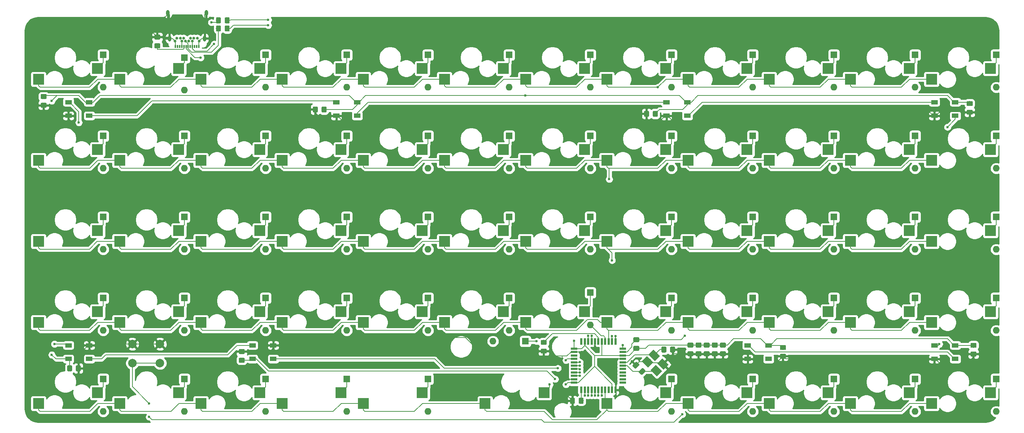
<source format=gbr>
G04 #@! TF.GenerationSoftware,KiCad,Pcbnew,5.1.2*
G04 #@! TF.CreationDate,2019-05-02T16:23:56+02:00*
G04 #@! TF.ProjectId,pcb,7063622e-6b69-4636-9164-5f7063625858,rev?*
G04 #@! TF.SameCoordinates,Original*
G04 #@! TF.FileFunction,Copper,L2,Bot*
G04 #@! TF.FilePolarity,Positive*
%FSLAX46Y46*%
G04 Gerber Fmt 4.6, Leading zero omitted, Abs format (unit mm)*
G04 Created by KiCad (PCBNEW 5.1.2) date 2019-05-02 16:23:56*
%MOMM*%
%LPD*%
G04 APERTURE LIST*
%ADD10R,2.550000X2.500000*%
%ADD11O,1.600000X1.600000*%
%ADD12R,1.600000X1.600000*%
%ADD13C,0.100000*%
%ADD14C,1.150000*%
%ADD15C,2.000000*%
%ADD16C,1.725000*%
%ADD17R,1.500000X0.550000*%
%ADD18R,0.550000X1.500000*%
%ADD19C,0.650000*%
%ADD20O,0.800000X1.400000*%
%ADD21R,0.300000X0.700000*%
%ADD22R,1.500000X1.000000*%
%ADD23C,0.600000*%
%ADD24C,0.152400*%
%ADD25C,0.254000*%
G04 APERTURE END LIST*
D10*
X255210000Y-41910000D03*
X241360000Y-44450000D03*
X255210000Y-60960000D03*
X241360000Y-63500000D03*
D11*
X256540000Y-46355000D03*
D12*
X256540000Y-38735000D03*
D13*
G36*
X206976505Y-108972704D02*
G01*
X207000773Y-108976304D01*
X207024572Y-108982265D01*
X207047671Y-108990530D01*
X207069850Y-109001020D01*
X207090893Y-109013632D01*
X207110599Y-109028247D01*
X207128777Y-109044723D01*
X207145253Y-109062901D01*
X207159868Y-109082607D01*
X207172480Y-109103650D01*
X207182970Y-109125829D01*
X207191235Y-109148928D01*
X207197196Y-109172727D01*
X207200796Y-109196995D01*
X207202000Y-109221499D01*
X207202000Y-109871501D01*
X207200796Y-109896005D01*
X207197196Y-109920273D01*
X207191235Y-109944072D01*
X207182970Y-109967171D01*
X207172480Y-109989350D01*
X207159868Y-110010393D01*
X207145253Y-110030099D01*
X207128777Y-110048277D01*
X207110599Y-110064753D01*
X207090893Y-110079368D01*
X207069850Y-110091980D01*
X207047671Y-110102470D01*
X207024572Y-110110735D01*
X207000773Y-110116696D01*
X206976505Y-110120296D01*
X206952001Y-110121500D01*
X206051999Y-110121500D01*
X206027495Y-110120296D01*
X206003227Y-110116696D01*
X205979428Y-110110735D01*
X205956329Y-110102470D01*
X205934150Y-110091980D01*
X205913107Y-110079368D01*
X205893401Y-110064753D01*
X205875223Y-110048277D01*
X205858747Y-110030099D01*
X205844132Y-110010393D01*
X205831520Y-109989350D01*
X205821030Y-109967171D01*
X205812765Y-109944072D01*
X205806804Y-109920273D01*
X205803204Y-109896005D01*
X205802000Y-109871501D01*
X205802000Y-109221499D01*
X205803204Y-109196995D01*
X205806804Y-109172727D01*
X205812765Y-109148928D01*
X205821030Y-109125829D01*
X205831520Y-109103650D01*
X205844132Y-109082607D01*
X205858747Y-109062901D01*
X205875223Y-109044723D01*
X205893401Y-109028247D01*
X205913107Y-109013632D01*
X205934150Y-109001020D01*
X205956329Y-108990530D01*
X205979428Y-108982265D01*
X206003227Y-108976304D01*
X206027495Y-108972704D01*
X206051999Y-108971500D01*
X206952001Y-108971500D01*
X206976505Y-108972704D01*
X206976505Y-108972704D01*
G37*
D14*
X206502000Y-109546500D03*
D13*
G36*
X206976505Y-106922704D02*
G01*
X207000773Y-106926304D01*
X207024572Y-106932265D01*
X207047671Y-106940530D01*
X207069850Y-106951020D01*
X207090893Y-106963632D01*
X207110599Y-106978247D01*
X207128777Y-106994723D01*
X207145253Y-107012901D01*
X207159868Y-107032607D01*
X207172480Y-107053650D01*
X207182970Y-107075829D01*
X207191235Y-107098928D01*
X207197196Y-107122727D01*
X207200796Y-107146995D01*
X207202000Y-107171499D01*
X207202000Y-107821501D01*
X207200796Y-107846005D01*
X207197196Y-107870273D01*
X207191235Y-107894072D01*
X207182970Y-107917171D01*
X207172480Y-107939350D01*
X207159868Y-107960393D01*
X207145253Y-107980099D01*
X207128777Y-107998277D01*
X207110599Y-108014753D01*
X207090893Y-108029368D01*
X207069850Y-108041980D01*
X207047671Y-108052470D01*
X207024572Y-108060735D01*
X207000773Y-108066696D01*
X206976505Y-108070296D01*
X206952001Y-108071500D01*
X206051999Y-108071500D01*
X206027495Y-108070296D01*
X206003227Y-108066696D01*
X205979428Y-108060735D01*
X205956329Y-108052470D01*
X205934150Y-108041980D01*
X205913107Y-108029368D01*
X205893401Y-108014753D01*
X205875223Y-107998277D01*
X205858747Y-107980099D01*
X205844132Y-107960393D01*
X205831520Y-107939350D01*
X205821030Y-107917171D01*
X205812765Y-107894072D01*
X205806804Y-107870273D01*
X205803204Y-107846005D01*
X205802000Y-107821501D01*
X205802000Y-107171499D01*
X205803204Y-107146995D01*
X205806804Y-107122727D01*
X205812765Y-107098928D01*
X205821030Y-107075829D01*
X205831520Y-107053650D01*
X205844132Y-107032607D01*
X205858747Y-107012901D01*
X205875223Y-106994723D01*
X205893401Y-106978247D01*
X205913107Y-106963632D01*
X205934150Y-106951020D01*
X205956329Y-106940530D01*
X205979428Y-106932265D01*
X206003227Y-106926304D01*
X206027495Y-106922704D01*
X206051999Y-106921500D01*
X206952001Y-106921500D01*
X206976505Y-106922704D01*
X206976505Y-106922704D01*
G37*
D14*
X206502000Y-107496500D03*
D13*
G36*
X251680505Y-108464704D02*
G01*
X251704773Y-108468304D01*
X251728572Y-108474265D01*
X251751671Y-108482530D01*
X251773850Y-108493020D01*
X251794893Y-108505632D01*
X251814599Y-108520247D01*
X251832777Y-108536723D01*
X251849253Y-108554901D01*
X251863868Y-108574607D01*
X251876480Y-108595650D01*
X251886970Y-108617829D01*
X251895235Y-108640928D01*
X251901196Y-108664727D01*
X251904796Y-108688995D01*
X251906000Y-108713499D01*
X251906000Y-109363501D01*
X251904796Y-109388005D01*
X251901196Y-109412273D01*
X251895235Y-109436072D01*
X251886970Y-109459171D01*
X251876480Y-109481350D01*
X251863868Y-109502393D01*
X251849253Y-109522099D01*
X251832777Y-109540277D01*
X251814599Y-109556753D01*
X251794893Y-109571368D01*
X251773850Y-109583980D01*
X251751671Y-109594470D01*
X251728572Y-109602735D01*
X251704773Y-109608696D01*
X251680505Y-109612296D01*
X251656001Y-109613500D01*
X250755999Y-109613500D01*
X250731495Y-109612296D01*
X250707227Y-109608696D01*
X250683428Y-109602735D01*
X250660329Y-109594470D01*
X250638150Y-109583980D01*
X250617107Y-109571368D01*
X250597401Y-109556753D01*
X250579223Y-109540277D01*
X250562747Y-109522099D01*
X250548132Y-109502393D01*
X250535520Y-109481350D01*
X250525030Y-109459171D01*
X250516765Y-109436072D01*
X250510804Y-109412273D01*
X250507204Y-109388005D01*
X250506000Y-109363501D01*
X250506000Y-108713499D01*
X250507204Y-108688995D01*
X250510804Y-108664727D01*
X250516765Y-108640928D01*
X250525030Y-108617829D01*
X250535520Y-108595650D01*
X250548132Y-108574607D01*
X250562747Y-108554901D01*
X250579223Y-108536723D01*
X250597401Y-108520247D01*
X250617107Y-108505632D01*
X250638150Y-108493020D01*
X250660329Y-108482530D01*
X250683428Y-108474265D01*
X250707227Y-108468304D01*
X250731495Y-108464704D01*
X250755999Y-108463500D01*
X251656001Y-108463500D01*
X251680505Y-108464704D01*
X251680505Y-108464704D01*
G37*
D14*
X251206000Y-109038500D03*
D13*
G36*
X251680505Y-106414704D02*
G01*
X251704773Y-106418304D01*
X251728572Y-106424265D01*
X251751671Y-106432530D01*
X251773850Y-106443020D01*
X251794893Y-106455632D01*
X251814599Y-106470247D01*
X251832777Y-106486723D01*
X251849253Y-106504901D01*
X251863868Y-106524607D01*
X251876480Y-106545650D01*
X251886970Y-106567829D01*
X251895235Y-106590928D01*
X251901196Y-106614727D01*
X251904796Y-106638995D01*
X251906000Y-106663499D01*
X251906000Y-107313501D01*
X251904796Y-107338005D01*
X251901196Y-107362273D01*
X251895235Y-107386072D01*
X251886970Y-107409171D01*
X251876480Y-107431350D01*
X251863868Y-107452393D01*
X251849253Y-107472099D01*
X251832777Y-107490277D01*
X251814599Y-107506753D01*
X251794893Y-107521368D01*
X251773850Y-107533980D01*
X251751671Y-107544470D01*
X251728572Y-107552735D01*
X251704773Y-107558696D01*
X251680505Y-107562296D01*
X251656001Y-107563500D01*
X250755999Y-107563500D01*
X250731495Y-107562296D01*
X250707227Y-107558696D01*
X250683428Y-107552735D01*
X250660329Y-107544470D01*
X250638150Y-107533980D01*
X250617107Y-107521368D01*
X250597401Y-107506753D01*
X250579223Y-107490277D01*
X250562747Y-107472099D01*
X250548132Y-107452393D01*
X250535520Y-107431350D01*
X250525030Y-107409171D01*
X250516765Y-107386072D01*
X250510804Y-107362273D01*
X250507204Y-107338005D01*
X250506000Y-107313501D01*
X250506000Y-106663499D01*
X250507204Y-106638995D01*
X250510804Y-106614727D01*
X250516765Y-106590928D01*
X250525030Y-106567829D01*
X250535520Y-106545650D01*
X250548132Y-106524607D01*
X250562747Y-106504901D01*
X250579223Y-106486723D01*
X250597401Y-106470247D01*
X250617107Y-106455632D01*
X250638150Y-106443020D01*
X250660329Y-106432530D01*
X250683428Y-106424265D01*
X250707227Y-106418304D01*
X250731495Y-106414704D01*
X250755999Y-106413500D01*
X251656001Y-106413500D01*
X251680505Y-106414704D01*
X251680505Y-106414704D01*
G37*
D14*
X251206000Y-106988500D03*
D13*
G36*
X250791505Y-51632204D02*
G01*
X250815773Y-51635804D01*
X250839572Y-51641765D01*
X250862671Y-51650030D01*
X250884850Y-51660520D01*
X250905893Y-51673132D01*
X250925599Y-51687747D01*
X250943777Y-51704223D01*
X250960253Y-51722401D01*
X250974868Y-51742107D01*
X250987480Y-51763150D01*
X250997970Y-51785329D01*
X251006235Y-51808428D01*
X251012196Y-51832227D01*
X251015796Y-51856495D01*
X251017000Y-51880999D01*
X251017000Y-52531001D01*
X251015796Y-52555505D01*
X251012196Y-52579773D01*
X251006235Y-52603572D01*
X250997970Y-52626671D01*
X250987480Y-52648850D01*
X250974868Y-52669893D01*
X250960253Y-52689599D01*
X250943777Y-52707777D01*
X250925599Y-52724253D01*
X250905893Y-52738868D01*
X250884850Y-52751480D01*
X250862671Y-52761970D01*
X250839572Y-52770235D01*
X250815773Y-52776196D01*
X250791505Y-52779796D01*
X250767001Y-52781000D01*
X249866999Y-52781000D01*
X249842495Y-52779796D01*
X249818227Y-52776196D01*
X249794428Y-52770235D01*
X249771329Y-52761970D01*
X249749150Y-52751480D01*
X249728107Y-52738868D01*
X249708401Y-52724253D01*
X249690223Y-52707777D01*
X249673747Y-52689599D01*
X249659132Y-52669893D01*
X249646520Y-52648850D01*
X249636030Y-52626671D01*
X249627765Y-52603572D01*
X249621804Y-52579773D01*
X249618204Y-52555505D01*
X249617000Y-52531001D01*
X249617000Y-51880999D01*
X249618204Y-51856495D01*
X249621804Y-51832227D01*
X249627765Y-51808428D01*
X249636030Y-51785329D01*
X249646520Y-51763150D01*
X249659132Y-51742107D01*
X249673747Y-51722401D01*
X249690223Y-51704223D01*
X249708401Y-51687747D01*
X249728107Y-51673132D01*
X249749150Y-51660520D01*
X249771329Y-51650030D01*
X249794428Y-51641765D01*
X249818227Y-51635804D01*
X249842495Y-51632204D01*
X249866999Y-51631000D01*
X250767001Y-51631000D01*
X250791505Y-51632204D01*
X250791505Y-51632204D01*
G37*
D14*
X250317000Y-52206000D03*
D13*
G36*
X250791505Y-49582204D02*
G01*
X250815773Y-49585804D01*
X250839572Y-49591765D01*
X250862671Y-49600030D01*
X250884850Y-49610520D01*
X250905893Y-49623132D01*
X250925599Y-49637747D01*
X250943777Y-49654223D01*
X250960253Y-49672401D01*
X250974868Y-49692107D01*
X250987480Y-49713150D01*
X250997970Y-49735329D01*
X251006235Y-49758428D01*
X251012196Y-49782227D01*
X251015796Y-49806495D01*
X251017000Y-49830999D01*
X251017000Y-50481001D01*
X251015796Y-50505505D01*
X251012196Y-50529773D01*
X251006235Y-50553572D01*
X250997970Y-50576671D01*
X250987480Y-50598850D01*
X250974868Y-50619893D01*
X250960253Y-50639599D01*
X250943777Y-50657777D01*
X250925599Y-50674253D01*
X250905893Y-50688868D01*
X250884850Y-50701480D01*
X250862671Y-50711970D01*
X250839572Y-50720235D01*
X250815773Y-50726196D01*
X250791505Y-50729796D01*
X250767001Y-50731000D01*
X249866999Y-50731000D01*
X249842495Y-50729796D01*
X249818227Y-50726196D01*
X249794428Y-50720235D01*
X249771329Y-50711970D01*
X249749150Y-50701480D01*
X249728107Y-50688868D01*
X249708401Y-50674253D01*
X249690223Y-50657777D01*
X249673747Y-50639599D01*
X249659132Y-50619893D01*
X249646520Y-50598850D01*
X249636030Y-50576671D01*
X249627765Y-50553572D01*
X249621804Y-50529773D01*
X249618204Y-50505505D01*
X249617000Y-50481001D01*
X249617000Y-49830999D01*
X249618204Y-49806495D01*
X249621804Y-49782227D01*
X249627765Y-49758428D01*
X249636030Y-49735329D01*
X249646520Y-49713150D01*
X249659132Y-49692107D01*
X249673747Y-49672401D01*
X249690223Y-49654223D01*
X249708401Y-49637747D01*
X249728107Y-49623132D01*
X249749150Y-49610520D01*
X249771329Y-49600030D01*
X249794428Y-49591765D01*
X249818227Y-49585804D01*
X249842495Y-49582204D01*
X249866999Y-49581000D01*
X250767001Y-49581000D01*
X250791505Y-49582204D01*
X250791505Y-49582204D01*
G37*
D14*
X250317000Y-50156000D03*
D13*
G36*
X174838505Y-51879204D02*
G01*
X174862773Y-51882804D01*
X174886572Y-51888765D01*
X174909671Y-51897030D01*
X174931850Y-51907520D01*
X174952893Y-51920132D01*
X174972599Y-51934747D01*
X174990777Y-51951223D01*
X175007253Y-51969401D01*
X175021868Y-51989107D01*
X175034480Y-52010150D01*
X175044970Y-52032329D01*
X175053235Y-52055428D01*
X175059196Y-52079227D01*
X175062796Y-52103495D01*
X175064000Y-52127999D01*
X175064000Y-53028001D01*
X175062796Y-53052505D01*
X175059196Y-53076773D01*
X175053235Y-53100572D01*
X175044970Y-53123671D01*
X175034480Y-53145850D01*
X175021868Y-53166893D01*
X175007253Y-53186599D01*
X174990777Y-53204777D01*
X174972599Y-53221253D01*
X174952893Y-53235868D01*
X174931850Y-53248480D01*
X174909671Y-53258970D01*
X174886572Y-53267235D01*
X174862773Y-53273196D01*
X174838505Y-53276796D01*
X174814001Y-53278000D01*
X174163999Y-53278000D01*
X174139495Y-53276796D01*
X174115227Y-53273196D01*
X174091428Y-53267235D01*
X174068329Y-53258970D01*
X174046150Y-53248480D01*
X174025107Y-53235868D01*
X174005401Y-53221253D01*
X173987223Y-53204777D01*
X173970747Y-53186599D01*
X173956132Y-53166893D01*
X173943520Y-53145850D01*
X173933030Y-53123671D01*
X173924765Y-53100572D01*
X173918804Y-53076773D01*
X173915204Y-53052505D01*
X173914000Y-53028001D01*
X173914000Y-52127999D01*
X173915204Y-52103495D01*
X173918804Y-52079227D01*
X173924765Y-52055428D01*
X173933030Y-52032329D01*
X173943520Y-52010150D01*
X173956132Y-51989107D01*
X173970747Y-51969401D01*
X173987223Y-51951223D01*
X174005401Y-51934747D01*
X174025107Y-51920132D01*
X174046150Y-51907520D01*
X174068329Y-51897030D01*
X174091428Y-51888765D01*
X174115227Y-51882804D01*
X174139495Y-51879204D01*
X174163999Y-51878000D01*
X174814001Y-51878000D01*
X174838505Y-51879204D01*
X174838505Y-51879204D01*
G37*
D14*
X174489000Y-52578000D03*
D13*
G36*
X176888505Y-51879204D02*
G01*
X176912773Y-51882804D01*
X176936572Y-51888765D01*
X176959671Y-51897030D01*
X176981850Y-51907520D01*
X177002893Y-51920132D01*
X177022599Y-51934747D01*
X177040777Y-51951223D01*
X177057253Y-51969401D01*
X177071868Y-51989107D01*
X177084480Y-52010150D01*
X177094970Y-52032329D01*
X177103235Y-52055428D01*
X177109196Y-52079227D01*
X177112796Y-52103495D01*
X177114000Y-52127999D01*
X177114000Y-53028001D01*
X177112796Y-53052505D01*
X177109196Y-53076773D01*
X177103235Y-53100572D01*
X177094970Y-53123671D01*
X177084480Y-53145850D01*
X177071868Y-53166893D01*
X177057253Y-53186599D01*
X177040777Y-53204777D01*
X177022599Y-53221253D01*
X177002893Y-53235868D01*
X176981850Y-53248480D01*
X176959671Y-53258970D01*
X176936572Y-53267235D01*
X176912773Y-53273196D01*
X176888505Y-53276796D01*
X176864001Y-53278000D01*
X176213999Y-53278000D01*
X176189495Y-53276796D01*
X176165227Y-53273196D01*
X176141428Y-53267235D01*
X176118329Y-53258970D01*
X176096150Y-53248480D01*
X176075107Y-53235868D01*
X176055401Y-53221253D01*
X176037223Y-53204777D01*
X176020747Y-53186599D01*
X176006132Y-53166893D01*
X175993520Y-53145850D01*
X175983030Y-53123671D01*
X175974765Y-53100572D01*
X175968804Y-53076773D01*
X175965204Y-53052505D01*
X175964000Y-53028001D01*
X175964000Y-52127999D01*
X175965204Y-52103495D01*
X175968804Y-52079227D01*
X175974765Y-52055428D01*
X175983030Y-52032329D01*
X175993520Y-52010150D01*
X176006132Y-51989107D01*
X176020747Y-51969401D01*
X176037223Y-51951223D01*
X176055401Y-51934747D01*
X176075107Y-51920132D01*
X176096150Y-51907520D01*
X176118329Y-51897030D01*
X176141428Y-51888765D01*
X176165227Y-51882804D01*
X176189495Y-51879204D01*
X176213999Y-51878000D01*
X176864001Y-51878000D01*
X176888505Y-51879204D01*
X176888505Y-51879204D01*
G37*
D14*
X176539000Y-52578000D03*
D13*
G36*
X97114505Y-50863204D02*
G01*
X97138773Y-50866804D01*
X97162572Y-50872765D01*
X97185671Y-50881030D01*
X97207850Y-50891520D01*
X97228893Y-50904132D01*
X97248599Y-50918747D01*
X97266777Y-50935223D01*
X97283253Y-50953401D01*
X97297868Y-50973107D01*
X97310480Y-50994150D01*
X97320970Y-51016329D01*
X97329235Y-51039428D01*
X97335196Y-51063227D01*
X97338796Y-51087495D01*
X97340000Y-51111999D01*
X97340000Y-52012001D01*
X97338796Y-52036505D01*
X97335196Y-52060773D01*
X97329235Y-52084572D01*
X97320970Y-52107671D01*
X97310480Y-52129850D01*
X97297868Y-52150893D01*
X97283253Y-52170599D01*
X97266777Y-52188777D01*
X97248599Y-52205253D01*
X97228893Y-52219868D01*
X97207850Y-52232480D01*
X97185671Y-52242970D01*
X97162572Y-52251235D01*
X97138773Y-52257196D01*
X97114505Y-52260796D01*
X97090001Y-52262000D01*
X96439999Y-52262000D01*
X96415495Y-52260796D01*
X96391227Y-52257196D01*
X96367428Y-52251235D01*
X96344329Y-52242970D01*
X96322150Y-52232480D01*
X96301107Y-52219868D01*
X96281401Y-52205253D01*
X96263223Y-52188777D01*
X96246747Y-52170599D01*
X96232132Y-52150893D01*
X96219520Y-52129850D01*
X96209030Y-52107671D01*
X96200765Y-52084572D01*
X96194804Y-52060773D01*
X96191204Y-52036505D01*
X96190000Y-52012001D01*
X96190000Y-51111999D01*
X96191204Y-51087495D01*
X96194804Y-51063227D01*
X96200765Y-51039428D01*
X96209030Y-51016329D01*
X96219520Y-50994150D01*
X96232132Y-50973107D01*
X96246747Y-50953401D01*
X96263223Y-50935223D01*
X96281401Y-50918747D01*
X96301107Y-50904132D01*
X96322150Y-50891520D01*
X96344329Y-50881030D01*
X96367428Y-50872765D01*
X96391227Y-50866804D01*
X96415495Y-50863204D01*
X96439999Y-50862000D01*
X97090001Y-50862000D01*
X97114505Y-50863204D01*
X97114505Y-50863204D01*
G37*
D14*
X96765000Y-51562000D03*
D13*
G36*
X99164505Y-50863204D02*
G01*
X99188773Y-50866804D01*
X99212572Y-50872765D01*
X99235671Y-50881030D01*
X99257850Y-50891520D01*
X99278893Y-50904132D01*
X99298599Y-50918747D01*
X99316777Y-50935223D01*
X99333253Y-50953401D01*
X99347868Y-50973107D01*
X99360480Y-50994150D01*
X99370970Y-51016329D01*
X99379235Y-51039428D01*
X99385196Y-51063227D01*
X99388796Y-51087495D01*
X99390000Y-51111999D01*
X99390000Y-52012001D01*
X99388796Y-52036505D01*
X99385196Y-52060773D01*
X99379235Y-52084572D01*
X99370970Y-52107671D01*
X99360480Y-52129850D01*
X99347868Y-52150893D01*
X99333253Y-52170599D01*
X99316777Y-52188777D01*
X99298599Y-52205253D01*
X99278893Y-52219868D01*
X99257850Y-52232480D01*
X99235671Y-52242970D01*
X99212572Y-52251235D01*
X99188773Y-52257196D01*
X99164505Y-52260796D01*
X99140001Y-52262000D01*
X98489999Y-52262000D01*
X98465495Y-52260796D01*
X98441227Y-52257196D01*
X98417428Y-52251235D01*
X98394329Y-52242970D01*
X98372150Y-52232480D01*
X98351107Y-52219868D01*
X98331401Y-52205253D01*
X98313223Y-52188777D01*
X98296747Y-52170599D01*
X98282132Y-52150893D01*
X98269520Y-52129850D01*
X98259030Y-52107671D01*
X98250765Y-52084572D01*
X98244804Y-52060773D01*
X98241204Y-52036505D01*
X98240000Y-52012001D01*
X98240000Y-51111999D01*
X98241204Y-51087495D01*
X98244804Y-51063227D01*
X98250765Y-51039428D01*
X98259030Y-51016329D01*
X98269520Y-50994150D01*
X98282132Y-50973107D01*
X98296747Y-50953401D01*
X98313223Y-50935223D01*
X98331401Y-50918747D01*
X98351107Y-50904132D01*
X98372150Y-50891520D01*
X98394329Y-50881030D01*
X98417428Y-50872765D01*
X98441227Y-50866804D01*
X98465495Y-50863204D01*
X98489999Y-50862000D01*
X99140001Y-50862000D01*
X99164505Y-50863204D01*
X99164505Y-50863204D01*
G37*
D14*
X98815000Y-51562000D03*
D13*
G36*
X33494505Y-49981204D02*
G01*
X33518773Y-49984804D01*
X33542572Y-49990765D01*
X33565671Y-49999030D01*
X33587850Y-50009520D01*
X33608893Y-50022132D01*
X33628599Y-50036747D01*
X33646777Y-50053223D01*
X33663253Y-50071401D01*
X33677868Y-50091107D01*
X33690480Y-50112150D01*
X33700970Y-50134329D01*
X33709235Y-50157428D01*
X33715196Y-50181227D01*
X33718796Y-50205495D01*
X33720000Y-50229999D01*
X33720000Y-50880001D01*
X33718796Y-50904505D01*
X33715196Y-50928773D01*
X33709235Y-50952572D01*
X33700970Y-50975671D01*
X33690480Y-50997850D01*
X33677868Y-51018893D01*
X33663253Y-51038599D01*
X33646777Y-51056777D01*
X33628599Y-51073253D01*
X33608893Y-51087868D01*
X33587850Y-51100480D01*
X33565671Y-51110970D01*
X33542572Y-51119235D01*
X33518773Y-51125196D01*
X33494505Y-51128796D01*
X33470001Y-51130000D01*
X32569999Y-51130000D01*
X32545495Y-51128796D01*
X32521227Y-51125196D01*
X32497428Y-51119235D01*
X32474329Y-51110970D01*
X32452150Y-51100480D01*
X32431107Y-51087868D01*
X32411401Y-51073253D01*
X32393223Y-51056777D01*
X32376747Y-51038599D01*
X32362132Y-51018893D01*
X32349520Y-50997850D01*
X32339030Y-50975671D01*
X32330765Y-50952572D01*
X32324804Y-50928773D01*
X32321204Y-50904505D01*
X32320000Y-50880001D01*
X32320000Y-50229999D01*
X32321204Y-50205495D01*
X32324804Y-50181227D01*
X32330765Y-50157428D01*
X32339030Y-50134329D01*
X32349520Y-50112150D01*
X32362132Y-50091107D01*
X32376747Y-50071401D01*
X32393223Y-50053223D01*
X32411401Y-50036747D01*
X32431107Y-50022132D01*
X32452150Y-50009520D01*
X32474329Y-49999030D01*
X32497428Y-49990765D01*
X32521227Y-49984804D01*
X32545495Y-49981204D01*
X32569999Y-49980000D01*
X33470001Y-49980000D01*
X33494505Y-49981204D01*
X33494505Y-49981204D01*
G37*
D14*
X33020000Y-50555000D03*
D13*
G36*
X33494505Y-47931204D02*
G01*
X33518773Y-47934804D01*
X33542572Y-47940765D01*
X33565671Y-47949030D01*
X33587850Y-47959520D01*
X33608893Y-47972132D01*
X33628599Y-47986747D01*
X33646777Y-48003223D01*
X33663253Y-48021401D01*
X33677868Y-48041107D01*
X33690480Y-48062150D01*
X33700970Y-48084329D01*
X33709235Y-48107428D01*
X33715196Y-48131227D01*
X33718796Y-48155495D01*
X33720000Y-48179999D01*
X33720000Y-48830001D01*
X33718796Y-48854505D01*
X33715196Y-48878773D01*
X33709235Y-48902572D01*
X33700970Y-48925671D01*
X33690480Y-48947850D01*
X33677868Y-48968893D01*
X33663253Y-48988599D01*
X33646777Y-49006777D01*
X33628599Y-49023253D01*
X33608893Y-49037868D01*
X33587850Y-49050480D01*
X33565671Y-49060970D01*
X33542572Y-49069235D01*
X33518773Y-49075196D01*
X33494505Y-49078796D01*
X33470001Y-49080000D01*
X32569999Y-49080000D01*
X32545495Y-49078796D01*
X32521227Y-49075196D01*
X32497428Y-49069235D01*
X32474329Y-49060970D01*
X32452150Y-49050480D01*
X32431107Y-49037868D01*
X32411401Y-49023253D01*
X32393223Y-49006777D01*
X32376747Y-48988599D01*
X32362132Y-48968893D01*
X32349520Y-48947850D01*
X32339030Y-48925671D01*
X32330765Y-48902572D01*
X32324804Y-48878773D01*
X32321204Y-48854505D01*
X32320000Y-48830001D01*
X32320000Y-48179999D01*
X32321204Y-48155495D01*
X32324804Y-48131227D01*
X32330765Y-48107428D01*
X32339030Y-48084329D01*
X32349520Y-48062150D01*
X32362132Y-48041107D01*
X32376747Y-48021401D01*
X32393223Y-48003223D01*
X32411401Y-47986747D01*
X32431107Y-47972132D01*
X32452150Y-47959520D01*
X32474329Y-47949030D01*
X32497428Y-47940765D01*
X32521227Y-47934804D01*
X32545495Y-47931204D01*
X32569999Y-47930000D01*
X33470001Y-47930000D01*
X33494505Y-47931204D01*
X33494505Y-47931204D01*
G37*
D14*
X33020000Y-48505000D03*
D13*
G36*
X41506505Y-111696204D02*
G01*
X41530773Y-111699804D01*
X41554572Y-111705765D01*
X41577671Y-111714030D01*
X41599850Y-111724520D01*
X41620893Y-111737132D01*
X41640599Y-111751747D01*
X41658777Y-111768223D01*
X41675253Y-111786401D01*
X41689868Y-111806107D01*
X41702480Y-111827150D01*
X41712970Y-111849329D01*
X41721235Y-111872428D01*
X41727196Y-111896227D01*
X41730796Y-111920495D01*
X41732000Y-111944999D01*
X41732000Y-112845001D01*
X41730796Y-112869505D01*
X41727196Y-112893773D01*
X41721235Y-112917572D01*
X41712970Y-112940671D01*
X41702480Y-112962850D01*
X41689868Y-112983893D01*
X41675253Y-113003599D01*
X41658777Y-113021777D01*
X41640599Y-113038253D01*
X41620893Y-113052868D01*
X41599850Y-113065480D01*
X41577671Y-113075970D01*
X41554572Y-113084235D01*
X41530773Y-113090196D01*
X41506505Y-113093796D01*
X41482001Y-113095000D01*
X40831999Y-113095000D01*
X40807495Y-113093796D01*
X40783227Y-113090196D01*
X40759428Y-113084235D01*
X40736329Y-113075970D01*
X40714150Y-113065480D01*
X40693107Y-113052868D01*
X40673401Y-113038253D01*
X40655223Y-113021777D01*
X40638747Y-113003599D01*
X40624132Y-112983893D01*
X40611520Y-112962850D01*
X40601030Y-112940671D01*
X40592765Y-112917572D01*
X40586804Y-112893773D01*
X40583204Y-112869505D01*
X40582000Y-112845001D01*
X40582000Y-111944999D01*
X40583204Y-111920495D01*
X40586804Y-111896227D01*
X40592765Y-111872428D01*
X40601030Y-111849329D01*
X40611520Y-111827150D01*
X40624132Y-111806107D01*
X40638747Y-111786401D01*
X40655223Y-111768223D01*
X40673401Y-111751747D01*
X40693107Y-111737132D01*
X40714150Y-111724520D01*
X40736329Y-111714030D01*
X40759428Y-111705765D01*
X40783227Y-111699804D01*
X40807495Y-111696204D01*
X40831999Y-111695000D01*
X41482001Y-111695000D01*
X41506505Y-111696204D01*
X41506505Y-111696204D01*
G37*
D14*
X41157000Y-112395000D03*
D13*
G36*
X39456505Y-111696204D02*
G01*
X39480773Y-111699804D01*
X39504572Y-111705765D01*
X39527671Y-111714030D01*
X39549850Y-111724520D01*
X39570893Y-111737132D01*
X39590599Y-111751747D01*
X39608777Y-111768223D01*
X39625253Y-111786401D01*
X39639868Y-111806107D01*
X39652480Y-111827150D01*
X39662970Y-111849329D01*
X39671235Y-111872428D01*
X39677196Y-111896227D01*
X39680796Y-111920495D01*
X39682000Y-111944999D01*
X39682000Y-112845001D01*
X39680796Y-112869505D01*
X39677196Y-112893773D01*
X39671235Y-112917572D01*
X39662970Y-112940671D01*
X39652480Y-112962850D01*
X39639868Y-112983893D01*
X39625253Y-113003599D01*
X39608777Y-113021777D01*
X39590599Y-113038253D01*
X39570893Y-113052868D01*
X39549850Y-113065480D01*
X39527671Y-113075970D01*
X39504572Y-113084235D01*
X39480773Y-113090196D01*
X39456505Y-113093796D01*
X39432001Y-113095000D01*
X38781999Y-113095000D01*
X38757495Y-113093796D01*
X38733227Y-113090196D01*
X38709428Y-113084235D01*
X38686329Y-113075970D01*
X38664150Y-113065480D01*
X38643107Y-113052868D01*
X38623401Y-113038253D01*
X38605223Y-113021777D01*
X38588747Y-113003599D01*
X38574132Y-112983893D01*
X38561520Y-112962850D01*
X38551030Y-112940671D01*
X38542765Y-112917572D01*
X38536804Y-112893773D01*
X38533204Y-112869505D01*
X38532000Y-112845001D01*
X38532000Y-111944999D01*
X38533204Y-111920495D01*
X38536804Y-111896227D01*
X38542765Y-111872428D01*
X38551030Y-111849329D01*
X38561520Y-111827150D01*
X38574132Y-111806107D01*
X38588747Y-111786401D01*
X38605223Y-111768223D01*
X38623401Y-111751747D01*
X38643107Y-111737132D01*
X38664150Y-111724520D01*
X38686329Y-111714030D01*
X38709428Y-111705765D01*
X38733227Y-111699804D01*
X38757495Y-111696204D01*
X38781999Y-111695000D01*
X39432001Y-111695000D01*
X39456505Y-111696204D01*
X39456505Y-111696204D01*
G37*
D14*
X39107000Y-112395000D03*
D13*
G36*
X79976505Y-107875204D02*
G01*
X80000773Y-107878804D01*
X80024572Y-107884765D01*
X80047671Y-107893030D01*
X80069850Y-107903520D01*
X80090893Y-107916132D01*
X80110599Y-107930747D01*
X80128777Y-107947223D01*
X80145253Y-107965401D01*
X80159868Y-107985107D01*
X80172480Y-108006150D01*
X80182970Y-108028329D01*
X80191235Y-108051428D01*
X80197196Y-108075227D01*
X80200796Y-108099495D01*
X80202000Y-108123999D01*
X80202000Y-108774001D01*
X80200796Y-108798505D01*
X80197196Y-108822773D01*
X80191235Y-108846572D01*
X80182970Y-108869671D01*
X80172480Y-108891850D01*
X80159868Y-108912893D01*
X80145253Y-108932599D01*
X80128777Y-108950777D01*
X80110599Y-108967253D01*
X80090893Y-108981868D01*
X80069850Y-108994480D01*
X80047671Y-109004970D01*
X80024572Y-109013235D01*
X80000773Y-109019196D01*
X79976505Y-109022796D01*
X79952001Y-109024000D01*
X79051999Y-109024000D01*
X79027495Y-109022796D01*
X79003227Y-109019196D01*
X78979428Y-109013235D01*
X78956329Y-109004970D01*
X78934150Y-108994480D01*
X78913107Y-108981868D01*
X78893401Y-108967253D01*
X78875223Y-108950777D01*
X78858747Y-108932599D01*
X78844132Y-108912893D01*
X78831520Y-108891850D01*
X78821030Y-108869671D01*
X78812765Y-108846572D01*
X78806804Y-108822773D01*
X78803204Y-108798505D01*
X78802000Y-108774001D01*
X78802000Y-108123999D01*
X78803204Y-108099495D01*
X78806804Y-108075227D01*
X78812765Y-108051428D01*
X78821030Y-108028329D01*
X78831520Y-108006150D01*
X78844132Y-107985107D01*
X78858747Y-107965401D01*
X78875223Y-107947223D01*
X78893401Y-107930747D01*
X78913107Y-107916132D01*
X78934150Y-107903520D01*
X78956329Y-107893030D01*
X78979428Y-107884765D01*
X79003227Y-107878804D01*
X79027495Y-107875204D01*
X79051999Y-107874000D01*
X79952001Y-107874000D01*
X79976505Y-107875204D01*
X79976505Y-107875204D01*
G37*
D14*
X79502000Y-108449000D03*
D13*
G36*
X79976505Y-109925204D02*
G01*
X80000773Y-109928804D01*
X80024572Y-109934765D01*
X80047671Y-109943030D01*
X80069850Y-109953520D01*
X80090893Y-109966132D01*
X80110599Y-109980747D01*
X80128777Y-109997223D01*
X80145253Y-110015401D01*
X80159868Y-110035107D01*
X80172480Y-110056150D01*
X80182970Y-110078329D01*
X80191235Y-110101428D01*
X80197196Y-110125227D01*
X80200796Y-110149495D01*
X80202000Y-110173999D01*
X80202000Y-110824001D01*
X80200796Y-110848505D01*
X80197196Y-110872773D01*
X80191235Y-110896572D01*
X80182970Y-110919671D01*
X80172480Y-110941850D01*
X80159868Y-110962893D01*
X80145253Y-110982599D01*
X80128777Y-111000777D01*
X80110599Y-111017253D01*
X80090893Y-111031868D01*
X80069850Y-111044480D01*
X80047671Y-111054970D01*
X80024572Y-111063235D01*
X80000773Y-111069196D01*
X79976505Y-111072796D01*
X79952001Y-111074000D01*
X79051999Y-111074000D01*
X79027495Y-111072796D01*
X79003227Y-111069196D01*
X78979428Y-111063235D01*
X78956329Y-111054970D01*
X78934150Y-111044480D01*
X78913107Y-111031868D01*
X78893401Y-111017253D01*
X78875223Y-111000777D01*
X78858747Y-110982599D01*
X78844132Y-110962893D01*
X78831520Y-110941850D01*
X78821030Y-110919671D01*
X78812765Y-110896572D01*
X78806804Y-110872773D01*
X78803204Y-110848505D01*
X78802000Y-110824001D01*
X78802000Y-110173999D01*
X78803204Y-110149495D01*
X78806804Y-110125227D01*
X78812765Y-110101428D01*
X78821030Y-110078329D01*
X78831520Y-110056150D01*
X78844132Y-110035107D01*
X78858747Y-110015401D01*
X78875223Y-109997223D01*
X78893401Y-109980747D01*
X78913107Y-109966132D01*
X78934150Y-109953520D01*
X78956329Y-109943030D01*
X78979428Y-109934765D01*
X79003227Y-109928804D01*
X79027495Y-109925204D01*
X79051999Y-109924000D01*
X79952001Y-109924000D01*
X79976505Y-109925204D01*
X79976505Y-109925204D01*
G37*
D14*
X79502000Y-110499000D03*
D10*
X255210000Y-80010000D03*
X241360000Y-82550000D03*
X255210000Y-118110000D03*
X241360000Y-120650000D03*
X236160000Y-118110000D03*
X222310000Y-120650000D03*
X217110000Y-118110000D03*
X203260000Y-120650000D03*
X198060000Y-118110000D03*
X184210000Y-120650000D03*
X179010000Y-118110000D03*
X165160000Y-120650000D03*
X150435000Y-118110000D03*
X136585000Y-120650000D03*
X121860000Y-118110000D03*
X108010000Y-120650000D03*
X102810000Y-118110000D03*
X88960000Y-120650000D03*
X83760000Y-118110000D03*
X69910000Y-120650000D03*
X64710000Y-118110000D03*
X50860000Y-120650000D03*
X45660000Y-118110000D03*
X31810000Y-120650000D03*
X255210000Y-99060000D03*
X241360000Y-101600000D03*
X236160000Y-99060000D03*
X222310000Y-101600000D03*
X217110000Y-99060000D03*
X203260000Y-101600000D03*
X198060000Y-99060000D03*
X184210000Y-101600000D03*
X179010000Y-99060000D03*
X165160000Y-101600000D03*
X159960000Y-99060000D03*
X146110000Y-101600000D03*
X140910000Y-99060000D03*
X127060000Y-101600000D03*
X121860000Y-99060000D03*
X108010000Y-101600000D03*
X102810000Y-99060000D03*
X88960000Y-101600000D03*
X83760000Y-99060000D03*
X69910000Y-101600000D03*
X64710000Y-99060000D03*
X50860000Y-101600000D03*
X45660000Y-99060000D03*
X31810000Y-101600000D03*
X236160000Y-80010000D03*
X222310000Y-82550000D03*
X217110000Y-80010000D03*
X203260000Y-82550000D03*
X198060000Y-80010000D03*
X184210000Y-82550000D03*
X179010000Y-80010000D03*
X165160000Y-82550000D03*
X159960000Y-80010000D03*
X146110000Y-82550000D03*
X140910000Y-80010000D03*
X127060000Y-82550000D03*
X121860000Y-80010000D03*
X108010000Y-82550000D03*
X102810000Y-80010000D03*
X88960000Y-82550000D03*
X83760000Y-80010000D03*
X69910000Y-82550000D03*
X64710000Y-80010000D03*
X50860000Y-82550000D03*
X45660000Y-80010000D03*
X31810000Y-82550000D03*
X236160000Y-60960000D03*
X222310000Y-63500000D03*
X217110000Y-60960000D03*
X203260000Y-63500000D03*
X198060000Y-60960000D03*
X184210000Y-63500000D03*
X179010000Y-60960000D03*
X165160000Y-63500000D03*
X159960000Y-60960000D03*
X146110000Y-63500000D03*
X140910000Y-60960000D03*
X127060000Y-63500000D03*
X121860000Y-60960000D03*
X108010000Y-63500000D03*
X102810000Y-60960000D03*
X88960000Y-63500000D03*
X83760000Y-60960000D03*
X69910000Y-63500000D03*
X64710000Y-60960000D03*
X50860000Y-63500000D03*
X45660000Y-60960000D03*
X31810000Y-63500000D03*
X236160000Y-41910000D03*
X222310000Y-44450000D03*
X217110000Y-41910000D03*
X203260000Y-44450000D03*
X198060000Y-41910000D03*
X184210000Y-44450000D03*
X179010000Y-41910000D03*
X165160000Y-44450000D03*
X159960000Y-41910000D03*
X146110000Y-44450000D03*
X140910000Y-41910000D03*
X127060000Y-44450000D03*
X121860000Y-41910000D03*
X108010000Y-44450000D03*
X102810000Y-41910000D03*
X88960000Y-44450000D03*
X83760000Y-41910000D03*
X69910000Y-44450000D03*
X64710000Y-41910000D03*
X50860000Y-44450000D03*
X45660000Y-41910000D03*
X31810000Y-44450000D03*
D15*
X53825000Y-106680000D03*
X53825000Y-111180000D03*
X60325000Y-106680000D03*
X60325000Y-111180000D03*
D16*
X178324283Y-111381326D03*
D13*
G36*
X179676625Y-111513909D02*
G01*
X178456866Y-112733668D01*
X176971941Y-111248743D01*
X178191700Y-110028984D01*
X179676625Y-111513909D01*
X179676625Y-111513909D01*
G37*
D16*
X176273674Y-109330717D03*
D13*
G36*
X177626016Y-109463300D02*
G01*
X176406257Y-110683059D01*
X174921332Y-109198134D01*
X176141091Y-107978375D01*
X177626016Y-109463300D01*
X177626016Y-109463300D01*
G37*
D16*
X174735717Y-110868674D03*
D13*
G36*
X176088059Y-111001257D02*
G01*
X174868300Y-112221016D01*
X173383375Y-110736091D01*
X174603134Y-109516332D01*
X176088059Y-111001257D01*
X176088059Y-111001257D01*
G37*
D16*
X176786326Y-112919283D03*
D13*
G36*
X178138668Y-113051866D02*
G01*
X176918909Y-114271625D01*
X175433984Y-112786700D01*
X176653743Y-111566941D01*
X178138668Y-113051866D01*
X178138668Y-113051866D01*
G37*
D17*
X157495000Y-107760000D03*
X157495000Y-108560000D03*
X157495000Y-109360000D03*
X157495000Y-110160000D03*
X157495000Y-110960000D03*
X157495000Y-111760000D03*
X157495000Y-112560000D03*
X157495000Y-113360000D03*
X157495000Y-114160000D03*
X157495000Y-114960000D03*
X157495000Y-115760000D03*
D18*
X159195000Y-117460000D03*
X159995000Y-117460000D03*
X160795000Y-117460000D03*
X161595000Y-117460000D03*
X162395000Y-117460000D03*
X163195000Y-117460000D03*
X163995000Y-117460000D03*
X164795000Y-117460000D03*
X165595000Y-117460000D03*
X166395000Y-117460000D03*
X167195000Y-117460000D03*
D17*
X168895000Y-115760000D03*
X168895000Y-114960000D03*
X168895000Y-114160000D03*
X168895000Y-113360000D03*
X168895000Y-112560000D03*
X168895000Y-111760000D03*
X168895000Y-110960000D03*
X168895000Y-110160000D03*
X168895000Y-109360000D03*
X168895000Y-108560000D03*
X168895000Y-107760000D03*
D18*
X167195000Y-106060000D03*
X166395000Y-106060000D03*
X165595000Y-106060000D03*
X164795000Y-106060000D03*
X163995000Y-106060000D03*
X163195000Y-106060000D03*
X162395000Y-106060000D03*
X161595000Y-106060000D03*
X160795000Y-106060000D03*
X159995000Y-106060000D03*
X159195000Y-106060000D03*
D13*
G36*
X159489505Y-119316204D02*
G01*
X159513773Y-119319804D01*
X159537572Y-119325765D01*
X159560671Y-119334030D01*
X159582850Y-119344520D01*
X159603893Y-119357132D01*
X159623599Y-119371747D01*
X159641777Y-119388223D01*
X159658253Y-119406401D01*
X159672868Y-119426107D01*
X159685480Y-119447150D01*
X159695970Y-119469329D01*
X159704235Y-119492428D01*
X159710196Y-119516227D01*
X159713796Y-119540495D01*
X159715000Y-119564999D01*
X159715000Y-120465001D01*
X159713796Y-120489505D01*
X159710196Y-120513773D01*
X159704235Y-120537572D01*
X159695970Y-120560671D01*
X159685480Y-120582850D01*
X159672868Y-120603893D01*
X159658253Y-120623599D01*
X159641777Y-120641777D01*
X159623599Y-120658253D01*
X159603893Y-120672868D01*
X159582850Y-120685480D01*
X159560671Y-120695970D01*
X159537572Y-120704235D01*
X159513773Y-120710196D01*
X159489505Y-120713796D01*
X159465001Y-120715000D01*
X158814999Y-120715000D01*
X158790495Y-120713796D01*
X158766227Y-120710196D01*
X158742428Y-120704235D01*
X158719329Y-120695970D01*
X158697150Y-120685480D01*
X158676107Y-120672868D01*
X158656401Y-120658253D01*
X158638223Y-120641777D01*
X158621747Y-120623599D01*
X158607132Y-120603893D01*
X158594520Y-120582850D01*
X158584030Y-120560671D01*
X158575765Y-120537572D01*
X158569804Y-120513773D01*
X158566204Y-120489505D01*
X158565000Y-120465001D01*
X158565000Y-119564999D01*
X158566204Y-119540495D01*
X158569804Y-119516227D01*
X158575765Y-119492428D01*
X158584030Y-119469329D01*
X158594520Y-119447150D01*
X158607132Y-119426107D01*
X158621747Y-119406401D01*
X158638223Y-119388223D01*
X158656401Y-119371747D01*
X158676107Y-119357132D01*
X158697150Y-119344520D01*
X158719329Y-119334030D01*
X158742428Y-119325765D01*
X158766227Y-119319804D01*
X158790495Y-119316204D01*
X158814999Y-119315000D01*
X159465001Y-119315000D01*
X159489505Y-119316204D01*
X159489505Y-119316204D01*
G37*
D14*
X159140000Y-120015000D03*
D13*
G36*
X157439505Y-119316204D02*
G01*
X157463773Y-119319804D01*
X157487572Y-119325765D01*
X157510671Y-119334030D01*
X157532850Y-119344520D01*
X157553893Y-119357132D01*
X157573599Y-119371747D01*
X157591777Y-119388223D01*
X157608253Y-119406401D01*
X157622868Y-119426107D01*
X157635480Y-119447150D01*
X157645970Y-119469329D01*
X157654235Y-119492428D01*
X157660196Y-119516227D01*
X157663796Y-119540495D01*
X157665000Y-119564999D01*
X157665000Y-120465001D01*
X157663796Y-120489505D01*
X157660196Y-120513773D01*
X157654235Y-120537572D01*
X157645970Y-120560671D01*
X157635480Y-120582850D01*
X157622868Y-120603893D01*
X157608253Y-120623599D01*
X157591777Y-120641777D01*
X157573599Y-120658253D01*
X157553893Y-120672868D01*
X157532850Y-120685480D01*
X157510671Y-120695970D01*
X157487572Y-120704235D01*
X157463773Y-120710196D01*
X157439505Y-120713796D01*
X157415001Y-120715000D01*
X156764999Y-120715000D01*
X156740495Y-120713796D01*
X156716227Y-120710196D01*
X156692428Y-120704235D01*
X156669329Y-120695970D01*
X156647150Y-120685480D01*
X156626107Y-120672868D01*
X156606401Y-120658253D01*
X156588223Y-120641777D01*
X156571747Y-120623599D01*
X156557132Y-120603893D01*
X156544520Y-120582850D01*
X156534030Y-120560671D01*
X156525765Y-120537572D01*
X156519804Y-120513773D01*
X156516204Y-120489505D01*
X156515000Y-120465001D01*
X156515000Y-119564999D01*
X156516204Y-119540495D01*
X156519804Y-119516227D01*
X156525765Y-119492428D01*
X156534030Y-119469329D01*
X156544520Y-119447150D01*
X156557132Y-119426107D01*
X156571747Y-119406401D01*
X156588223Y-119388223D01*
X156606401Y-119371747D01*
X156626107Y-119357132D01*
X156647150Y-119344520D01*
X156669329Y-119334030D01*
X156692428Y-119325765D01*
X156716227Y-119319804D01*
X156740495Y-119316204D01*
X156764999Y-119315000D01*
X157415001Y-119315000D01*
X157439505Y-119316204D01*
X157439505Y-119316204D01*
G37*
D14*
X157090000Y-120015000D03*
D13*
G36*
X74381505Y-31813204D02*
G01*
X74405773Y-31816804D01*
X74429572Y-31822765D01*
X74452671Y-31831030D01*
X74474850Y-31841520D01*
X74495893Y-31854132D01*
X74515599Y-31868747D01*
X74533777Y-31885223D01*
X74550253Y-31903401D01*
X74564868Y-31923107D01*
X74577480Y-31944150D01*
X74587970Y-31966329D01*
X74596235Y-31989428D01*
X74602196Y-32013227D01*
X74605796Y-32037495D01*
X74607000Y-32061999D01*
X74607000Y-32962001D01*
X74605796Y-32986505D01*
X74602196Y-33010773D01*
X74596235Y-33034572D01*
X74587970Y-33057671D01*
X74577480Y-33079850D01*
X74564868Y-33100893D01*
X74550253Y-33120599D01*
X74533777Y-33138777D01*
X74515599Y-33155253D01*
X74495893Y-33169868D01*
X74474850Y-33182480D01*
X74452671Y-33192970D01*
X74429572Y-33201235D01*
X74405773Y-33207196D01*
X74381505Y-33210796D01*
X74357001Y-33212000D01*
X73706999Y-33212000D01*
X73682495Y-33210796D01*
X73658227Y-33207196D01*
X73634428Y-33201235D01*
X73611329Y-33192970D01*
X73589150Y-33182480D01*
X73568107Y-33169868D01*
X73548401Y-33155253D01*
X73530223Y-33138777D01*
X73513747Y-33120599D01*
X73499132Y-33100893D01*
X73486520Y-33079850D01*
X73476030Y-33057671D01*
X73467765Y-33034572D01*
X73461804Y-33010773D01*
X73458204Y-32986505D01*
X73457000Y-32962001D01*
X73457000Y-32061999D01*
X73458204Y-32037495D01*
X73461804Y-32013227D01*
X73467765Y-31989428D01*
X73476030Y-31966329D01*
X73486520Y-31944150D01*
X73499132Y-31923107D01*
X73513747Y-31903401D01*
X73530223Y-31885223D01*
X73548401Y-31868747D01*
X73568107Y-31854132D01*
X73589150Y-31841520D01*
X73611329Y-31831030D01*
X73634428Y-31822765D01*
X73658227Y-31816804D01*
X73682495Y-31813204D01*
X73706999Y-31812000D01*
X74357001Y-31812000D01*
X74381505Y-31813204D01*
X74381505Y-31813204D01*
G37*
D14*
X74032000Y-32512000D03*
D13*
G36*
X76431505Y-31813204D02*
G01*
X76455773Y-31816804D01*
X76479572Y-31822765D01*
X76502671Y-31831030D01*
X76524850Y-31841520D01*
X76545893Y-31854132D01*
X76565599Y-31868747D01*
X76583777Y-31885223D01*
X76600253Y-31903401D01*
X76614868Y-31923107D01*
X76627480Y-31944150D01*
X76637970Y-31966329D01*
X76646235Y-31989428D01*
X76652196Y-32013227D01*
X76655796Y-32037495D01*
X76657000Y-32061999D01*
X76657000Y-32962001D01*
X76655796Y-32986505D01*
X76652196Y-33010773D01*
X76646235Y-33034572D01*
X76637970Y-33057671D01*
X76627480Y-33079850D01*
X76614868Y-33100893D01*
X76600253Y-33120599D01*
X76583777Y-33138777D01*
X76565599Y-33155253D01*
X76545893Y-33169868D01*
X76524850Y-33182480D01*
X76502671Y-33192970D01*
X76479572Y-33201235D01*
X76455773Y-33207196D01*
X76431505Y-33210796D01*
X76407001Y-33212000D01*
X75756999Y-33212000D01*
X75732495Y-33210796D01*
X75708227Y-33207196D01*
X75684428Y-33201235D01*
X75661329Y-33192970D01*
X75639150Y-33182480D01*
X75618107Y-33169868D01*
X75598401Y-33155253D01*
X75580223Y-33138777D01*
X75563747Y-33120599D01*
X75549132Y-33100893D01*
X75536520Y-33079850D01*
X75526030Y-33057671D01*
X75517765Y-33034572D01*
X75511804Y-33010773D01*
X75508204Y-32986505D01*
X75507000Y-32962001D01*
X75507000Y-32061999D01*
X75508204Y-32037495D01*
X75511804Y-32013227D01*
X75517765Y-31989428D01*
X75526030Y-31966329D01*
X75536520Y-31944150D01*
X75549132Y-31923107D01*
X75563747Y-31903401D01*
X75580223Y-31885223D01*
X75598401Y-31868747D01*
X75618107Y-31854132D01*
X75639150Y-31841520D01*
X75661329Y-31831030D01*
X75684428Y-31822765D01*
X75708227Y-31816804D01*
X75732495Y-31813204D01*
X75756999Y-31812000D01*
X76407001Y-31812000D01*
X76431505Y-31813204D01*
X76431505Y-31813204D01*
G37*
D14*
X76082000Y-32512000D03*
D13*
G36*
X74381505Y-29908204D02*
G01*
X74405773Y-29911804D01*
X74429572Y-29917765D01*
X74452671Y-29926030D01*
X74474850Y-29936520D01*
X74495893Y-29949132D01*
X74515599Y-29963747D01*
X74533777Y-29980223D01*
X74550253Y-29998401D01*
X74564868Y-30018107D01*
X74577480Y-30039150D01*
X74587970Y-30061329D01*
X74596235Y-30084428D01*
X74602196Y-30108227D01*
X74605796Y-30132495D01*
X74607000Y-30156999D01*
X74607000Y-31057001D01*
X74605796Y-31081505D01*
X74602196Y-31105773D01*
X74596235Y-31129572D01*
X74587970Y-31152671D01*
X74577480Y-31174850D01*
X74564868Y-31195893D01*
X74550253Y-31215599D01*
X74533777Y-31233777D01*
X74515599Y-31250253D01*
X74495893Y-31264868D01*
X74474850Y-31277480D01*
X74452671Y-31287970D01*
X74429572Y-31296235D01*
X74405773Y-31302196D01*
X74381505Y-31305796D01*
X74357001Y-31307000D01*
X73706999Y-31307000D01*
X73682495Y-31305796D01*
X73658227Y-31302196D01*
X73634428Y-31296235D01*
X73611329Y-31287970D01*
X73589150Y-31277480D01*
X73568107Y-31264868D01*
X73548401Y-31250253D01*
X73530223Y-31233777D01*
X73513747Y-31215599D01*
X73499132Y-31195893D01*
X73486520Y-31174850D01*
X73476030Y-31152671D01*
X73467765Y-31129572D01*
X73461804Y-31105773D01*
X73458204Y-31081505D01*
X73457000Y-31057001D01*
X73457000Y-30156999D01*
X73458204Y-30132495D01*
X73461804Y-30108227D01*
X73467765Y-30084428D01*
X73476030Y-30061329D01*
X73486520Y-30039150D01*
X73499132Y-30018107D01*
X73513747Y-29998401D01*
X73530223Y-29980223D01*
X73548401Y-29963747D01*
X73568107Y-29949132D01*
X73589150Y-29936520D01*
X73611329Y-29926030D01*
X73634428Y-29917765D01*
X73658227Y-29911804D01*
X73682495Y-29908204D01*
X73706999Y-29907000D01*
X74357001Y-29907000D01*
X74381505Y-29908204D01*
X74381505Y-29908204D01*
G37*
D14*
X74032000Y-30607000D03*
D13*
G36*
X76431505Y-29908204D02*
G01*
X76455773Y-29911804D01*
X76479572Y-29917765D01*
X76502671Y-29926030D01*
X76524850Y-29936520D01*
X76545893Y-29949132D01*
X76565599Y-29963747D01*
X76583777Y-29980223D01*
X76600253Y-29998401D01*
X76614868Y-30018107D01*
X76627480Y-30039150D01*
X76637970Y-30061329D01*
X76646235Y-30084428D01*
X76652196Y-30108227D01*
X76655796Y-30132495D01*
X76657000Y-30156999D01*
X76657000Y-31057001D01*
X76655796Y-31081505D01*
X76652196Y-31105773D01*
X76646235Y-31129572D01*
X76637970Y-31152671D01*
X76627480Y-31174850D01*
X76614868Y-31195893D01*
X76600253Y-31215599D01*
X76583777Y-31233777D01*
X76565599Y-31250253D01*
X76545893Y-31264868D01*
X76524850Y-31277480D01*
X76502671Y-31287970D01*
X76479572Y-31296235D01*
X76455773Y-31302196D01*
X76431505Y-31305796D01*
X76407001Y-31307000D01*
X75756999Y-31307000D01*
X75732495Y-31305796D01*
X75708227Y-31302196D01*
X75684428Y-31296235D01*
X75661329Y-31287970D01*
X75639150Y-31277480D01*
X75618107Y-31264868D01*
X75598401Y-31250253D01*
X75580223Y-31233777D01*
X75563747Y-31215599D01*
X75549132Y-31195893D01*
X75536520Y-31174850D01*
X75526030Y-31152671D01*
X75517765Y-31129572D01*
X75511804Y-31105773D01*
X75508204Y-31081505D01*
X75507000Y-31057001D01*
X75507000Y-30156999D01*
X75508204Y-30132495D01*
X75511804Y-30108227D01*
X75517765Y-30084428D01*
X75526030Y-30061329D01*
X75536520Y-30039150D01*
X75549132Y-30018107D01*
X75563747Y-29998401D01*
X75580223Y-29980223D01*
X75598401Y-29963747D01*
X75618107Y-29949132D01*
X75639150Y-29936520D01*
X75661329Y-29926030D01*
X75684428Y-29917765D01*
X75708227Y-29911804D01*
X75732495Y-29908204D01*
X75756999Y-29907000D01*
X76407001Y-29907000D01*
X76431505Y-29908204D01*
X76431505Y-29908204D01*
G37*
D14*
X76082000Y-30607000D03*
D13*
G36*
X60164505Y-36011204D02*
G01*
X60188773Y-36014804D01*
X60212572Y-36020765D01*
X60235671Y-36029030D01*
X60257850Y-36039520D01*
X60278893Y-36052132D01*
X60298599Y-36066747D01*
X60316777Y-36083223D01*
X60333253Y-36101401D01*
X60347868Y-36121107D01*
X60360480Y-36142150D01*
X60370970Y-36164329D01*
X60379235Y-36187428D01*
X60385196Y-36211227D01*
X60388796Y-36235495D01*
X60390000Y-36259999D01*
X60390000Y-36910001D01*
X60388796Y-36934505D01*
X60385196Y-36958773D01*
X60379235Y-36982572D01*
X60370970Y-37005671D01*
X60360480Y-37027850D01*
X60347868Y-37048893D01*
X60333253Y-37068599D01*
X60316777Y-37086777D01*
X60298599Y-37103253D01*
X60278893Y-37117868D01*
X60257850Y-37130480D01*
X60235671Y-37140970D01*
X60212572Y-37149235D01*
X60188773Y-37155196D01*
X60164505Y-37158796D01*
X60140001Y-37160000D01*
X59239999Y-37160000D01*
X59215495Y-37158796D01*
X59191227Y-37155196D01*
X59167428Y-37149235D01*
X59144329Y-37140970D01*
X59122150Y-37130480D01*
X59101107Y-37117868D01*
X59081401Y-37103253D01*
X59063223Y-37086777D01*
X59046747Y-37068599D01*
X59032132Y-37048893D01*
X59019520Y-37027850D01*
X59009030Y-37005671D01*
X59000765Y-36982572D01*
X58994804Y-36958773D01*
X58991204Y-36934505D01*
X58990000Y-36910001D01*
X58990000Y-36259999D01*
X58991204Y-36235495D01*
X58994804Y-36211227D01*
X59000765Y-36187428D01*
X59009030Y-36164329D01*
X59019520Y-36142150D01*
X59032132Y-36121107D01*
X59046747Y-36101401D01*
X59063223Y-36083223D01*
X59081401Y-36066747D01*
X59101107Y-36052132D01*
X59122150Y-36039520D01*
X59144329Y-36029030D01*
X59167428Y-36020765D01*
X59191227Y-36014804D01*
X59215495Y-36011204D01*
X59239999Y-36010000D01*
X60140001Y-36010000D01*
X60164505Y-36011204D01*
X60164505Y-36011204D01*
G37*
D14*
X59690000Y-36585000D03*
D13*
G36*
X60164505Y-33961204D02*
G01*
X60188773Y-33964804D01*
X60212572Y-33970765D01*
X60235671Y-33979030D01*
X60257850Y-33989520D01*
X60278893Y-34002132D01*
X60298599Y-34016747D01*
X60316777Y-34033223D01*
X60333253Y-34051401D01*
X60347868Y-34071107D01*
X60360480Y-34092150D01*
X60370970Y-34114329D01*
X60379235Y-34137428D01*
X60385196Y-34161227D01*
X60388796Y-34185495D01*
X60390000Y-34209999D01*
X60390000Y-34860001D01*
X60388796Y-34884505D01*
X60385196Y-34908773D01*
X60379235Y-34932572D01*
X60370970Y-34955671D01*
X60360480Y-34977850D01*
X60347868Y-34998893D01*
X60333253Y-35018599D01*
X60316777Y-35036777D01*
X60298599Y-35053253D01*
X60278893Y-35067868D01*
X60257850Y-35080480D01*
X60235671Y-35090970D01*
X60212572Y-35099235D01*
X60188773Y-35105196D01*
X60164505Y-35108796D01*
X60140001Y-35110000D01*
X59239999Y-35110000D01*
X59215495Y-35108796D01*
X59191227Y-35105196D01*
X59167428Y-35099235D01*
X59144329Y-35090970D01*
X59122150Y-35080480D01*
X59101107Y-35067868D01*
X59081401Y-35053253D01*
X59063223Y-35036777D01*
X59046747Y-35018599D01*
X59032132Y-34998893D01*
X59019520Y-34977850D01*
X59009030Y-34955671D01*
X59000765Y-34932572D01*
X58994804Y-34908773D01*
X58991204Y-34884505D01*
X58990000Y-34860001D01*
X58990000Y-34209999D01*
X58991204Y-34185495D01*
X58994804Y-34161227D01*
X59000765Y-34137428D01*
X59009030Y-34114329D01*
X59019520Y-34092150D01*
X59032132Y-34071107D01*
X59046747Y-34051401D01*
X59063223Y-34033223D01*
X59081401Y-34016747D01*
X59101107Y-34002132D01*
X59122150Y-33989520D01*
X59144329Y-33979030D01*
X59167428Y-33970765D01*
X59191227Y-33964804D01*
X59215495Y-33961204D01*
X59239999Y-33960000D01*
X60140001Y-33960000D01*
X60164505Y-33961204D01*
X60164505Y-33961204D01*
G37*
D14*
X59690000Y-34535000D03*
D13*
G36*
X172559505Y-107131204D02*
G01*
X172583773Y-107134804D01*
X172607572Y-107140765D01*
X172630671Y-107149030D01*
X172652850Y-107159520D01*
X172673893Y-107172132D01*
X172693599Y-107186747D01*
X172711777Y-107203223D01*
X172728253Y-107221401D01*
X172742868Y-107241107D01*
X172755480Y-107262150D01*
X172765970Y-107284329D01*
X172774235Y-107307428D01*
X172780196Y-107331227D01*
X172783796Y-107355495D01*
X172785000Y-107379999D01*
X172785000Y-108030001D01*
X172783796Y-108054505D01*
X172780196Y-108078773D01*
X172774235Y-108102572D01*
X172765970Y-108125671D01*
X172755480Y-108147850D01*
X172742868Y-108168893D01*
X172728253Y-108188599D01*
X172711777Y-108206777D01*
X172693599Y-108223253D01*
X172673893Y-108237868D01*
X172652850Y-108250480D01*
X172630671Y-108260970D01*
X172607572Y-108269235D01*
X172583773Y-108275196D01*
X172559505Y-108278796D01*
X172535001Y-108280000D01*
X171634999Y-108280000D01*
X171610495Y-108278796D01*
X171586227Y-108275196D01*
X171562428Y-108269235D01*
X171539329Y-108260970D01*
X171517150Y-108250480D01*
X171496107Y-108237868D01*
X171476401Y-108223253D01*
X171458223Y-108206777D01*
X171441747Y-108188599D01*
X171427132Y-108168893D01*
X171414520Y-108147850D01*
X171404030Y-108125671D01*
X171395765Y-108102572D01*
X171389804Y-108078773D01*
X171386204Y-108054505D01*
X171385000Y-108030001D01*
X171385000Y-107379999D01*
X171386204Y-107355495D01*
X171389804Y-107331227D01*
X171395765Y-107307428D01*
X171404030Y-107284329D01*
X171414520Y-107262150D01*
X171427132Y-107241107D01*
X171441747Y-107221401D01*
X171458223Y-107203223D01*
X171476401Y-107186747D01*
X171496107Y-107172132D01*
X171517150Y-107159520D01*
X171539329Y-107149030D01*
X171562428Y-107140765D01*
X171586227Y-107134804D01*
X171610495Y-107131204D01*
X171634999Y-107130000D01*
X172535001Y-107130000D01*
X172559505Y-107131204D01*
X172559505Y-107131204D01*
G37*
D14*
X172085000Y-107705000D03*
D13*
G36*
X172559505Y-105081204D02*
G01*
X172583773Y-105084804D01*
X172607572Y-105090765D01*
X172630671Y-105099030D01*
X172652850Y-105109520D01*
X172673893Y-105122132D01*
X172693599Y-105136747D01*
X172711777Y-105153223D01*
X172728253Y-105171401D01*
X172742868Y-105191107D01*
X172755480Y-105212150D01*
X172765970Y-105234329D01*
X172774235Y-105257428D01*
X172780196Y-105281227D01*
X172783796Y-105305495D01*
X172785000Y-105329999D01*
X172785000Y-105980001D01*
X172783796Y-106004505D01*
X172780196Y-106028773D01*
X172774235Y-106052572D01*
X172765970Y-106075671D01*
X172755480Y-106097850D01*
X172742868Y-106118893D01*
X172728253Y-106138599D01*
X172711777Y-106156777D01*
X172693599Y-106173253D01*
X172673893Y-106187868D01*
X172652850Y-106200480D01*
X172630671Y-106210970D01*
X172607572Y-106219235D01*
X172583773Y-106225196D01*
X172559505Y-106228796D01*
X172535001Y-106230000D01*
X171634999Y-106230000D01*
X171610495Y-106228796D01*
X171586227Y-106225196D01*
X171562428Y-106219235D01*
X171539329Y-106210970D01*
X171517150Y-106200480D01*
X171496107Y-106187868D01*
X171476401Y-106173253D01*
X171458223Y-106156777D01*
X171441747Y-106138599D01*
X171427132Y-106118893D01*
X171414520Y-106097850D01*
X171404030Y-106075671D01*
X171395765Y-106052572D01*
X171389804Y-106028773D01*
X171386204Y-106004505D01*
X171385000Y-105980001D01*
X171385000Y-105329999D01*
X171386204Y-105305495D01*
X171389804Y-105281227D01*
X171395765Y-105257428D01*
X171404030Y-105234329D01*
X171414520Y-105212150D01*
X171427132Y-105191107D01*
X171441747Y-105171401D01*
X171458223Y-105153223D01*
X171476401Y-105136747D01*
X171496107Y-105122132D01*
X171517150Y-105109520D01*
X171539329Y-105099030D01*
X171562428Y-105090765D01*
X171586227Y-105084804D01*
X171610495Y-105081204D01*
X171634999Y-105080000D01*
X172535001Y-105080000D01*
X172559505Y-105081204D01*
X172559505Y-105081204D01*
G37*
D14*
X172085000Y-105655000D03*
D19*
X64275000Y-34760000D03*
X65075000Y-34760000D03*
X65875000Y-34760000D03*
X67475000Y-34760000D03*
X68275000Y-34760000D03*
X69075000Y-34760000D03*
X63875000Y-35460000D03*
X65475000Y-35460000D03*
X66275000Y-35460000D03*
X67075000Y-35460000D03*
X67875000Y-35460000D03*
X69475000Y-35460000D03*
D20*
X62185000Y-28910000D03*
X71165000Y-28910000D03*
X70805000Y-34860000D03*
D21*
X68925000Y-36770000D03*
X67425000Y-36770000D03*
X67925000Y-36770000D03*
X68425000Y-36770000D03*
X69425000Y-36770000D03*
X66925000Y-36770000D03*
X66425000Y-36770000D03*
X65925000Y-36770000D03*
X65425000Y-36770000D03*
X64925000Y-36770000D03*
X64425000Y-36770000D03*
X63925000Y-36770000D03*
D20*
X62545000Y-34860000D03*
D22*
X203110000Y-106985000D03*
X203110000Y-110185000D03*
X198210000Y-106985000D03*
X198210000Y-110185000D03*
X246925000Y-106985000D03*
X246925000Y-110185000D03*
X242025000Y-106985000D03*
X242025000Y-110185000D03*
X246925000Y-49835000D03*
X246925000Y-53035000D03*
X242025000Y-49835000D03*
X242025000Y-53035000D03*
X184060000Y-49835000D03*
X184060000Y-53035000D03*
X179160000Y-49835000D03*
X179160000Y-53035000D03*
X106590000Y-49835000D03*
X106590000Y-53035000D03*
X101690000Y-49835000D03*
X101690000Y-53035000D03*
X43725000Y-49835000D03*
X43725000Y-53035000D03*
X38825000Y-49835000D03*
X38825000Y-53035000D03*
X38825000Y-110185000D03*
X38825000Y-106985000D03*
X43725000Y-110185000D03*
X43725000Y-106985000D03*
X82005000Y-110185000D03*
X82005000Y-106985000D03*
X86905000Y-110185000D03*
X86905000Y-106985000D03*
D11*
X256540000Y-122555000D03*
D12*
X256540000Y-114935000D03*
D11*
X237490000Y-122555000D03*
D12*
X237490000Y-114935000D03*
D11*
X218440000Y-122555000D03*
D12*
X218440000Y-114935000D03*
D11*
X199390000Y-122555000D03*
D12*
X199390000Y-114935000D03*
D11*
X180340000Y-122555000D03*
D12*
X180340000Y-114935000D03*
D11*
X138430000Y-106045000D03*
D12*
X146050000Y-106045000D03*
D11*
X123190000Y-122555000D03*
D12*
X123190000Y-114935000D03*
D11*
X104140000Y-122555000D03*
D12*
X104140000Y-114935000D03*
D11*
X85090000Y-122555000D03*
D12*
X85090000Y-114935000D03*
D11*
X66040000Y-122555000D03*
D12*
X66040000Y-114935000D03*
D11*
X46990000Y-122555000D03*
D12*
X46990000Y-114935000D03*
D11*
X256540000Y-103505000D03*
D12*
X256540000Y-95885000D03*
D11*
X237490000Y-103505000D03*
D12*
X237490000Y-95885000D03*
D11*
X218440000Y-103505000D03*
D12*
X218440000Y-95885000D03*
D11*
X199390000Y-103505000D03*
D12*
X199390000Y-95885000D03*
D11*
X180340000Y-103505000D03*
D12*
X180340000Y-95885000D03*
D11*
X161290000Y-102235000D03*
D12*
X161290000Y-94615000D03*
D11*
X142240000Y-103505000D03*
D12*
X142240000Y-95885000D03*
D11*
X123190000Y-103505000D03*
D12*
X123190000Y-95885000D03*
D11*
X104140000Y-103505000D03*
D12*
X104140000Y-95885000D03*
D11*
X85090000Y-103505000D03*
D12*
X85090000Y-95885000D03*
D11*
X66040000Y-103505000D03*
D12*
X66040000Y-95885000D03*
D11*
X46990000Y-103505000D03*
D12*
X46990000Y-95885000D03*
D11*
X256540000Y-84455000D03*
D12*
X256540000Y-76835000D03*
D11*
X237490000Y-84455000D03*
D12*
X237490000Y-76835000D03*
D11*
X218440000Y-84455000D03*
D12*
X218440000Y-76835000D03*
D11*
X199390000Y-84455000D03*
D12*
X199390000Y-76835000D03*
D11*
X180340000Y-84455000D03*
D12*
X180340000Y-76835000D03*
D11*
X161290000Y-84455000D03*
D12*
X161290000Y-76835000D03*
D11*
X142240000Y-84455000D03*
D12*
X142240000Y-76835000D03*
D11*
X123190000Y-84455000D03*
D12*
X123190000Y-76835000D03*
D11*
X104140000Y-84455000D03*
D12*
X104140000Y-76835000D03*
D11*
X85090000Y-84455000D03*
D12*
X85090000Y-76835000D03*
D11*
X66040000Y-84455000D03*
D12*
X66040000Y-76835000D03*
D11*
X46990000Y-84455000D03*
D12*
X46990000Y-76835000D03*
D11*
X256540000Y-65405000D03*
D12*
X256540000Y-57785000D03*
D11*
X237490000Y-65405000D03*
D12*
X237490000Y-57785000D03*
D11*
X218440000Y-65405000D03*
D12*
X218440000Y-57785000D03*
D11*
X199390000Y-65405000D03*
D12*
X199390000Y-57785000D03*
D11*
X180340000Y-65405000D03*
D12*
X180340000Y-57785000D03*
D11*
X161290000Y-65405000D03*
D12*
X161290000Y-57785000D03*
D11*
X142240000Y-65405000D03*
D12*
X142240000Y-57785000D03*
D11*
X123190000Y-65405000D03*
D12*
X123190000Y-57785000D03*
D11*
X104140000Y-65405000D03*
D12*
X104140000Y-57785000D03*
D11*
X85090000Y-65405000D03*
D12*
X85090000Y-57785000D03*
D11*
X66040000Y-65405000D03*
D12*
X66040000Y-57785000D03*
D11*
X46990000Y-65405000D03*
D12*
X46990000Y-57785000D03*
D11*
X237490000Y-46355000D03*
D12*
X237490000Y-38735000D03*
D11*
X218440000Y-46355000D03*
D12*
X218440000Y-38735000D03*
D11*
X199390000Y-46355000D03*
D12*
X199390000Y-38735000D03*
D11*
X180340000Y-46355000D03*
D12*
X180340000Y-38735000D03*
D11*
X161290000Y-46355000D03*
D12*
X161290000Y-38735000D03*
D11*
X142240000Y-46355000D03*
D12*
X142240000Y-38735000D03*
D11*
X123190000Y-46355000D03*
D12*
X123190000Y-38735000D03*
D11*
X104140000Y-46355000D03*
D12*
X104140000Y-38735000D03*
D11*
X85090000Y-46355000D03*
D12*
X85090000Y-38735000D03*
D11*
X66040000Y-46990000D03*
D12*
X66040000Y-39370000D03*
D11*
X46990000Y-46355000D03*
D12*
X46990000Y-38735000D03*
D13*
G36*
X150842505Y-107775204D02*
G01*
X150866773Y-107778804D01*
X150890572Y-107784765D01*
X150913671Y-107793030D01*
X150935850Y-107803520D01*
X150956893Y-107816132D01*
X150976599Y-107830747D01*
X150994777Y-107847223D01*
X151011253Y-107865401D01*
X151025868Y-107885107D01*
X151038480Y-107906150D01*
X151048970Y-107928329D01*
X151057235Y-107951428D01*
X151063196Y-107975227D01*
X151066796Y-107999495D01*
X151068000Y-108023999D01*
X151068000Y-108674001D01*
X151066796Y-108698505D01*
X151063196Y-108722773D01*
X151057235Y-108746572D01*
X151048970Y-108769671D01*
X151038480Y-108791850D01*
X151025868Y-108812893D01*
X151011253Y-108832599D01*
X150994777Y-108850777D01*
X150976599Y-108867253D01*
X150956893Y-108881868D01*
X150935850Y-108894480D01*
X150913671Y-108904970D01*
X150890572Y-108913235D01*
X150866773Y-108919196D01*
X150842505Y-108922796D01*
X150818001Y-108924000D01*
X149917999Y-108924000D01*
X149893495Y-108922796D01*
X149869227Y-108919196D01*
X149845428Y-108913235D01*
X149822329Y-108904970D01*
X149800150Y-108894480D01*
X149779107Y-108881868D01*
X149759401Y-108867253D01*
X149741223Y-108850777D01*
X149724747Y-108832599D01*
X149710132Y-108812893D01*
X149697520Y-108791850D01*
X149687030Y-108769671D01*
X149678765Y-108746572D01*
X149672804Y-108722773D01*
X149669204Y-108698505D01*
X149668000Y-108674001D01*
X149668000Y-108023999D01*
X149669204Y-107999495D01*
X149672804Y-107975227D01*
X149678765Y-107951428D01*
X149687030Y-107928329D01*
X149697520Y-107906150D01*
X149710132Y-107885107D01*
X149724747Y-107865401D01*
X149741223Y-107847223D01*
X149759401Y-107830747D01*
X149779107Y-107816132D01*
X149800150Y-107803520D01*
X149822329Y-107793030D01*
X149845428Y-107784765D01*
X149869227Y-107778804D01*
X149893495Y-107775204D01*
X149917999Y-107774000D01*
X150818001Y-107774000D01*
X150842505Y-107775204D01*
X150842505Y-107775204D01*
G37*
D14*
X150368000Y-108349000D03*
D13*
G36*
X150842505Y-105725204D02*
G01*
X150866773Y-105728804D01*
X150890572Y-105734765D01*
X150913671Y-105743030D01*
X150935850Y-105753520D01*
X150956893Y-105766132D01*
X150976599Y-105780747D01*
X150994777Y-105797223D01*
X151011253Y-105815401D01*
X151025868Y-105835107D01*
X151038480Y-105856150D01*
X151048970Y-105878329D01*
X151057235Y-105901428D01*
X151063196Y-105925227D01*
X151066796Y-105949495D01*
X151068000Y-105973999D01*
X151068000Y-106624001D01*
X151066796Y-106648505D01*
X151063196Y-106672773D01*
X151057235Y-106696572D01*
X151048970Y-106719671D01*
X151038480Y-106741850D01*
X151025868Y-106762893D01*
X151011253Y-106782599D01*
X150994777Y-106800777D01*
X150976599Y-106817253D01*
X150956893Y-106831868D01*
X150935850Y-106844480D01*
X150913671Y-106854970D01*
X150890572Y-106863235D01*
X150866773Y-106869196D01*
X150842505Y-106872796D01*
X150818001Y-106874000D01*
X149917999Y-106874000D01*
X149893495Y-106872796D01*
X149869227Y-106869196D01*
X149845428Y-106863235D01*
X149822329Y-106854970D01*
X149800150Y-106844480D01*
X149779107Y-106831868D01*
X149759401Y-106817253D01*
X149741223Y-106800777D01*
X149724747Y-106782599D01*
X149710132Y-106762893D01*
X149697520Y-106741850D01*
X149687030Y-106719671D01*
X149678765Y-106696572D01*
X149672804Y-106672773D01*
X149669204Y-106648505D01*
X149668000Y-106624001D01*
X149668000Y-105973999D01*
X149669204Y-105949495D01*
X149672804Y-105925227D01*
X149678765Y-105901428D01*
X149687030Y-105878329D01*
X149697520Y-105856150D01*
X149710132Y-105835107D01*
X149724747Y-105815401D01*
X149741223Y-105797223D01*
X149759401Y-105780747D01*
X149779107Y-105766132D01*
X149800150Y-105753520D01*
X149822329Y-105743030D01*
X149845428Y-105734765D01*
X149869227Y-105728804D01*
X149893495Y-105725204D01*
X149917999Y-105724000D01*
X150818001Y-105724000D01*
X150842505Y-105725204D01*
X150842505Y-105725204D01*
G37*
D14*
X150368000Y-106299000D03*
D13*
G36*
X180952505Y-107276604D02*
G01*
X180976773Y-107280204D01*
X181000572Y-107286165D01*
X181023671Y-107294430D01*
X181045850Y-107304920D01*
X181066893Y-107317532D01*
X181086599Y-107332147D01*
X181104777Y-107348623D01*
X181121253Y-107366801D01*
X181135868Y-107386507D01*
X181148480Y-107407550D01*
X181158970Y-107429729D01*
X181167235Y-107452828D01*
X181173196Y-107476627D01*
X181176796Y-107500895D01*
X181178000Y-107525399D01*
X181178000Y-108425401D01*
X181176796Y-108449905D01*
X181173196Y-108474173D01*
X181167235Y-108497972D01*
X181158970Y-108521071D01*
X181148480Y-108543250D01*
X181135868Y-108564293D01*
X181121253Y-108583999D01*
X181104777Y-108602177D01*
X181086599Y-108618653D01*
X181066893Y-108633268D01*
X181045850Y-108645880D01*
X181023671Y-108656370D01*
X181000572Y-108664635D01*
X180976773Y-108670596D01*
X180952505Y-108674196D01*
X180928001Y-108675400D01*
X180277999Y-108675400D01*
X180253495Y-108674196D01*
X180229227Y-108670596D01*
X180205428Y-108664635D01*
X180182329Y-108656370D01*
X180160150Y-108645880D01*
X180139107Y-108633268D01*
X180119401Y-108618653D01*
X180101223Y-108602177D01*
X180084747Y-108583999D01*
X180070132Y-108564293D01*
X180057520Y-108543250D01*
X180047030Y-108521071D01*
X180038765Y-108497972D01*
X180032804Y-108474173D01*
X180029204Y-108449905D01*
X180028000Y-108425401D01*
X180028000Y-107525399D01*
X180029204Y-107500895D01*
X180032804Y-107476627D01*
X180038765Y-107452828D01*
X180047030Y-107429729D01*
X180057520Y-107407550D01*
X180070132Y-107386507D01*
X180084747Y-107366801D01*
X180101223Y-107348623D01*
X180119401Y-107332147D01*
X180139107Y-107317532D01*
X180160150Y-107304920D01*
X180182329Y-107294430D01*
X180205428Y-107286165D01*
X180229227Y-107280204D01*
X180253495Y-107276604D01*
X180277999Y-107275400D01*
X180928001Y-107275400D01*
X180952505Y-107276604D01*
X180952505Y-107276604D01*
G37*
D14*
X180603000Y-107975400D03*
D13*
G36*
X178902505Y-107276604D02*
G01*
X178926773Y-107280204D01*
X178950572Y-107286165D01*
X178973671Y-107294430D01*
X178995850Y-107304920D01*
X179016893Y-107317532D01*
X179036599Y-107332147D01*
X179054777Y-107348623D01*
X179071253Y-107366801D01*
X179085868Y-107386507D01*
X179098480Y-107407550D01*
X179108970Y-107429729D01*
X179117235Y-107452828D01*
X179123196Y-107476627D01*
X179126796Y-107500895D01*
X179128000Y-107525399D01*
X179128000Y-108425401D01*
X179126796Y-108449905D01*
X179123196Y-108474173D01*
X179117235Y-108497972D01*
X179108970Y-108521071D01*
X179098480Y-108543250D01*
X179085868Y-108564293D01*
X179071253Y-108583999D01*
X179054777Y-108602177D01*
X179036599Y-108618653D01*
X179016893Y-108633268D01*
X178995850Y-108645880D01*
X178973671Y-108656370D01*
X178950572Y-108664635D01*
X178926773Y-108670596D01*
X178902505Y-108674196D01*
X178878001Y-108675400D01*
X178227999Y-108675400D01*
X178203495Y-108674196D01*
X178179227Y-108670596D01*
X178155428Y-108664635D01*
X178132329Y-108656370D01*
X178110150Y-108645880D01*
X178089107Y-108633268D01*
X178069401Y-108618653D01*
X178051223Y-108602177D01*
X178034747Y-108583999D01*
X178020132Y-108564293D01*
X178007520Y-108543250D01*
X177997030Y-108521071D01*
X177988765Y-108497972D01*
X177982804Y-108474173D01*
X177979204Y-108449905D01*
X177978000Y-108425401D01*
X177978000Y-107525399D01*
X177979204Y-107500895D01*
X177982804Y-107476627D01*
X177988765Y-107452828D01*
X177997030Y-107429729D01*
X178007520Y-107407550D01*
X178020132Y-107386507D01*
X178034747Y-107366801D01*
X178051223Y-107348623D01*
X178069401Y-107332147D01*
X178089107Y-107317532D01*
X178110150Y-107304920D01*
X178132329Y-107294430D01*
X178155428Y-107286165D01*
X178179227Y-107280204D01*
X178203495Y-107276604D01*
X178227999Y-107275400D01*
X178878001Y-107275400D01*
X178902505Y-107276604D01*
X178902505Y-107276604D01*
G37*
D14*
X178553000Y-107975400D03*
D13*
G36*
X173557676Y-112322980D02*
G01*
X173581944Y-112326580D01*
X173605743Y-112332541D01*
X173628842Y-112340806D01*
X173651021Y-112351296D01*
X173672064Y-112363908D01*
X173691770Y-112378523D01*
X173709948Y-112394999D01*
X174169569Y-112854620D01*
X174186045Y-112872798D01*
X174200660Y-112892504D01*
X174213272Y-112913547D01*
X174223762Y-112935726D01*
X174232027Y-112958825D01*
X174237988Y-112982624D01*
X174241588Y-113006892D01*
X174242792Y-113031396D01*
X174241588Y-113055900D01*
X174237988Y-113080168D01*
X174232027Y-113103967D01*
X174223762Y-113127066D01*
X174213272Y-113149245D01*
X174200660Y-113170288D01*
X174186045Y-113189994D01*
X174169569Y-113208172D01*
X173533172Y-113844569D01*
X173514994Y-113861045D01*
X173495288Y-113875660D01*
X173474245Y-113888272D01*
X173452066Y-113898762D01*
X173428967Y-113907027D01*
X173405168Y-113912988D01*
X173380900Y-113916588D01*
X173356396Y-113917792D01*
X173331892Y-113916588D01*
X173307624Y-113912988D01*
X173283825Y-113907027D01*
X173260726Y-113898762D01*
X173238547Y-113888272D01*
X173217504Y-113875660D01*
X173197798Y-113861045D01*
X173179620Y-113844569D01*
X172719999Y-113384948D01*
X172703523Y-113366770D01*
X172688908Y-113347064D01*
X172676296Y-113326021D01*
X172665806Y-113303842D01*
X172657541Y-113280743D01*
X172651580Y-113256944D01*
X172647980Y-113232676D01*
X172646776Y-113208172D01*
X172647980Y-113183668D01*
X172651580Y-113159400D01*
X172657541Y-113135601D01*
X172665806Y-113112502D01*
X172676296Y-113090323D01*
X172688908Y-113069280D01*
X172703523Y-113049574D01*
X172719999Y-113031396D01*
X173356396Y-112394999D01*
X173374574Y-112378523D01*
X173394280Y-112363908D01*
X173415323Y-112351296D01*
X173437502Y-112340806D01*
X173460601Y-112332541D01*
X173484400Y-112326580D01*
X173508668Y-112322980D01*
X173533172Y-112321776D01*
X173557676Y-112322980D01*
X173557676Y-112322980D01*
G37*
D14*
X173444784Y-113119784D03*
D13*
G36*
X172108108Y-110873412D02*
G01*
X172132376Y-110877012D01*
X172156175Y-110882973D01*
X172179274Y-110891238D01*
X172201453Y-110901728D01*
X172222496Y-110914340D01*
X172242202Y-110928955D01*
X172260380Y-110945431D01*
X172720001Y-111405052D01*
X172736477Y-111423230D01*
X172751092Y-111442936D01*
X172763704Y-111463979D01*
X172774194Y-111486158D01*
X172782459Y-111509257D01*
X172788420Y-111533056D01*
X172792020Y-111557324D01*
X172793224Y-111581828D01*
X172792020Y-111606332D01*
X172788420Y-111630600D01*
X172782459Y-111654399D01*
X172774194Y-111677498D01*
X172763704Y-111699677D01*
X172751092Y-111720720D01*
X172736477Y-111740426D01*
X172720001Y-111758604D01*
X172083604Y-112395001D01*
X172065426Y-112411477D01*
X172045720Y-112426092D01*
X172024677Y-112438704D01*
X172002498Y-112449194D01*
X171979399Y-112457459D01*
X171955600Y-112463420D01*
X171931332Y-112467020D01*
X171906828Y-112468224D01*
X171882324Y-112467020D01*
X171858056Y-112463420D01*
X171834257Y-112457459D01*
X171811158Y-112449194D01*
X171788979Y-112438704D01*
X171767936Y-112426092D01*
X171748230Y-112411477D01*
X171730052Y-112395001D01*
X171270431Y-111935380D01*
X171253955Y-111917202D01*
X171239340Y-111897496D01*
X171226728Y-111876453D01*
X171216238Y-111854274D01*
X171207973Y-111831175D01*
X171202012Y-111807376D01*
X171198412Y-111783108D01*
X171197208Y-111758604D01*
X171198412Y-111734100D01*
X171202012Y-111709832D01*
X171207973Y-111686033D01*
X171216238Y-111662934D01*
X171226728Y-111640755D01*
X171239340Y-111619712D01*
X171253955Y-111600006D01*
X171270431Y-111581828D01*
X171906828Y-110945431D01*
X171925006Y-110928955D01*
X171944712Y-110914340D01*
X171965755Y-110901728D01*
X171987934Y-110891238D01*
X172011033Y-110882973D01*
X172034832Y-110877012D01*
X172059100Y-110873412D01*
X172083604Y-110872208D01*
X172108108Y-110873412D01*
X172108108Y-110873412D01*
G37*
D14*
X171995216Y-111670216D03*
D13*
G36*
X192879505Y-108401204D02*
G01*
X192903773Y-108404804D01*
X192927572Y-108410765D01*
X192950671Y-108419030D01*
X192972850Y-108429520D01*
X192993893Y-108442132D01*
X193013599Y-108456747D01*
X193031777Y-108473223D01*
X193048253Y-108491401D01*
X193062868Y-108511107D01*
X193075480Y-108532150D01*
X193085970Y-108554329D01*
X193094235Y-108577428D01*
X193100196Y-108601227D01*
X193103796Y-108625495D01*
X193105000Y-108649999D01*
X193105000Y-109300001D01*
X193103796Y-109324505D01*
X193100196Y-109348773D01*
X193094235Y-109372572D01*
X193085970Y-109395671D01*
X193075480Y-109417850D01*
X193062868Y-109438893D01*
X193048253Y-109458599D01*
X193031777Y-109476777D01*
X193013599Y-109493253D01*
X192993893Y-109507868D01*
X192972850Y-109520480D01*
X192950671Y-109530970D01*
X192927572Y-109539235D01*
X192903773Y-109545196D01*
X192879505Y-109548796D01*
X192855001Y-109550000D01*
X191954999Y-109550000D01*
X191930495Y-109548796D01*
X191906227Y-109545196D01*
X191882428Y-109539235D01*
X191859329Y-109530970D01*
X191837150Y-109520480D01*
X191816107Y-109507868D01*
X191796401Y-109493253D01*
X191778223Y-109476777D01*
X191761747Y-109458599D01*
X191747132Y-109438893D01*
X191734520Y-109417850D01*
X191724030Y-109395671D01*
X191715765Y-109372572D01*
X191709804Y-109348773D01*
X191706204Y-109324505D01*
X191705000Y-109300001D01*
X191705000Y-108649999D01*
X191706204Y-108625495D01*
X191709804Y-108601227D01*
X191715765Y-108577428D01*
X191724030Y-108554329D01*
X191734520Y-108532150D01*
X191747132Y-108511107D01*
X191761747Y-108491401D01*
X191778223Y-108473223D01*
X191796401Y-108456747D01*
X191816107Y-108442132D01*
X191837150Y-108429520D01*
X191859329Y-108419030D01*
X191882428Y-108410765D01*
X191906227Y-108404804D01*
X191930495Y-108401204D01*
X191954999Y-108400000D01*
X192855001Y-108400000D01*
X192879505Y-108401204D01*
X192879505Y-108401204D01*
G37*
D14*
X192405000Y-108975000D03*
D13*
G36*
X192879505Y-106351204D02*
G01*
X192903773Y-106354804D01*
X192927572Y-106360765D01*
X192950671Y-106369030D01*
X192972850Y-106379520D01*
X192993893Y-106392132D01*
X193013599Y-106406747D01*
X193031777Y-106423223D01*
X193048253Y-106441401D01*
X193062868Y-106461107D01*
X193075480Y-106482150D01*
X193085970Y-106504329D01*
X193094235Y-106527428D01*
X193100196Y-106551227D01*
X193103796Y-106575495D01*
X193105000Y-106599999D01*
X193105000Y-107250001D01*
X193103796Y-107274505D01*
X193100196Y-107298773D01*
X193094235Y-107322572D01*
X193085970Y-107345671D01*
X193075480Y-107367850D01*
X193062868Y-107388893D01*
X193048253Y-107408599D01*
X193031777Y-107426777D01*
X193013599Y-107443253D01*
X192993893Y-107457868D01*
X192972850Y-107470480D01*
X192950671Y-107480970D01*
X192927572Y-107489235D01*
X192903773Y-107495196D01*
X192879505Y-107498796D01*
X192855001Y-107500000D01*
X191954999Y-107500000D01*
X191930495Y-107498796D01*
X191906227Y-107495196D01*
X191882428Y-107489235D01*
X191859329Y-107480970D01*
X191837150Y-107470480D01*
X191816107Y-107457868D01*
X191796401Y-107443253D01*
X191778223Y-107426777D01*
X191761747Y-107408599D01*
X191747132Y-107388893D01*
X191734520Y-107367850D01*
X191724030Y-107345671D01*
X191715765Y-107322572D01*
X191709804Y-107298773D01*
X191706204Y-107274505D01*
X191705000Y-107250001D01*
X191705000Y-106599999D01*
X191706204Y-106575495D01*
X191709804Y-106551227D01*
X191715765Y-106527428D01*
X191724030Y-106504329D01*
X191734520Y-106482150D01*
X191747132Y-106461107D01*
X191761747Y-106441401D01*
X191778223Y-106423223D01*
X191796401Y-106406747D01*
X191816107Y-106392132D01*
X191837150Y-106379520D01*
X191859329Y-106369030D01*
X191882428Y-106360765D01*
X191906227Y-106354804D01*
X191930495Y-106351204D01*
X191954999Y-106350000D01*
X192855001Y-106350000D01*
X192879505Y-106351204D01*
X192879505Y-106351204D01*
G37*
D14*
X192405000Y-106925000D03*
D13*
G36*
X190974505Y-108401204D02*
G01*
X190998773Y-108404804D01*
X191022572Y-108410765D01*
X191045671Y-108419030D01*
X191067850Y-108429520D01*
X191088893Y-108442132D01*
X191108599Y-108456747D01*
X191126777Y-108473223D01*
X191143253Y-108491401D01*
X191157868Y-108511107D01*
X191170480Y-108532150D01*
X191180970Y-108554329D01*
X191189235Y-108577428D01*
X191195196Y-108601227D01*
X191198796Y-108625495D01*
X191200000Y-108649999D01*
X191200000Y-109300001D01*
X191198796Y-109324505D01*
X191195196Y-109348773D01*
X191189235Y-109372572D01*
X191180970Y-109395671D01*
X191170480Y-109417850D01*
X191157868Y-109438893D01*
X191143253Y-109458599D01*
X191126777Y-109476777D01*
X191108599Y-109493253D01*
X191088893Y-109507868D01*
X191067850Y-109520480D01*
X191045671Y-109530970D01*
X191022572Y-109539235D01*
X190998773Y-109545196D01*
X190974505Y-109548796D01*
X190950001Y-109550000D01*
X190049999Y-109550000D01*
X190025495Y-109548796D01*
X190001227Y-109545196D01*
X189977428Y-109539235D01*
X189954329Y-109530970D01*
X189932150Y-109520480D01*
X189911107Y-109507868D01*
X189891401Y-109493253D01*
X189873223Y-109476777D01*
X189856747Y-109458599D01*
X189842132Y-109438893D01*
X189829520Y-109417850D01*
X189819030Y-109395671D01*
X189810765Y-109372572D01*
X189804804Y-109348773D01*
X189801204Y-109324505D01*
X189800000Y-109300001D01*
X189800000Y-108649999D01*
X189801204Y-108625495D01*
X189804804Y-108601227D01*
X189810765Y-108577428D01*
X189819030Y-108554329D01*
X189829520Y-108532150D01*
X189842132Y-108511107D01*
X189856747Y-108491401D01*
X189873223Y-108473223D01*
X189891401Y-108456747D01*
X189911107Y-108442132D01*
X189932150Y-108429520D01*
X189954329Y-108419030D01*
X189977428Y-108410765D01*
X190001227Y-108404804D01*
X190025495Y-108401204D01*
X190049999Y-108400000D01*
X190950001Y-108400000D01*
X190974505Y-108401204D01*
X190974505Y-108401204D01*
G37*
D14*
X190500000Y-108975000D03*
D13*
G36*
X190974505Y-106351204D02*
G01*
X190998773Y-106354804D01*
X191022572Y-106360765D01*
X191045671Y-106369030D01*
X191067850Y-106379520D01*
X191088893Y-106392132D01*
X191108599Y-106406747D01*
X191126777Y-106423223D01*
X191143253Y-106441401D01*
X191157868Y-106461107D01*
X191170480Y-106482150D01*
X191180970Y-106504329D01*
X191189235Y-106527428D01*
X191195196Y-106551227D01*
X191198796Y-106575495D01*
X191200000Y-106599999D01*
X191200000Y-107250001D01*
X191198796Y-107274505D01*
X191195196Y-107298773D01*
X191189235Y-107322572D01*
X191180970Y-107345671D01*
X191170480Y-107367850D01*
X191157868Y-107388893D01*
X191143253Y-107408599D01*
X191126777Y-107426777D01*
X191108599Y-107443253D01*
X191088893Y-107457868D01*
X191067850Y-107470480D01*
X191045671Y-107480970D01*
X191022572Y-107489235D01*
X190998773Y-107495196D01*
X190974505Y-107498796D01*
X190950001Y-107500000D01*
X190049999Y-107500000D01*
X190025495Y-107498796D01*
X190001227Y-107495196D01*
X189977428Y-107489235D01*
X189954329Y-107480970D01*
X189932150Y-107470480D01*
X189911107Y-107457868D01*
X189891401Y-107443253D01*
X189873223Y-107426777D01*
X189856747Y-107408599D01*
X189842132Y-107388893D01*
X189829520Y-107367850D01*
X189819030Y-107345671D01*
X189810765Y-107322572D01*
X189804804Y-107298773D01*
X189801204Y-107274505D01*
X189800000Y-107250001D01*
X189800000Y-106599999D01*
X189801204Y-106575495D01*
X189804804Y-106551227D01*
X189810765Y-106527428D01*
X189819030Y-106504329D01*
X189829520Y-106482150D01*
X189842132Y-106461107D01*
X189856747Y-106441401D01*
X189873223Y-106423223D01*
X189891401Y-106406747D01*
X189911107Y-106392132D01*
X189932150Y-106379520D01*
X189954329Y-106369030D01*
X189977428Y-106360765D01*
X190001227Y-106354804D01*
X190025495Y-106351204D01*
X190049999Y-106350000D01*
X190950001Y-106350000D01*
X190974505Y-106351204D01*
X190974505Y-106351204D01*
G37*
D14*
X190500000Y-106925000D03*
D13*
G36*
X189069505Y-108401204D02*
G01*
X189093773Y-108404804D01*
X189117572Y-108410765D01*
X189140671Y-108419030D01*
X189162850Y-108429520D01*
X189183893Y-108442132D01*
X189203599Y-108456747D01*
X189221777Y-108473223D01*
X189238253Y-108491401D01*
X189252868Y-108511107D01*
X189265480Y-108532150D01*
X189275970Y-108554329D01*
X189284235Y-108577428D01*
X189290196Y-108601227D01*
X189293796Y-108625495D01*
X189295000Y-108649999D01*
X189295000Y-109300001D01*
X189293796Y-109324505D01*
X189290196Y-109348773D01*
X189284235Y-109372572D01*
X189275970Y-109395671D01*
X189265480Y-109417850D01*
X189252868Y-109438893D01*
X189238253Y-109458599D01*
X189221777Y-109476777D01*
X189203599Y-109493253D01*
X189183893Y-109507868D01*
X189162850Y-109520480D01*
X189140671Y-109530970D01*
X189117572Y-109539235D01*
X189093773Y-109545196D01*
X189069505Y-109548796D01*
X189045001Y-109550000D01*
X188144999Y-109550000D01*
X188120495Y-109548796D01*
X188096227Y-109545196D01*
X188072428Y-109539235D01*
X188049329Y-109530970D01*
X188027150Y-109520480D01*
X188006107Y-109507868D01*
X187986401Y-109493253D01*
X187968223Y-109476777D01*
X187951747Y-109458599D01*
X187937132Y-109438893D01*
X187924520Y-109417850D01*
X187914030Y-109395671D01*
X187905765Y-109372572D01*
X187899804Y-109348773D01*
X187896204Y-109324505D01*
X187895000Y-109300001D01*
X187895000Y-108649999D01*
X187896204Y-108625495D01*
X187899804Y-108601227D01*
X187905765Y-108577428D01*
X187914030Y-108554329D01*
X187924520Y-108532150D01*
X187937132Y-108511107D01*
X187951747Y-108491401D01*
X187968223Y-108473223D01*
X187986401Y-108456747D01*
X188006107Y-108442132D01*
X188027150Y-108429520D01*
X188049329Y-108419030D01*
X188072428Y-108410765D01*
X188096227Y-108404804D01*
X188120495Y-108401204D01*
X188144999Y-108400000D01*
X189045001Y-108400000D01*
X189069505Y-108401204D01*
X189069505Y-108401204D01*
G37*
D14*
X188595000Y-108975000D03*
D13*
G36*
X189069505Y-106351204D02*
G01*
X189093773Y-106354804D01*
X189117572Y-106360765D01*
X189140671Y-106369030D01*
X189162850Y-106379520D01*
X189183893Y-106392132D01*
X189203599Y-106406747D01*
X189221777Y-106423223D01*
X189238253Y-106441401D01*
X189252868Y-106461107D01*
X189265480Y-106482150D01*
X189275970Y-106504329D01*
X189284235Y-106527428D01*
X189290196Y-106551227D01*
X189293796Y-106575495D01*
X189295000Y-106599999D01*
X189295000Y-107250001D01*
X189293796Y-107274505D01*
X189290196Y-107298773D01*
X189284235Y-107322572D01*
X189275970Y-107345671D01*
X189265480Y-107367850D01*
X189252868Y-107388893D01*
X189238253Y-107408599D01*
X189221777Y-107426777D01*
X189203599Y-107443253D01*
X189183893Y-107457868D01*
X189162850Y-107470480D01*
X189140671Y-107480970D01*
X189117572Y-107489235D01*
X189093773Y-107495196D01*
X189069505Y-107498796D01*
X189045001Y-107500000D01*
X188144999Y-107500000D01*
X188120495Y-107498796D01*
X188096227Y-107495196D01*
X188072428Y-107489235D01*
X188049329Y-107480970D01*
X188027150Y-107470480D01*
X188006107Y-107457868D01*
X187986401Y-107443253D01*
X187968223Y-107426777D01*
X187951747Y-107408599D01*
X187937132Y-107388893D01*
X187924520Y-107367850D01*
X187914030Y-107345671D01*
X187905765Y-107322572D01*
X187899804Y-107298773D01*
X187896204Y-107274505D01*
X187895000Y-107250001D01*
X187895000Y-106599999D01*
X187896204Y-106575495D01*
X187899804Y-106551227D01*
X187905765Y-106527428D01*
X187914030Y-106504329D01*
X187924520Y-106482150D01*
X187937132Y-106461107D01*
X187951747Y-106441401D01*
X187968223Y-106423223D01*
X187986401Y-106406747D01*
X188006107Y-106392132D01*
X188027150Y-106379520D01*
X188049329Y-106369030D01*
X188072428Y-106360765D01*
X188096227Y-106354804D01*
X188120495Y-106351204D01*
X188144999Y-106350000D01*
X189045001Y-106350000D01*
X189069505Y-106351204D01*
X189069505Y-106351204D01*
G37*
D14*
X188595000Y-106925000D03*
D13*
G36*
X187164505Y-108401204D02*
G01*
X187188773Y-108404804D01*
X187212572Y-108410765D01*
X187235671Y-108419030D01*
X187257850Y-108429520D01*
X187278893Y-108442132D01*
X187298599Y-108456747D01*
X187316777Y-108473223D01*
X187333253Y-108491401D01*
X187347868Y-108511107D01*
X187360480Y-108532150D01*
X187370970Y-108554329D01*
X187379235Y-108577428D01*
X187385196Y-108601227D01*
X187388796Y-108625495D01*
X187390000Y-108649999D01*
X187390000Y-109300001D01*
X187388796Y-109324505D01*
X187385196Y-109348773D01*
X187379235Y-109372572D01*
X187370970Y-109395671D01*
X187360480Y-109417850D01*
X187347868Y-109438893D01*
X187333253Y-109458599D01*
X187316777Y-109476777D01*
X187298599Y-109493253D01*
X187278893Y-109507868D01*
X187257850Y-109520480D01*
X187235671Y-109530970D01*
X187212572Y-109539235D01*
X187188773Y-109545196D01*
X187164505Y-109548796D01*
X187140001Y-109550000D01*
X186239999Y-109550000D01*
X186215495Y-109548796D01*
X186191227Y-109545196D01*
X186167428Y-109539235D01*
X186144329Y-109530970D01*
X186122150Y-109520480D01*
X186101107Y-109507868D01*
X186081401Y-109493253D01*
X186063223Y-109476777D01*
X186046747Y-109458599D01*
X186032132Y-109438893D01*
X186019520Y-109417850D01*
X186009030Y-109395671D01*
X186000765Y-109372572D01*
X185994804Y-109348773D01*
X185991204Y-109324505D01*
X185990000Y-109300001D01*
X185990000Y-108649999D01*
X185991204Y-108625495D01*
X185994804Y-108601227D01*
X186000765Y-108577428D01*
X186009030Y-108554329D01*
X186019520Y-108532150D01*
X186032132Y-108511107D01*
X186046747Y-108491401D01*
X186063223Y-108473223D01*
X186081401Y-108456747D01*
X186101107Y-108442132D01*
X186122150Y-108429520D01*
X186144329Y-108419030D01*
X186167428Y-108410765D01*
X186191227Y-108404804D01*
X186215495Y-108401204D01*
X186239999Y-108400000D01*
X187140001Y-108400000D01*
X187164505Y-108401204D01*
X187164505Y-108401204D01*
G37*
D14*
X186690000Y-108975000D03*
D13*
G36*
X187164505Y-106351204D02*
G01*
X187188773Y-106354804D01*
X187212572Y-106360765D01*
X187235671Y-106369030D01*
X187257850Y-106379520D01*
X187278893Y-106392132D01*
X187298599Y-106406747D01*
X187316777Y-106423223D01*
X187333253Y-106441401D01*
X187347868Y-106461107D01*
X187360480Y-106482150D01*
X187370970Y-106504329D01*
X187379235Y-106527428D01*
X187385196Y-106551227D01*
X187388796Y-106575495D01*
X187390000Y-106599999D01*
X187390000Y-107250001D01*
X187388796Y-107274505D01*
X187385196Y-107298773D01*
X187379235Y-107322572D01*
X187370970Y-107345671D01*
X187360480Y-107367850D01*
X187347868Y-107388893D01*
X187333253Y-107408599D01*
X187316777Y-107426777D01*
X187298599Y-107443253D01*
X187278893Y-107457868D01*
X187257850Y-107470480D01*
X187235671Y-107480970D01*
X187212572Y-107489235D01*
X187188773Y-107495196D01*
X187164505Y-107498796D01*
X187140001Y-107500000D01*
X186239999Y-107500000D01*
X186215495Y-107498796D01*
X186191227Y-107495196D01*
X186167428Y-107489235D01*
X186144329Y-107480970D01*
X186122150Y-107470480D01*
X186101107Y-107457868D01*
X186081401Y-107443253D01*
X186063223Y-107426777D01*
X186046747Y-107408599D01*
X186032132Y-107388893D01*
X186019520Y-107367850D01*
X186009030Y-107345671D01*
X186000765Y-107322572D01*
X185994804Y-107298773D01*
X185991204Y-107274505D01*
X185990000Y-107250001D01*
X185990000Y-106599999D01*
X185991204Y-106575495D01*
X185994804Y-106551227D01*
X186000765Y-106527428D01*
X186009030Y-106504329D01*
X186019520Y-106482150D01*
X186032132Y-106461107D01*
X186046747Y-106441401D01*
X186063223Y-106423223D01*
X186081401Y-106406747D01*
X186101107Y-106392132D01*
X186122150Y-106379520D01*
X186144329Y-106369030D01*
X186167428Y-106360765D01*
X186191227Y-106354804D01*
X186215495Y-106351204D01*
X186239999Y-106350000D01*
X187140001Y-106350000D01*
X187164505Y-106351204D01*
X187164505Y-106351204D01*
G37*
D14*
X186690000Y-106925000D03*
D13*
G36*
X185259505Y-108401204D02*
G01*
X185283773Y-108404804D01*
X185307572Y-108410765D01*
X185330671Y-108419030D01*
X185352850Y-108429520D01*
X185373893Y-108442132D01*
X185393599Y-108456747D01*
X185411777Y-108473223D01*
X185428253Y-108491401D01*
X185442868Y-108511107D01*
X185455480Y-108532150D01*
X185465970Y-108554329D01*
X185474235Y-108577428D01*
X185480196Y-108601227D01*
X185483796Y-108625495D01*
X185485000Y-108649999D01*
X185485000Y-109300001D01*
X185483796Y-109324505D01*
X185480196Y-109348773D01*
X185474235Y-109372572D01*
X185465970Y-109395671D01*
X185455480Y-109417850D01*
X185442868Y-109438893D01*
X185428253Y-109458599D01*
X185411777Y-109476777D01*
X185393599Y-109493253D01*
X185373893Y-109507868D01*
X185352850Y-109520480D01*
X185330671Y-109530970D01*
X185307572Y-109539235D01*
X185283773Y-109545196D01*
X185259505Y-109548796D01*
X185235001Y-109550000D01*
X184334999Y-109550000D01*
X184310495Y-109548796D01*
X184286227Y-109545196D01*
X184262428Y-109539235D01*
X184239329Y-109530970D01*
X184217150Y-109520480D01*
X184196107Y-109507868D01*
X184176401Y-109493253D01*
X184158223Y-109476777D01*
X184141747Y-109458599D01*
X184127132Y-109438893D01*
X184114520Y-109417850D01*
X184104030Y-109395671D01*
X184095765Y-109372572D01*
X184089804Y-109348773D01*
X184086204Y-109324505D01*
X184085000Y-109300001D01*
X184085000Y-108649999D01*
X184086204Y-108625495D01*
X184089804Y-108601227D01*
X184095765Y-108577428D01*
X184104030Y-108554329D01*
X184114520Y-108532150D01*
X184127132Y-108511107D01*
X184141747Y-108491401D01*
X184158223Y-108473223D01*
X184176401Y-108456747D01*
X184196107Y-108442132D01*
X184217150Y-108429520D01*
X184239329Y-108419030D01*
X184262428Y-108410765D01*
X184286227Y-108404804D01*
X184310495Y-108401204D01*
X184334999Y-108400000D01*
X185235001Y-108400000D01*
X185259505Y-108401204D01*
X185259505Y-108401204D01*
G37*
D14*
X184785000Y-108975000D03*
D13*
G36*
X185259505Y-106351204D02*
G01*
X185283773Y-106354804D01*
X185307572Y-106360765D01*
X185330671Y-106369030D01*
X185352850Y-106379520D01*
X185373893Y-106392132D01*
X185393599Y-106406747D01*
X185411777Y-106423223D01*
X185428253Y-106441401D01*
X185442868Y-106461107D01*
X185455480Y-106482150D01*
X185465970Y-106504329D01*
X185474235Y-106527428D01*
X185480196Y-106551227D01*
X185483796Y-106575495D01*
X185485000Y-106599999D01*
X185485000Y-107250001D01*
X185483796Y-107274505D01*
X185480196Y-107298773D01*
X185474235Y-107322572D01*
X185465970Y-107345671D01*
X185455480Y-107367850D01*
X185442868Y-107388893D01*
X185428253Y-107408599D01*
X185411777Y-107426777D01*
X185393599Y-107443253D01*
X185373893Y-107457868D01*
X185352850Y-107470480D01*
X185330671Y-107480970D01*
X185307572Y-107489235D01*
X185283773Y-107495196D01*
X185259505Y-107498796D01*
X185235001Y-107500000D01*
X184334999Y-107500000D01*
X184310495Y-107498796D01*
X184286227Y-107495196D01*
X184262428Y-107489235D01*
X184239329Y-107480970D01*
X184217150Y-107470480D01*
X184196107Y-107457868D01*
X184176401Y-107443253D01*
X184158223Y-107426777D01*
X184141747Y-107408599D01*
X184127132Y-107388893D01*
X184114520Y-107367850D01*
X184104030Y-107345671D01*
X184095765Y-107322572D01*
X184089804Y-107298773D01*
X184086204Y-107274505D01*
X184085000Y-107250001D01*
X184085000Y-106599999D01*
X184086204Y-106575495D01*
X184089804Y-106551227D01*
X184095765Y-106527428D01*
X184104030Y-106504329D01*
X184114520Y-106482150D01*
X184127132Y-106461107D01*
X184141747Y-106441401D01*
X184158223Y-106423223D01*
X184176401Y-106406747D01*
X184196107Y-106392132D01*
X184217150Y-106379520D01*
X184239329Y-106369030D01*
X184262428Y-106360765D01*
X184286227Y-106354804D01*
X184310495Y-106351204D01*
X184334999Y-106350000D01*
X185235001Y-106350000D01*
X185259505Y-106351204D01*
X185259505Y-106351204D01*
G37*
D14*
X184785000Y-106925000D03*
D23*
X171069000Y-110744000D03*
X162395000Y-107150000D03*
X159360000Y-108560000D03*
X167195000Y-110935000D03*
X73025000Y-36195000D03*
X163995100Y-118808500D03*
X163195000Y-118808500D03*
X162394900Y-118808500D03*
X161594800Y-118808500D03*
X160794700Y-118808500D03*
X159994600Y-118808500D03*
X158826200Y-110947200D03*
X158826200Y-111760000D03*
X158826200Y-112572800D03*
X158826200Y-113360200D03*
X158826200Y-114173000D03*
X148717000Y-106045000D03*
X151765000Y-116205000D03*
X155575000Y-110490000D03*
X153670000Y-112395000D03*
X35560000Y-106680000D03*
X41275000Y-54610000D03*
X243205000Y-106680000D03*
X245110000Y-55700000D03*
X72390000Y-31115000D03*
X69850000Y-39370000D03*
X57785000Y-120650000D03*
X57785000Y-123825000D03*
X183515000Y-104775000D03*
X182880000Y-123190000D03*
X161594800Y-104749600D03*
X85725000Y-30480000D03*
X160794700Y-104749600D03*
X85725000Y-31750000D03*
X168894760Y-106898440D03*
X177165000Y-46355000D03*
X167195500Y-104782620D03*
X165735000Y-67945000D03*
X166392860Y-104782620D03*
X166392860Y-87017860D03*
X157480000Y-105918000D03*
X34925000Y-49530000D03*
X34925000Y-109220000D03*
X146050000Y-48260000D03*
X155575000Y-116205000D03*
X153035000Y-114935000D03*
D24*
X178067957Y-111125000D02*
X178324283Y-111381326D01*
X175895000Y-111125000D02*
X178067957Y-111125000D01*
X174735717Y-110868674D02*
X175638674Y-110868674D01*
X175638674Y-110868674D02*
X175895000Y-111125000D01*
X167195000Y-110860000D02*
X167895000Y-110160000D01*
X167195000Y-117460000D02*
X167195000Y-110935000D01*
X167895000Y-110160000D02*
X168895000Y-110160000D01*
X157495000Y-108560000D02*
X156781710Y-108560000D01*
X136423811Y-109512101D02*
X132029609Y-105117899D01*
X156781710Y-108560000D02*
X155829609Y-109512101D01*
X157090000Y-120015000D02*
X154647899Y-117572899D01*
X155829609Y-109512101D02*
X154647899Y-109512101D01*
X154965000Y-114960000D02*
X154647899Y-114642899D01*
X157495000Y-114960000D02*
X154965000Y-114960000D01*
X154647899Y-117572899D02*
X154647899Y-114642899D01*
X154647899Y-114642899D02*
X154647899Y-109512101D01*
X192405000Y-108975000D02*
X190500000Y-108975000D01*
X190500000Y-108975000D02*
X188595000Y-108975000D01*
X188595000Y-108975000D02*
X186690000Y-108975000D01*
X186690000Y-108975000D02*
X184785000Y-108975000D01*
X180730609Y-108975000D02*
X178324283Y-111381326D01*
X184785000Y-108975000D02*
X180730609Y-108975000D01*
X172796758Y-110868674D02*
X171995216Y-111670216D01*
X174735717Y-110868674D02*
X172796758Y-110868674D01*
X171069000Y-110744000D02*
X171995216Y-111670216D01*
X150368000Y-109507020D02*
X150373081Y-109512101D01*
X150368000Y-108349000D02*
X150368000Y-109507020D01*
X154647899Y-109512101D02*
X150373081Y-109512101D01*
X150373081Y-109512101D02*
X136423811Y-109512101D01*
X162395000Y-106060000D02*
X162395000Y-107150000D01*
X162395000Y-107150000D02*
X162395000Y-107150000D01*
X157495000Y-108560000D02*
X159360000Y-108560000D01*
X159360000Y-108560000D02*
X159360000Y-108560000D01*
X167195000Y-110935000D02*
X167195000Y-110860000D01*
X180603000Y-108847391D02*
X180603000Y-107975400D01*
X180730609Y-108975000D02*
X180603000Y-108847391D01*
X86905000Y-105500000D02*
X87287101Y-105117899D01*
X86905000Y-106985000D02*
X86905000Y-105500000D01*
X132029609Y-105117899D02*
X87287101Y-105117899D01*
X61887101Y-105117899D02*
X60325000Y-106680000D01*
X87287101Y-105117899D02*
X61887101Y-105117899D01*
X58910787Y-106680000D02*
X53825000Y-106680000D01*
X60325000Y-106680000D02*
X58910787Y-106680000D01*
X53825000Y-106680000D02*
X47625000Y-106680000D01*
X47320000Y-106985000D02*
X43725000Y-106985000D01*
X47625000Y-106680000D02*
X47320000Y-106985000D01*
X30150000Y-53035000D02*
X29210000Y-53975000D01*
X38825000Y-53687400D02*
X41017600Y-55880000D01*
X38825000Y-53035000D02*
X38825000Y-53687400D01*
X41017600Y-55880000D02*
X43815000Y-55880000D01*
X43815000Y-55880000D02*
X45720000Y-53975000D01*
X45720000Y-53975000D02*
X55880000Y-53975000D01*
X56820000Y-53035000D02*
X101690000Y-53035000D01*
X55880000Y-53975000D02*
X56820000Y-53035000D01*
X192405000Y-108975000D02*
X193430000Y-108975000D01*
X194640000Y-110185000D02*
X198210000Y-110185000D01*
X193430000Y-108975000D02*
X194640000Y-110185000D01*
X241775000Y-53035000D02*
X242025000Y-53035000D01*
X240810000Y-52070000D02*
X241775000Y-53035000D01*
X179160000Y-53035000D02*
X179400000Y-53035000D01*
X189230000Y-52070000D02*
X240810000Y-52070000D01*
X179400000Y-53035000D02*
X181610000Y-55245000D01*
X181610000Y-55245000D02*
X186055000Y-55245000D01*
X186055000Y-55245000D02*
X189230000Y-52070000D01*
X62220000Y-34535000D02*
X62545000Y-34860000D01*
X59690000Y-34535000D02*
X62220000Y-34535000D01*
X62545000Y-29270000D02*
X62185000Y-28910000D01*
X62545000Y-34860000D02*
X62545000Y-29270000D01*
X69425000Y-35510000D02*
X69475000Y-35460000D01*
X69425000Y-36770000D02*
X69425000Y-35510000D01*
X63925000Y-35510000D02*
X63875000Y-35460000D01*
X63925000Y-36770000D02*
X63925000Y-35510000D01*
X63275000Y-34860000D02*
X63875000Y-35460000D01*
X62545000Y-34860000D02*
X63275000Y-34860000D01*
X70075000Y-34860000D02*
X69475000Y-35460000D01*
X70805000Y-34860000D02*
X70075000Y-34860000D01*
X70805000Y-29270000D02*
X71165000Y-28910000D01*
X70805000Y-34860000D02*
X70805000Y-29270000D01*
X55635000Y-30480000D02*
X59690000Y-34535000D01*
X43725000Y-106332600D02*
X42167400Y-104775000D01*
X29210000Y-36830000D02*
X35560000Y-30480000D01*
X43725000Y-106985000D02*
X43725000Y-106332600D01*
X42167400Y-104775000D02*
X29210000Y-104775000D01*
X29210000Y-104775000D02*
X29210000Y-36830000D01*
X35560000Y-30480000D02*
X55635000Y-30480000D01*
X60915000Y-30480000D02*
X62185000Y-29210000D01*
X62185000Y-29210000D02*
X62185000Y-28910000D01*
X55635000Y-30480000D02*
X60915000Y-30480000D01*
X86905000Y-107637400D02*
X86905000Y-106985000D01*
X86093400Y-108449000D02*
X86905000Y-107637400D01*
X79502000Y-108449000D02*
X86093400Y-108449000D01*
X43475000Y-106985000D02*
X43725000Y-106985000D01*
X41157000Y-109303000D02*
X43475000Y-106985000D01*
X41157000Y-112395000D02*
X41157000Y-109303000D01*
X33020000Y-52730000D02*
X33325000Y-53035000D01*
X33020000Y-50555000D02*
X33020000Y-52730000D01*
X38825000Y-53035000D02*
X33325000Y-53035000D01*
X33325000Y-53035000D02*
X30150000Y-53035000D01*
X100787600Y-53035000D02*
X101690000Y-53035000D01*
X97438000Y-53035000D02*
X100787600Y-53035000D01*
X96765000Y-52362000D02*
X97438000Y-53035000D01*
X96765000Y-51562000D02*
X96765000Y-52362000D01*
X177335000Y-54610000D02*
X178910000Y-53035000D01*
X178910000Y-53035000D02*
X179160000Y-53035000D01*
X101940000Y-53035000D02*
X103515000Y-54610000D01*
X101690000Y-53035000D02*
X101940000Y-53035000D01*
X174489000Y-52578000D02*
X174489000Y-53378000D01*
X103515000Y-54610000D02*
X174498000Y-54610000D01*
X174498000Y-54610000D02*
X177335000Y-54610000D01*
X174489000Y-53378000D02*
X174489000Y-53839000D01*
X174489000Y-53839000D02*
X174489000Y-54601000D01*
X250181000Y-52070000D02*
X250317000Y-52206000D01*
X243332000Y-52070000D02*
X250181000Y-52070000D01*
X242025000Y-53035000D02*
X242367000Y-53035000D01*
X242367000Y-53035000D02*
X243332000Y-52070000D01*
X249032500Y-111887000D02*
X251206000Y-109713500D01*
X243967000Y-111887000D02*
X249032500Y-111887000D01*
X251206000Y-109713500D02*
X251206000Y-109038500D01*
X242025000Y-110185000D02*
X242265000Y-110185000D01*
X242265000Y-110185000D02*
X243967000Y-111887000D01*
X199112400Y-110185000D02*
X200687400Y-111760000D01*
X198210000Y-110185000D02*
X199112400Y-110185000D01*
X206502000Y-109546500D02*
X204470000Y-111578500D01*
X204288500Y-111760000D02*
X204470000Y-111578500D01*
X200687400Y-111760000D02*
X204288500Y-111760000D01*
X207140500Y-110185000D02*
X206502000Y-109546500D01*
X242025000Y-110185000D02*
X207140500Y-110185000D01*
X65425000Y-35510000D02*
X65475000Y-35460000D01*
X65425000Y-36770000D02*
X65425000Y-35510000D01*
X67925000Y-35510000D02*
X67875000Y-35460000D01*
X67925000Y-36770000D02*
X67925000Y-35510000D01*
X68473190Y-37820590D02*
X71399410Y-37820590D01*
X67925000Y-36770000D02*
X67925000Y-37272400D01*
X67925000Y-37272400D02*
X68473190Y-37820590D01*
X71399410Y-37820590D02*
X73025000Y-36195000D01*
X73025000Y-36195000D02*
X73025000Y-36195000D01*
X171254784Y-113119784D02*
X173444784Y-113119784D01*
X168895000Y-111760000D02*
X169895000Y-111760000D01*
X169895000Y-111760000D02*
X171254784Y-113119784D01*
X176585825Y-113119784D02*
X176786326Y-112919283D01*
X173444784Y-113119784D02*
X176585825Y-113119784D01*
X175231322Y-109191322D02*
X175370717Y-109330717D01*
X175370717Y-109330717D02*
X176273674Y-109330717D01*
X171663678Y-109191322D02*
X175231322Y-109191322D01*
X168895000Y-110960000D02*
X169895000Y-110960000D01*
X169895000Y-110960000D02*
X171663678Y-109191322D01*
X177628991Y-107975400D02*
X176273674Y-109330717D01*
X178553000Y-107975400D02*
X177628991Y-107975400D01*
X163195000Y-105157600D02*
X163195000Y-106060000D01*
X152420601Y-104246399D02*
X162283799Y-104246399D01*
X162283799Y-104246399D02*
X163195000Y-105157600D01*
X150368000Y-106299000D02*
X152420601Y-104246399D01*
X163995000Y-118821100D02*
X163995100Y-118821200D01*
X163995000Y-118808400D02*
X163995100Y-118808500D01*
X163995000Y-117460000D02*
X163995000Y-118808400D01*
X46990000Y-40580000D02*
X45660000Y-41910000D01*
X46990000Y-38735000D02*
X46990000Y-40580000D01*
X163195000Y-117460000D02*
X163195000Y-118808500D01*
X66040000Y-40580000D02*
X64710000Y-41910000D01*
X66040000Y-40580000D02*
X66040000Y-39370000D01*
X162395000Y-118808400D02*
X162394900Y-118808500D01*
X162395000Y-117460000D02*
X162395000Y-118808400D01*
X85090000Y-40580000D02*
X83760000Y-41910000D01*
X85090000Y-38735000D02*
X85090000Y-40580000D01*
X161595000Y-118808300D02*
X161594800Y-118808500D01*
X161595000Y-117460000D02*
X161595000Y-118808300D01*
X104140000Y-40580000D02*
X102810000Y-41910000D01*
X104140000Y-38735000D02*
X104140000Y-40580000D01*
X160795000Y-118808200D02*
X160794700Y-118808500D01*
X160795000Y-117460000D02*
X160795000Y-118808200D01*
X123190000Y-40580000D02*
X121860000Y-41910000D01*
X123190000Y-38735000D02*
X123190000Y-40580000D01*
X159995000Y-118808100D02*
X159994600Y-118808500D01*
X159995000Y-117460000D02*
X159995000Y-118808100D01*
X142240000Y-40580000D02*
X140910000Y-41910000D01*
X142240000Y-38735000D02*
X142240000Y-40580000D01*
X161290000Y-102235000D02*
X163830000Y-104775000D01*
X164795000Y-105157600D02*
X164795000Y-106060000D01*
X164412400Y-104775000D02*
X164795000Y-105157600D01*
X163830000Y-104775000D02*
X164412400Y-104775000D01*
X161290000Y-40580000D02*
X159960000Y-41910000D01*
X161290000Y-38735000D02*
X161290000Y-40580000D01*
X158813400Y-110960000D02*
X158826200Y-110947200D01*
X157495000Y-110960000D02*
X158813400Y-110960000D01*
X180340000Y-40580000D02*
X179010000Y-41910000D01*
X180340000Y-38735000D02*
X180340000Y-40580000D01*
X157495000Y-111760000D02*
X158826200Y-111760000D01*
X199390000Y-40580000D02*
X198060000Y-41910000D01*
X199390000Y-38735000D02*
X199390000Y-40580000D01*
X158813400Y-112560000D02*
X158826200Y-112572800D01*
X157495000Y-112560000D02*
X158813400Y-112560000D01*
X218440000Y-40580000D02*
X217110000Y-41910000D01*
X218440000Y-38735000D02*
X218440000Y-40580000D01*
X158826000Y-113360000D02*
X158826200Y-113360200D01*
X157495000Y-113360000D02*
X158826000Y-113360000D01*
X237490000Y-40580000D02*
X236160000Y-41910000D01*
X237490000Y-38735000D02*
X237490000Y-40580000D01*
X158813200Y-114160000D02*
X158826200Y-114173000D01*
X157495000Y-114160000D02*
X158813200Y-114160000D01*
X256540000Y-40580000D02*
X255210000Y-41910000D01*
X256540000Y-38735000D02*
X256540000Y-40580000D01*
X46990000Y-59630000D02*
X45660000Y-60960000D01*
X46990000Y-57785000D02*
X46990000Y-59630000D01*
X66040000Y-59630000D02*
X64710000Y-60960000D01*
X66040000Y-57785000D02*
X66040000Y-59630000D01*
X85090000Y-59630000D02*
X83760000Y-60960000D01*
X85090000Y-57785000D02*
X85090000Y-59630000D01*
X104140000Y-59630000D02*
X102810000Y-60960000D01*
X104140000Y-57785000D02*
X104140000Y-59630000D01*
X123190000Y-59630000D02*
X121860000Y-60960000D01*
X123190000Y-57785000D02*
X123190000Y-59630000D01*
X142240000Y-59630000D02*
X140910000Y-60960000D01*
X142240000Y-57785000D02*
X142240000Y-59630000D01*
X161290000Y-59630000D02*
X159960000Y-60960000D01*
X161290000Y-57785000D02*
X161290000Y-59630000D01*
X180340000Y-59630000D02*
X179010000Y-60960000D01*
X180340000Y-57785000D02*
X180340000Y-59630000D01*
X199390000Y-59630000D02*
X198060000Y-60960000D01*
X199390000Y-57785000D02*
X199390000Y-59630000D01*
X218440000Y-59630000D02*
X217110000Y-60960000D01*
X218440000Y-57785000D02*
X218440000Y-59630000D01*
X237490000Y-59630000D02*
X236160000Y-60960000D01*
X237490000Y-57785000D02*
X237490000Y-59630000D01*
X256540000Y-59630000D02*
X255210000Y-60960000D01*
X256540000Y-57785000D02*
X256540000Y-59630000D01*
X46990000Y-78680000D02*
X45660000Y-80010000D01*
X46990000Y-76835000D02*
X46990000Y-78680000D01*
X66040000Y-78680000D02*
X64710000Y-80010000D01*
X66040000Y-76835000D02*
X66040000Y-78680000D01*
X85090000Y-78680000D02*
X83760000Y-80010000D01*
X85090000Y-76835000D02*
X85090000Y-78680000D01*
X104140000Y-78680000D02*
X102810000Y-80010000D01*
X104140000Y-76835000D02*
X104140000Y-78680000D01*
X123190000Y-78680000D02*
X121860000Y-80010000D01*
X123190000Y-76835000D02*
X123190000Y-78680000D01*
X142240000Y-78680000D02*
X140910000Y-80010000D01*
X142240000Y-76835000D02*
X142240000Y-78680000D01*
X161290000Y-78680000D02*
X159960000Y-80010000D01*
X161290000Y-76835000D02*
X161290000Y-78680000D01*
X180340000Y-78680000D02*
X179010000Y-80010000D01*
X180340000Y-76835000D02*
X180340000Y-78680000D01*
X199390000Y-78680000D02*
X198060000Y-80010000D01*
X199390000Y-76835000D02*
X199390000Y-78680000D01*
X218440000Y-78680000D02*
X217110000Y-80010000D01*
X218440000Y-76835000D02*
X218440000Y-78680000D01*
X237490000Y-78680000D02*
X236160000Y-80010000D01*
X237490000Y-76835000D02*
X237490000Y-78680000D01*
X256540000Y-78680000D02*
X255210000Y-80010000D01*
X256540000Y-76835000D02*
X256540000Y-78680000D01*
X46990000Y-97730000D02*
X45660000Y-99060000D01*
X46990000Y-95885000D02*
X46990000Y-97730000D01*
X66040000Y-97730000D02*
X64710000Y-99060000D01*
X66040000Y-95885000D02*
X66040000Y-97730000D01*
X85090000Y-97730000D02*
X83760000Y-99060000D01*
X85090000Y-95885000D02*
X85090000Y-97730000D01*
X104140000Y-97730000D02*
X102810000Y-99060000D01*
X104140000Y-95885000D02*
X104140000Y-97730000D01*
X123190000Y-97730000D02*
X121860000Y-99060000D01*
X123190000Y-95885000D02*
X123190000Y-97730000D01*
X142240000Y-97730000D02*
X140910000Y-99060000D01*
X142240000Y-95885000D02*
X142240000Y-97730000D01*
X161290000Y-97730000D02*
X159960000Y-99060000D01*
X161290000Y-94615000D02*
X161290000Y-97730000D01*
X180340000Y-97730000D02*
X179010000Y-99060000D01*
X180340000Y-95885000D02*
X180340000Y-97730000D01*
X199390000Y-97730000D02*
X198060000Y-99060000D01*
X199390000Y-95885000D02*
X199390000Y-97730000D01*
X218440000Y-97730000D02*
X217110000Y-99060000D01*
X218440000Y-95885000D02*
X218440000Y-97730000D01*
X237490000Y-97730000D02*
X236160000Y-99060000D01*
X237490000Y-95885000D02*
X237490000Y-97730000D01*
X256540000Y-97730000D02*
X255210000Y-99060000D01*
X256540000Y-95885000D02*
X256540000Y-97730000D01*
X46990000Y-116780000D02*
X45660000Y-118110000D01*
X46990000Y-114935000D02*
X46990000Y-116780000D01*
X66040000Y-116780000D02*
X64710000Y-118110000D01*
X66040000Y-114935000D02*
X66040000Y-116780000D01*
X85090000Y-116780000D02*
X83760000Y-118110000D01*
X85090000Y-114935000D02*
X85090000Y-116780000D01*
X104140000Y-116780000D02*
X102810000Y-118110000D01*
X104140000Y-114935000D02*
X104140000Y-116780000D01*
X123190000Y-116780000D02*
X121860000Y-118110000D01*
X123190000Y-114935000D02*
X123190000Y-116780000D01*
X150460000Y-118110000D02*
X151765000Y-116805000D01*
X150435000Y-118110000D02*
X150460000Y-118110000D01*
X146050000Y-106045000D02*
X148717000Y-106045000D01*
X151765000Y-116805000D02*
X151765000Y-116205000D01*
X180340000Y-116780000D02*
X179010000Y-118110000D01*
X180340000Y-114935000D02*
X180340000Y-116780000D01*
X199390000Y-116780000D02*
X198060000Y-118110000D01*
X199390000Y-114935000D02*
X199390000Y-116780000D01*
X218440000Y-116780000D02*
X217110000Y-118110000D01*
X218440000Y-114935000D02*
X218440000Y-116780000D01*
X237490000Y-116780000D02*
X236160000Y-118110000D01*
X237490000Y-114935000D02*
X237490000Y-116780000D01*
X256540000Y-116780000D02*
X255210000Y-118110000D01*
X256540000Y-114935000D02*
X256540000Y-116780000D01*
X46660000Y-110185000D02*
X43725000Y-110185000D01*
X46660000Y-110185000D02*
X47625000Y-109220000D01*
X47625000Y-109220000D02*
X76200000Y-109220000D01*
X78435000Y-106985000D02*
X82005000Y-106985000D01*
X76200000Y-109220000D02*
X78435000Y-106985000D01*
X155905000Y-110160000D02*
X155575000Y-110490000D01*
X157495000Y-110160000D02*
X155905000Y-110160000D01*
X124790000Y-110185000D02*
X86905000Y-110185000D01*
X127000000Y-112395000D02*
X124790000Y-110185000D01*
X127000000Y-112395000D02*
X153670000Y-112395000D01*
X39075000Y-49835000D02*
X38825000Y-49835000D01*
X41275000Y-52035000D02*
X39075000Y-49835000D01*
X41275000Y-54610000D02*
X41275000Y-52035000D01*
X38520000Y-106680000D02*
X38825000Y-106985000D01*
X35560000Y-106680000D02*
X38520000Y-106680000D01*
X101385000Y-49530000D02*
X101690000Y-49835000D01*
X58420000Y-49530000D02*
X101385000Y-49530000D01*
X43725000Y-53035000D02*
X54915000Y-53035000D01*
X54915000Y-53035000D02*
X58420000Y-49530000D01*
X106590000Y-52382600D02*
X106590000Y-53035000D01*
X109137600Y-49835000D02*
X106590000Y-52382600D01*
X179160000Y-49835000D02*
X109137600Y-49835000D01*
X187510000Y-49835000D02*
X242025000Y-49835000D01*
X184060000Y-53035000D02*
X184310000Y-53035000D01*
X184310000Y-53035000D02*
X187510000Y-49835000D01*
X242900000Y-106985000D02*
X243205000Y-106680000D01*
X242025000Y-106985000D02*
X242900000Y-106985000D01*
X246925000Y-53035000D02*
X246925000Y-53885000D01*
X246925000Y-53885000D02*
X245110000Y-55700000D01*
X245110000Y-55700000D02*
X245110000Y-55700000D01*
X198460000Y-106985000D02*
X198210000Y-106985000D01*
X200025000Y-108550000D02*
X198460000Y-106985000D01*
X200025000Y-108585000D02*
X200025000Y-108550000D01*
X245110000Y-108585000D02*
X200025000Y-108585000D01*
X246710000Y-110185000D02*
X245110000Y-108585000D01*
X246925000Y-110185000D02*
X246710000Y-110185000D01*
X66925000Y-36110000D02*
X66925000Y-36770000D01*
X66275000Y-35460000D02*
X66925000Y-36110000D01*
X66925000Y-37272400D02*
X67752600Y-38100000D01*
X66925000Y-36770000D02*
X66925000Y-37272400D01*
X67752600Y-38100000D02*
X72390000Y-38100000D01*
X74032000Y-36458000D02*
X74032000Y-32512000D01*
X72390000Y-38100000D02*
X74032000Y-36458000D01*
X73524000Y-31115000D02*
X74032000Y-30607000D01*
X72390000Y-31115000D02*
X73524000Y-31115000D01*
X66425000Y-37272400D02*
X68522600Y-39370000D01*
X66425000Y-36770000D02*
X66425000Y-37272400D01*
X68522600Y-39370000D02*
X69850000Y-39370000D01*
X69850000Y-39370000D02*
X69850000Y-39370000D01*
X65925000Y-37272400D02*
X65732400Y-37465000D01*
X65925000Y-36770000D02*
X65925000Y-37272400D01*
X65732400Y-37465000D02*
X59690000Y-37465000D01*
X59690000Y-37465000D02*
X59690000Y-36585000D01*
X171059990Y-106680010D02*
X171461628Y-106278372D01*
X171461628Y-106278372D02*
X172085000Y-105655000D01*
X169895000Y-108560000D02*
X171059990Y-107395010D01*
X171059990Y-107395010D02*
X171059990Y-106680010D01*
X168895000Y-108560000D02*
X169895000Y-108560000D01*
X53825000Y-111180000D02*
X60325000Y-111180000D01*
X53825000Y-111180000D02*
X53825000Y-116690000D01*
X53825000Y-116690000D02*
X57785000Y-120650000D01*
X57785000Y-120650000D02*
X57785000Y-120650000D01*
X57785000Y-123825000D02*
X58420000Y-124460000D01*
X58420000Y-124460000D02*
X148590000Y-124460000D01*
X148590000Y-124460000D02*
X149860000Y-124460000D01*
X149860000Y-124460000D02*
X150495000Y-125095000D01*
X150495000Y-125095000D02*
X170180000Y-125095000D01*
X172085000Y-105655000D02*
X182635000Y-105655000D01*
X182635000Y-105655000D02*
X183515000Y-104775000D01*
X183515000Y-104775000D02*
X183515000Y-104775000D01*
X182880000Y-123190000D02*
X180975000Y-125095000D01*
X180975000Y-125095000D02*
X170180000Y-125095000D01*
X161594800Y-106059800D02*
X161595000Y-106060000D01*
X161594800Y-104749600D02*
X161594800Y-106059800D01*
X76757000Y-30607000D02*
X76884000Y-30480000D01*
X76082000Y-30607000D02*
X76757000Y-30607000D01*
X76884000Y-30480000D02*
X85725000Y-30480000D01*
X85725000Y-30480000D02*
X85725000Y-30480000D01*
X160794700Y-106059700D02*
X160795000Y-106060000D01*
X160794700Y-104749600D02*
X160794700Y-106059700D01*
X76757000Y-32512000D02*
X77519000Y-31750000D01*
X76082000Y-32512000D02*
X76757000Y-32512000D01*
X77519000Y-31750000D02*
X85725000Y-31750000D01*
X85725000Y-31750000D02*
X85725000Y-31750000D01*
X159195000Y-119960000D02*
X159140000Y-120015000D01*
X159195000Y-117460000D02*
X159195000Y-119960000D01*
X222715000Y-46355000D02*
X234315000Y-46355000D01*
X234315000Y-46355000D02*
X236220000Y-44450000D01*
X236220000Y-44450000D02*
X241360000Y-44450000D01*
X222310000Y-44450000D02*
X222310000Y-45950000D01*
X222310000Y-45950000D02*
X222715000Y-46355000D01*
X203665000Y-46355000D02*
X215265000Y-46355000D01*
X215265000Y-46355000D02*
X217170000Y-44450000D01*
X217170000Y-44450000D02*
X222310000Y-44450000D01*
X203260000Y-44450000D02*
X203260000Y-45950000D01*
X203260000Y-45950000D02*
X203665000Y-46355000D01*
X184615000Y-46355000D02*
X196215000Y-46355000D01*
X196215000Y-46355000D02*
X198120000Y-44450000D01*
X198120000Y-44450000D02*
X203260000Y-44450000D01*
X184210000Y-44450000D02*
X184210000Y-45950000D01*
X184210000Y-45950000D02*
X184615000Y-46355000D01*
X165565000Y-46355000D02*
X177165000Y-46355000D01*
X177165000Y-46355000D02*
X179070000Y-44450000D01*
X179070000Y-44450000D02*
X184210000Y-44450000D01*
X165160000Y-44450000D02*
X165160000Y-45950000D01*
X165160000Y-45950000D02*
X165565000Y-46355000D01*
X146515000Y-46355000D02*
X158115000Y-46355000D01*
X158115000Y-46355000D02*
X160020000Y-44450000D01*
X160020000Y-44450000D02*
X165160000Y-44450000D01*
X146110000Y-44450000D02*
X146110000Y-45950000D01*
X146110000Y-45950000D02*
X146515000Y-46355000D01*
X127465000Y-46355000D02*
X139065000Y-46355000D01*
X139065000Y-46355000D02*
X140970000Y-44450000D01*
X140970000Y-44450000D02*
X146110000Y-44450000D01*
X127060000Y-44450000D02*
X127060000Y-45950000D01*
X127060000Y-45950000D02*
X127465000Y-46355000D01*
X31810000Y-45950000D02*
X32215000Y-46355000D01*
X31810000Y-44450000D02*
X31810000Y-45950000D01*
X32215000Y-46355000D02*
X43815000Y-46355000D01*
X45720000Y-44450000D02*
X50860000Y-44450000D01*
X43815000Y-46355000D02*
X45720000Y-44450000D01*
X50860000Y-45950000D02*
X51265000Y-46355000D01*
X50860000Y-44450000D02*
X50860000Y-45950000D01*
X51265000Y-46355000D02*
X62865000Y-46355000D01*
X62865000Y-46355000D02*
X64770000Y-44450000D01*
X64770000Y-44450000D02*
X69910000Y-44450000D01*
X69910000Y-45950000D02*
X70315000Y-46355000D01*
X69910000Y-44450000D02*
X69910000Y-45950000D01*
X70315000Y-46355000D02*
X81915000Y-46355000D01*
X81915000Y-46355000D02*
X83820000Y-44450000D01*
X83820000Y-44450000D02*
X88960000Y-44450000D01*
X88960000Y-45950000D02*
X89365000Y-46355000D01*
X88960000Y-44450000D02*
X88960000Y-45950000D01*
X89365000Y-46355000D02*
X100965000Y-46355000D01*
X100965000Y-46355000D02*
X102870000Y-44450000D01*
X102870000Y-44450000D02*
X108010000Y-44450000D01*
X108010000Y-45950000D02*
X108415000Y-46355000D01*
X108010000Y-44450000D02*
X108010000Y-45950000D01*
X108415000Y-46355000D02*
X120015000Y-46355000D01*
X120015000Y-46355000D02*
X121920000Y-44450000D01*
X121920000Y-44450000D02*
X127060000Y-44450000D01*
X168894760Y-107759760D02*
X168895000Y-107760000D01*
X168894760Y-106898440D02*
X168894760Y-107759760D01*
X146515000Y-65405000D02*
X158115000Y-65405000D01*
X158115000Y-65405000D02*
X160020000Y-63500000D01*
X160020000Y-63500000D02*
X165160000Y-63500000D01*
X146110000Y-63500000D02*
X146110000Y-65000000D01*
X146110000Y-65000000D02*
X146515000Y-65405000D01*
X177165000Y-65405000D02*
X179070000Y-63500000D01*
X179070000Y-63500000D02*
X184210000Y-63500000D01*
X165160000Y-63500000D02*
X165160000Y-65000000D01*
X165160000Y-65000000D02*
X165565000Y-65405000D01*
X184615000Y-65405000D02*
X196215000Y-65405000D01*
X196215000Y-65405000D02*
X198120000Y-63500000D01*
X198120000Y-63500000D02*
X203260000Y-63500000D01*
X184210000Y-63500000D02*
X184210000Y-65000000D01*
X184210000Y-65000000D02*
X184615000Y-65405000D01*
X203665000Y-65405000D02*
X215265000Y-65405000D01*
X215265000Y-65405000D02*
X217170000Y-63500000D01*
X217170000Y-63500000D02*
X222310000Y-63500000D01*
X203260000Y-63500000D02*
X203260000Y-65000000D01*
X203260000Y-65000000D02*
X203665000Y-65405000D01*
X222715000Y-65405000D02*
X234315000Y-65405000D01*
X234315000Y-65405000D02*
X236220000Y-63500000D01*
X236220000Y-63500000D02*
X241360000Y-63500000D01*
X222310000Y-63500000D02*
X222310000Y-65000000D01*
X222310000Y-65000000D02*
X222715000Y-65405000D01*
X127465000Y-65405000D02*
X139065000Y-65405000D01*
X139065000Y-65405000D02*
X140970000Y-63500000D01*
X140970000Y-63500000D02*
X146110000Y-63500000D01*
X127060000Y-63500000D02*
X127060000Y-65000000D01*
X127060000Y-65000000D02*
X127465000Y-65405000D01*
X51265000Y-65405000D02*
X62865000Y-65405000D01*
X62865000Y-65405000D02*
X64770000Y-63500000D01*
X64770000Y-63500000D02*
X69910000Y-63500000D01*
X50860000Y-63500000D02*
X50860000Y-65000000D01*
X50860000Y-65000000D02*
X51265000Y-65405000D01*
X70315000Y-65405000D02*
X81915000Y-65405000D01*
X81915000Y-65405000D02*
X83820000Y-63500000D01*
X83820000Y-63500000D02*
X88960000Y-63500000D01*
X69910000Y-63500000D02*
X69910000Y-65000000D01*
X69910000Y-65000000D02*
X70315000Y-65405000D01*
X89365000Y-65405000D02*
X100965000Y-65405000D01*
X100965000Y-65405000D02*
X102870000Y-63500000D01*
X102870000Y-63500000D02*
X108010000Y-63500000D01*
X88960000Y-63500000D02*
X88960000Y-65000000D01*
X88960000Y-65000000D02*
X89365000Y-65405000D01*
X108415000Y-65405000D02*
X120015000Y-65405000D01*
X120015000Y-65405000D02*
X121920000Y-63500000D01*
X121920000Y-63500000D02*
X127060000Y-63500000D01*
X108010000Y-63500000D02*
X108010000Y-65000000D01*
X108010000Y-65000000D02*
X108415000Y-65405000D01*
X32135001Y-65325001D02*
X43894999Y-65325001D01*
X31810000Y-63500000D02*
X31810000Y-65000000D01*
X31810000Y-65000000D02*
X32135001Y-65325001D01*
X45720000Y-63500000D02*
X50860000Y-63500000D01*
X43894999Y-65325001D02*
X45720000Y-63500000D01*
X167195500Y-106059500D02*
X167195000Y-106060000D01*
X167195500Y-104782620D02*
X167195500Y-106059500D01*
X165735000Y-67945000D02*
X165735000Y-65405000D01*
X165565000Y-65405000D02*
X165735000Y-65405000D01*
X165735000Y-65405000D02*
X177165000Y-65405000D01*
X70315000Y-84455000D02*
X81915000Y-84455000D01*
X81915000Y-84455000D02*
X83820000Y-82550000D01*
X83820000Y-82550000D02*
X88960000Y-82550000D01*
X69910000Y-82550000D02*
X69910000Y-84050000D01*
X69910000Y-84050000D02*
X70315000Y-84455000D01*
X146515000Y-84455000D02*
X158115000Y-84455000D01*
X158115000Y-84455000D02*
X160020000Y-82550000D01*
X160020000Y-82550000D02*
X165160000Y-82550000D01*
X146110000Y-82550000D02*
X146110000Y-84050000D01*
X146110000Y-84050000D02*
X146515000Y-84455000D01*
X165565000Y-84455000D02*
X177165000Y-84455000D01*
X177165000Y-84455000D02*
X179070000Y-82550000D01*
X179070000Y-82550000D02*
X184210000Y-82550000D01*
X165160000Y-82550000D02*
X165160000Y-84050000D01*
X165160000Y-84050000D02*
X165565000Y-84455000D01*
X184615000Y-84455000D02*
X196215000Y-84455000D01*
X196215000Y-84455000D02*
X198120000Y-82550000D01*
X198120000Y-82550000D02*
X203260000Y-82550000D01*
X184210000Y-82550000D02*
X184210000Y-84050000D01*
X184210000Y-84050000D02*
X184615000Y-84455000D01*
X203665000Y-84455000D02*
X215265000Y-84455000D01*
X215265000Y-84455000D02*
X217170000Y-82550000D01*
X217170000Y-82550000D02*
X222310000Y-82550000D01*
X203260000Y-82550000D02*
X203260000Y-84050000D01*
X203260000Y-84050000D02*
X203665000Y-84455000D01*
X222715000Y-84455000D02*
X234315000Y-84455000D01*
X234315000Y-84455000D02*
X236220000Y-82550000D01*
X236220000Y-82550000D02*
X241360000Y-82550000D01*
X222310000Y-82550000D02*
X222310000Y-84050000D01*
X222310000Y-84050000D02*
X222715000Y-84455000D01*
X127465000Y-84455000D02*
X139065000Y-84455000D01*
X139065000Y-84455000D02*
X140970000Y-82550000D01*
X140970000Y-82550000D02*
X146110000Y-82550000D01*
X127060000Y-82550000D02*
X127060000Y-84050000D01*
X127060000Y-84050000D02*
X127465000Y-84455000D01*
X108415000Y-84455000D02*
X120015000Y-84455000D01*
X120015000Y-84455000D02*
X121920000Y-82550000D01*
X121920000Y-82550000D02*
X127060000Y-82550000D01*
X108010000Y-82550000D02*
X108010000Y-84050000D01*
X108010000Y-84050000D02*
X108415000Y-84455000D01*
X89365000Y-84455000D02*
X100965000Y-84455000D01*
X100965000Y-84455000D02*
X102870000Y-82550000D01*
X102870000Y-82550000D02*
X108010000Y-82550000D01*
X88960000Y-82550000D02*
X88960000Y-84050000D01*
X88960000Y-84050000D02*
X89365000Y-84455000D01*
X51265000Y-84455000D02*
X62865000Y-84455000D01*
X62865000Y-84455000D02*
X64770000Y-82550000D01*
X64770000Y-82550000D02*
X69910000Y-82550000D01*
X50860000Y-82550000D02*
X50860000Y-84050000D01*
X50860000Y-84050000D02*
X51265000Y-84455000D01*
X45560002Y-82550000D02*
X50860000Y-82550000D01*
X32135001Y-84375001D02*
X43735001Y-84375001D01*
X43735001Y-84375001D02*
X45560002Y-82550000D01*
X31810000Y-82550000D02*
X31810000Y-84050000D01*
X31810000Y-84050000D02*
X32135001Y-84375001D01*
X166392860Y-106057860D02*
X166395000Y-106060000D01*
X166392860Y-104782620D02*
X166392860Y-106057860D01*
X166392860Y-85282860D02*
X165565000Y-84455000D01*
X166392860Y-87017860D02*
X166392860Y-85282860D01*
X127465000Y-103505000D02*
X139065000Y-103505000D01*
X139065000Y-103505000D02*
X140970000Y-101600000D01*
X140970000Y-101600000D02*
X146110000Y-101600000D01*
X127060000Y-101600000D02*
X127060000Y-103100000D01*
X127060000Y-103100000D02*
X127465000Y-103505000D01*
X184615000Y-103505000D02*
X196215000Y-103505000D01*
X196215000Y-103505000D02*
X198120000Y-101600000D01*
X198120000Y-101600000D02*
X203260000Y-101600000D01*
X184210000Y-101600000D02*
X184210000Y-103100000D01*
X184210000Y-103100000D02*
X184615000Y-103505000D01*
X165565000Y-103505000D02*
X177165000Y-103505000D01*
X177165000Y-103505000D02*
X179070000Y-101600000D01*
X179070000Y-101600000D02*
X184210000Y-101600000D01*
X165160000Y-101600000D02*
X165160000Y-103100000D01*
X146515000Y-103505000D02*
X158115000Y-103505000D01*
X146110000Y-101600000D02*
X146110000Y-103100000D01*
X146110000Y-103100000D02*
X146515000Y-103505000D01*
X222715000Y-103505000D02*
X234315000Y-103505000D01*
X234315000Y-103505000D02*
X236220000Y-101600000D01*
X236220000Y-101600000D02*
X241360000Y-101600000D01*
X222310000Y-101600000D02*
X222310000Y-103100000D01*
X222310000Y-103100000D02*
X222715000Y-103505000D01*
X203665000Y-103505000D02*
X215265000Y-103505000D01*
X215265000Y-103505000D02*
X217170000Y-101600000D01*
X217170000Y-101600000D02*
X222310000Y-101600000D01*
X203260000Y-101600000D02*
X203260000Y-103100000D01*
X203260000Y-103100000D02*
X203665000Y-103505000D01*
X51265000Y-103505000D02*
X62865000Y-103505000D01*
X62865000Y-103505000D02*
X64770000Y-101600000D01*
X64770000Y-101600000D02*
X69910000Y-101600000D01*
X50860000Y-101600000D02*
X50860000Y-103100000D01*
X50860000Y-103100000D02*
X51265000Y-103505000D01*
X70315000Y-103505000D02*
X81915000Y-103505000D01*
X81915000Y-103505000D02*
X83820000Y-101600000D01*
X83820000Y-101600000D02*
X88960000Y-101600000D01*
X69910000Y-101600000D02*
X69910000Y-103100000D01*
X69910000Y-103100000D02*
X70315000Y-103505000D01*
X89365000Y-103505000D02*
X100965000Y-103505000D01*
X100965000Y-103505000D02*
X102870000Y-101600000D01*
X102870000Y-101600000D02*
X108010000Y-101600000D01*
X88960000Y-101600000D02*
X88960000Y-103100000D01*
X88960000Y-103100000D02*
X89365000Y-103505000D01*
X108415000Y-103505000D02*
X120015000Y-103505000D01*
X120015000Y-103505000D02*
X121920000Y-101600000D01*
X121920000Y-101600000D02*
X127060000Y-101600000D01*
X108010000Y-101600000D02*
X108010000Y-103100000D01*
X108010000Y-103100000D02*
X108415000Y-103505000D01*
X31810000Y-103100000D02*
X32215000Y-103505000D01*
X31810000Y-101600000D02*
X31810000Y-103100000D01*
X32215000Y-103505000D02*
X43815000Y-103505000D01*
X43815000Y-103505000D02*
X45720000Y-101600000D01*
X45720000Y-101600000D02*
X50860000Y-101600000D01*
X158115000Y-103505000D02*
X160655000Y-100965000D01*
X163635000Y-101600000D02*
X165160000Y-101600000D01*
X163000000Y-100965000D02*
X163635000Y-101600000D01*
X160655000Y-100965000D02*
X163000000Y-100965000D01*
X164795000Y-101965000D02*
X165160000Y-101600000D01*
X165595000Y-103535000D02*
X165332500Y-103272500D01*
X165595000Y-106060000D02*
X165595000Y-103535000D01*
X165160000Y-103100000D02*
X165332500Y-103272500D01*
X165332500Y-103272500D02*
X165565000Y-103505000D01*
X222715000Y-122555000D02*
X234315000Y-122555000D01*
X234315000Y-122555000D02*
X236220000Y-120650000D01*
X236220000Y-120650000D02*
X241360000Y-120650000D01*
X222310000Y-120650000D02*
X222310000Y-122150000D01*
X222310000Y-122150000D02*
X222715000Y-122555000D01*
X203665000Y-122555000D02*
X215265000Y-122555000D01*
X215265000Y-122555000D02*
X217170000Y-120650000D01*
X217170000Y-120650000D02*
X222310000Y-120650000D01*
X203260000Y-120650000D02*
X203260000Y-122150000D01*
X203260000Y-122150000D02*
X203665000Y-122555000D01*
X184615000Y-122555000D02*
X196215000Y-122555000D01*
X196215000Y-122555000D02*
X198120000Y-120650000D01*
X198120000Y-120650000D02*
X203260000Y-120650000D01*
X184210000Y-120650000D02*
X184210000Y-122150000D01*
X184210000Y-122150000D02*
X184615000Y-122555000D01*
X165565000Y-122555000D02*
X177165000Y-122555000D01*
X177165000Y-122555000D02*
X179070000Y-120650000D01*
X179070000Y-120650000D02*
X184210000Y-120650000D01*
X165160000Y-120650000D02*
X165160000Y-122150000D01*
X165160000Y-122150000D02*
X165565000Y-122555000D01*
X108415000Y-122555000D02*
X120015000Y-122555000D01*
X120015000Y-122555000D02*
X121920000Y-120650000D01*
X121920000Y-120650000D02*
X127060000Y-120650000D01*
X108010000Y-120650000D02*
X108010000Y-122150000D01*
X108010000Y-122150000D02*
X108415000Y-122555000D01*
X89365000Y-122555000D02*
X100965000Y-122555000D01*
X100965000Y-122555000D02*
X102870000Y-120650000D01*
X102870000Y-120650000D02*
X108010000Y-120650000D01*
X88960000Y-120650000D02*
X88960000Y-122150000D01*
X88960000Y-122150000D02*
X89365000Y-122555000D01*
X70315000Y-122555000D02*
X81915000Y-122555000D01*
X81915000Y-122555000D02*
X83820000Y-120650000D01*
X83820000Y-120650000D02*
X88960000Y-120650000D01*
X69910000Y-120650000D02*
X69910000Y-122150000D01*
X69910000Y-122150000D02*
X70315000Y-122555000D01*
X32135001Y-122475001D02*
X43894999Y-122475001D01*
X31810000Y-120650000D02*
X31810000Y-122150000D01*
X31810000Y-122150000D02*
X32135001Y-122475001D01*
X43894999Y-122475001D02*
X45720000Y-120650000D01*
X45720000Y-120650000D02*
X50860000Y-120650000D01*
X51185001Y-122475001D02*
X62944999Y-122475001D01*
X50860000Y-120650000D02*
X50860000Y-122150000D01*
X50860000Y-122150000D02*
X51185001Y-122475001D01*
X62944999Y-122475001D02*
X64770000Y-120650000D01*
X64770000Y-120650000D02*
X69910000Y-120650000D01*
X127060000Y-120650000D02*
X136585000Y-120650000D01*
X165135000Y-120650000D02*
X165160000Y-120650000D01*
X165595000Y-120215000D02*
X165160000Y-120650000D01*
X164795000Y-120285000D02*
X165160000Y-120650000D01*
X164795000Y-117460000D02*
X164795000Y-120285000D01*
X152400000Y-124460000D02*
X162850000Y-124460000D01*
X150495000Y-122555000D02*
X152400000Y-124460000D01*
X136990000Y-122555000D02*
X150495000Y-122555000D01*
X136585000Y-120650000D02*
X136585000Y-122150000D01*
X162850000Y-124460000D02*
X165160000Y-122150000D01*
X136585000Y-122150000D02*
X136990000Y-122555000D01*
X170430000Y-109360000D02*
X168895000Y-109360000D01*
X172085000Y-107705000D02*
X170430000Y-109360000D01*
X166295000Y-109360000D02*
X167895000Y-109360000D01*
X159995000Y-107060000D02*
X159995000Y-106060000D01*
X162295000Y-109360000D02*
X159995000Y-107060000D01*
X159295000Y-107760000D02*
X159995000Y-107060000D01*
X157495000Y-107760000D02*
X159295000Y-107760000D01*
X167895000Y-109360000D02*
X168895000Y-109360000D01*
X162295000Y-111960000D02*
X158495000Y-115760000D01*
X162295000Y-109360000D02*
X162295000Y-111960000D01*
X157495000Y-115760000D02*
X158495000Y-115760000D01*
X166395000Y-116060000D02*
X162295000Y-111960000D01*
X166395000Y-117460000D02*
X166395000Y-116060000D01*
X163995400Y-106937400D02*
X163995400Y-109360000D01*
X163995000Y-106937000D02*
X163995400Y-106937400D01*
X163995000Y-106060000D02*
X163995000Y-106937000D01*
X166295000Y-109360000D02*
X163995400Y-109360000D01*
X163995400Y-109360000D02*
X162295000Y-109360000D01*
X157480000Y-107745000D02*
X157495000Y-107760000D01*
X157480000Y-105918000D02*
X157480000Y-107745000D01*
X184785000Y-106925000D02*
X186690000Y-106925000D01*
X188595000Y-106925000D02*
X190500000Y-106925000D01*
X186690000Y-106925000D02*
X188595000Y-106925000D01*
X190500000Y-106925000D02*
X192405000Y-106925000D01*
X184785000Y-106925000D02*
X175015000Y-106925000D01*
X174235000Y-107705000D02*
X172085000Y-107705000D01*
X175015000Y-106925000D02*
X174235000Y-107705000D01*
X104765000Y-48260000D02*
X106340000Y-49835000D01*
X46202400Y-48260000D02*
X104765000Y-48260000D01*
X106340000Y-49835000D02*
X106590000Y-49835000D01*
X44627400Y-49835000D02*
X46202400Y-48260000D01*
X43725000Y-49835000D02*
X44627400Y-49835000D01*
X42822600Y-49835000D02*
X41247600Y-48260000D01*
X43725000Y-49835000D02*
X42822600Y-49835000D01*
X41247600Y-48260000D02*
X36195000Y-48260000D01*
X36195000Y-48260000D02*
X34925000Y-49530000D01*
X34925000Y-49530000D02*
X34925000Y-49530000D01*
X35890000Y-110185000D02*
X38825000Y-110185000D01*
X34925000Y-109220000D02*
X35890000Y-110185000D01*
X183810000Y-49835000D02*
X184060000Y-49835000D01*
X182245000Y-48270000D02*
X183810000Y-49835000D01*
X182245000Y-48260000D02*
X182245000Y-48270000D01*
X108585000Y-48260000D02*
X146050000Y-48260000D01*
X107010000Y-49835000D02*
X108585000Y-48260000D01*
X106590000Y-49835000D02*
X107010000Y-49835000D01*
X146050000Y-48260000D02*
X182245000Y-48260000D01*
X245110000Y-48270000D02*
X246675000Y-49835000D01*
X245110000Y-48260000D02*
X245110000Y-48270000D01*
X186537400Y-48260000D02*
X245110000Y-48260000D01*
X246675000Y-49835000D02*
X246925000Y-49835000D01*
X184962400Y-49835000D02*
X186537400Y-48260000D01*
X184060000Y-49835000D02*
X184962400Y-49835000D01*
X201295000Y-105420000D02*
X202860000Y-106985000D01*
X201295000Y-105410000D02*
X201295000Y-105420000D01*
X194945000Y-105410000D02*
X201295000Y-105410000D01*
X202860000Y-106985000D02*
X203110000Y-106985000D01*
X193430000Y-106925000D02*
X194945000Y-105410000D01*
X192405000Y-106925000D02*
X193430000Y-106925000D01*
X203110000Y-106985000D02*
X203530000Y-106985000D01*
X203530000Y-106985000D02*
X205105000Y-105410000D01*
X205105000Y-105410000D02*
X245110000Y-105410000D01*
X246675000Y-106985000D02*
X246925000Y-106985000D01*
X245110000Y-105420000D02*
X246675000Y-106985000D01*
X245110000Y-105410000D02*
X245110000Y-105420000D01*
X157495000Y-115760000D02*
X156020000Y-115760000D01*
X156020000Y-115760000D02*
X155575000Y-116205000D01*
X155575000Y-116205000D02*
X155575000Y-116205000D01*
X153035000Y-114935000D02*
X151130000Y-113030000D01*
X82907400Y-110185000D02*
X82005000Y-110185000D01*
X85752400Y-113030000D02*
X82907400Y-110185000D01*
X151130000Y-113030000D02*
X85752400Y-113030000D01*
X81691000Y-110499000D02*
X82005000Y-110185000D01*
X79502000Y-110499000D02*
X81691000Y-110499000D01*
X39107000Y-110467000D02*
X38825000Y-110185000D01*
X39107000Y-112395000D02*
X39107000Y-110467000D01*
X33265000Y-48260000D02*
X33020000Y-48505000D01*
X36195000Y-48260000D02*
X33265000Y-48260000D01*
X106590000Y-50487400D02*
X106590000Y-49835000D01*
X105515400Y-51562000D02*
X106590000Y-50487400D01*
X98815000Y-51562000D02*
X105515400Y-51562000D01*
X177162372Y-51954628D02*
X177162372Y-51945628D01*
X176539000Y-52578000D02*
X177162372Y-51954628D01*
X177162372Y-51945628D02*
X177546000Y-51562000D01*
X177546000Y-51562000D02*
X181430600Y-51562000D01*
X182985400Y-51562000D02*
X182372000Y-51562000D01*
X184060000Y-50487400D02*
X182985400Y-51562000D01*
X184060000Y-49835000D02*
X184060000Y-50487400D01*
X181430600Y-51562000D02*
X182372000Y-51562000D01*
X182372000Y-51562000D02*
X182626000Y-51562000D01*
X249996000Y-49835000D02*
X250317000Y-50156000D01*
X246925000Y-49835000D02*
X249996000Y-49835000D01*
X251202500Y-106985000D02*
X251206000Y-106988500D01*
X246925000Y-106985000D02*
X251202500Y-106985000D01*
X205990500Y-106985000D02*
X206502000Y-107496500D01*
X203110000Y-106985000D02*
X205990500Y-106985000D01*
D25*
G36*
X62312000Y-30076998D02*
G01*
X62471123Y-30204666D01*
X62654418Y-30141128D01*
X62827052Y-30031658D01*
X62975013Y-29890612D01*
X63092614Y-29723410D01*
X63175336Y-29536478D01*
X63220000Y-29337000D01*
X70130000Y-29337000D01*
X70174664Y-29536478D01*
X70257386Y-29723410D01*
X70374987Y-29890612D01*
X70522948Y-30031658D01*
X70695582Y-30141128D01*
X70878877Y-30204666D01*
X71038000Y-30076998D01*
X71038000Y-29337000D01*
X71292000Y-29337000D01*
X71292000Y-30076998D01*
X71451123Y-30204666D01*
X71634418Y-30141128D01*
X71807052Y-30031658D01*
X71955013Y-29890612D01*
X71996353Y-29831836D01*
X72068673Y-29853670D01*
X72129564Y-29865727D01*
X72190308Y-29878638D01*
X72199819Y-29879638D01*
X72323158Y-29891731D01*
X72323163Y-29891731D01*
X72356353Y-29895000D01*
X72862912Y-29895000D01*
X72835992Y-29983745D01*
X72818928Y-30156999D01*
X72818928Y-30280631D01*
X72662729Y-30215932D01*
X72482089Y-30180000D01*
X72297911Y-30180000D01*
X72117271Y-30215932D01*
X71947111Y-30286414D01*
X71793972Y-30388738D01*
X71663738Y-30518972D01*
X71561414Y-30672111D01*
X71490932Y-30842271D01*
X71455000Y-31022911D01*
X71455000Y-31207089D01*
X71490932Y-31387729D01*
X71561414Y-31557889D01*
X71663738Y-31711028D01*
X71793972Y-31841262D01*
X71947111Y-31943586D01*
X72117271Y-32014068D01*
X72297911Y-32050000D01*
X72482089Y-32050000D01*
X72662729Y-32014068D01*
X72830493Y-31944578D01*
X72818928Y-32061999D01*
X72818928Y-32962001D01*
X72835992Y-33135255D01*
X72886528Y-33301851D01*
X72968595Y-33455387D01*
X73079038Y-33589962D01*
X73213613Y-33700405D01*
X73320801Y-33757698D01*
X73320800Y-35305488D01*
X73297729Y-35295932D01*
X73117089Y-35260000D01*
X72932911Y-35260000D01*
X72752271Y-35295932D01*
X72582111Y-35366414D01*
X72428972Y-35468738D01*
X72298738Y-35598972D01*
X72196414Y-35752111D01*
X72125932Y-35922271D01*
X72090000Y-36102911D01*
X72090000Y-36124212D01*
X71104823Y-37109390D01*
X70212552Y-37109390D01*
X70212892Y-37104829D01*
X70210840Y-37070000D01*
X70472162Y-37070000D01*
X70613193Y-37056110D01*
X70794154Y-37001216D01*
X70960928Y-36912073D01*
X71107107Y-36792107D01*
X71227073Y-36645928D01*
X71316216Y-36479154D01*
X71371110Y-36298193D01*
X71389645Y-36110000D01*
X71381122Y-36023465D01*
X71447052Y-35981658D01*
X71595013Y-35840612D01*
X71712614Y-35673410D01*
X71795336Y-35486478D01*
X71840000Y-35287000D01*
X71840000Y-34987000D01*
X70932000Y-34987000D01*
X70932000Y-35007000D01*
X70678000Y-35007000D01*
X70678000Y-34987000D01*
X70658000Y-34987000D01*
X70658000Y-34733000D01*
X70678000Y-34733000D01*
X70678000Y-33693002D01*
X70932000Y-33693002D01*
X70932000Y-34733000D01*
X71840000Y-34733000D01*
X71840000Y-34433000D01*
X71795336Y-34233522D01*
X71712614Y-34046590D01*
X71595013Y-33879388D01*
X71447052Y-33738342D01*
X71274418Y-33628872D01*
X71091123Y-33565334D01*
X70932000Y-33693002D01*
X70678000Y-33693002D01*
X70518877Y-33565334D01*
X70335582Y-33628872D01*
X70162948Y-33738342D01*
X70014987Y-33879388D01*
X69897386Y-34046590D01*
X69839819Y-34176678D01*
X69820681Y-34148036D01*
X69686964Y-34014319D01*
X69529731Y-33909259D01*
X69355022Y-33836892D01*
X69169552Y-33800000D01*
X68980448Y-33800000D01*
X68794978Y-33836892D01*
X68675000Y-33886589D01*
X68555022Y-33836892D01*
X68369552Y-33800000D01*
X68180448Y-33800000D01*
X67994978Y-33836892D01*
X67875000Y-33886589D01*
X67755022Y-33836892D01*
X67569552Y-33800000D01*
X67380448Y-33800000D01*
X67194978Y-33836892D01*
X67020269Y-33909259D01*
X66863036Y-34014319D01*
X66729319Y-34148036D01*
X66675000Y-34229330D01*
X66620681Y-34148036D01*
X66486964Y-34014319D01*
X66329731Y-33909259D01*
X66155022Y-33836892D01*
X65969552Y-33800000D01*
X65780448Y-33800000D01*
X65594978Y-33836892D01*
X65475000Y-33886589D01*
X65355022Y-33836892D01*
X65169552Y-33800000D01*
X64980448Y-33800000D01*
X64794978Y-33836892D01*
X64675000Y-33886589D01*
X64555022Y-33836892D01*
X64369552Y-33800000D01*
X64180448Y-33800000D01*
X63994978Y-33836892D01*
X63820269Y-33909259D01*
X63663036Y-34014319D01*
X63529319Y-34148036D01*
X63510181Y-34176678D01*
X63452614Y-34046590D01*
X63335013Y-33879388D01*
X63187052Y-33738342D01*
X63014418Y-33628872D01*
X62831123Y-33565334D01*
X62672000Y-33693002D01*
X62672000Y-34733000D01*
X62692000Y-34733000D01*
X62692000Y-34987000D01*
X62672000Y-34987000D01*
X62672000Y-35007000D01*
X62418000Y-35007000D01*
X62418000Y-34987000D01*
X61510000Y-34987000D01*
X61510000Y-35287000D01*
X61554664Y-35486478D01*
X61637386Y-35673410D01*
X61754987Y-35840612D01*
X61902948Y-35981658D01*
X62075582Y-36091128D01*
X62115000Y-36104792D01*
X62115000Y-36204552D01*
X62151892Y-36390022D01*
X62224259Y-36564731D01*
X62329319Y-36721964D01*
X62361155Y-36753800D01*
X61028072Y-36753800D01*
X61028072Y-36259999D01*
X61011008Y-36086745D01*
X60960472Y-35920149D01*
X60878405Y-35766613D01*
X60767962Y-35632038D01*
X60761406Y-35626658D01*
X60841185Y-35561185D01*
X60920537Y-35464494D01*
X60979502Y-35354180D01*
X61015812Y-35234482D01*
X61028072Y-35110000D01*
X61025000Y-34820750D01*
X60866250Y-34662000D01*
X59817000Y-34662000D01*
X59817000Y-34682000D01*
X59563000Y-34682000D01*
X59563000Y-34662000D01*
X58513750Y-34662000D01*
X58355000Y-34820750D01*
X58351928Y-35110000D01*
X58364188Y-35234482D01*
X58400498Y-35354180D01*
X58459463Y-35464494D01*
X58538815Y-35561185D01*
X58618594Y-35626658D01*
X58612038Y-35632038D01*
X58501595Y-35766613D01*
X58419528Y-35920149D01*
X58368992Y-36086745D01*
X58351928Y-36259999D01*
X58351928Y-36910001D01*
X58363464Y-37027133D01*
X57916822Y-36842127D01*
X57408924Y-36741100D01*
X56891076Y-36741100D01*
X56383178Y-36842127D01*
X55904749Y-37040299D01*
X55474174Y-37328000D01*
X55108000Y-37694174D01*
X54820299Y-38124749D01*
X54622127Y-38603178D01*
X54521100Y-39111076D01*
X54521100Y-39628924D01*
X54622127Y-40136822D01*
X54820299Y-40615251D01*
X55108000Y-41045826D01*
X55474174Y-41412000D01*
X55904749Y-41699701D01*
X56383178Y-41897873D01*
X56891076Y-41998900D01*
X57408924Y-41998900D01*
X57916822Y-41897873D01*
X58395251Y-41699701D01*
X58825826Y-41412000D01*
X58896237Y-41341589D01*
X58825000Y-41699721D01*
X58825000Y-42120279D01*
X58907047Y-42532756D01*
X59067988Y-42921302D01*
X59301637Y-43270983D01*
X59599017Y-43568363D01*
X59948698Y-43802012D01*
X60337244Y-43962953D01*
X60749721Y-44045000D01*
X61170279Y-44045000D01*
X61582756Y-43962953D01*
X61971302Y-43802012D01*
X62320983Y-43568363D01*
X62618363Y-43270983D01*
X62796928Y-43003741D01*
X62796928Y-43160000D01*
X62809188Y-43284482D01*
X62845498Y-43404180D01*
X62904463Y-43514494D01*
X62983815Y-43611185D01*
X63080506Y-43690537D01*
X63190820Y-43749502D01*
X63310518Y-43785812D01*
X63435000Y-43798072D01*
X64480965Y-43798072D01*
X64372967Y-43855798D01*
X64264673Y-43944673D01*
X64242403Y-43971809D01*
X62570413Y-45643800D01*
X56380071Y-45643800D01*
X56502012Y-45461302D01*
X56662953Y-45072756D01*
X56745000Y-44660279D01*
X56745000Y-44239721D01*
X56662953Y-43827244D01*
X56502012Y-43438698D01*
X56268363Y-43089017D01*
X55970983Y-42791637D01*
X55621302Y-42557988D01*
X55232756Y-42397047D01*
X54820279Y-42315000D01*
X54399721Y-42315000D01*
X53987244Y-42397047D01*
X53598698Y-42557988D01*
X53249017Y-42791637D01*
X52951637Y-43089017D01*
X52773072Y-43356259D01*
X52773072Y-43200000D01*
X52760812Y-43075518D01*
X52724502Y-42955820D01*
X52665537Y-42845506D01*
X52586185Y-42748815D01*
X52489494Y-42669463D01*
X52379180Y-42610498D01*
X52259482Y-42574188D01*
X52135000Y-42561928D01*
X49585000Y-42561928D01*
X49460518Y-42574188D01*
X49340820Y-42610498D01*
X49230506Y-42669463D01*
X49133815Y-42748815D01*
X49054463Y-42845506D01*
X48995498Y-42955820D01*
X48959188Y-43075518D01*
X48946928Y-43200000D01*
X48946928Y-43738800D01*
X47199202Y-43738800D01*
X47289494Y-43690537D01*
X47386185Y-43611185D01*
X47465537Y-43514494D01*
X47524502Y-43404180D01*
X47560812Y-43284482D01*
X47573072Y-43160000D01*
X47573072Y-40990595D01*
X47584202Y-40977033D01*
X47650242Y-40853481D01*
X47690909Y-40719420D01*
X47701200Y-40614936D01*
X47701200Y-40614927D01*
X47704640Y-40580001D01*
X47701200Y-40545075D01*
X47701200Y-40173072D01*
X47790000Y-40173072D01*
X47914482Y-40160812D01*
X48034180Y-40124502D01*
X48144494Y-40065537D01*
X48241185Y-39986185D01*
X48320537Y-39889494D01*
X48379502Y-39779180D01*
X48415812Y-39659482D01*
X48428072Y-39535000D01*
X48428072Y-37935000D01*
X48415812Y-37810518D01*
X48379502Y-37690820D01*
X48320537Y-37580506D01*
X48241185Y-37483815D01*
X48144494Y-37404463D01*
X48034180Y-37345498D01*
X47914482Y-37309188D01*
X47790000Y-37296928D01*
X46190000Y-37296928D01*
X46065518Y-37309188D01*
X45945820Y-37345498D01*
X45835506Y-37404463D01*
X45738815Y-37483815D01*
X45659463Y-37580506D01*
X45600498Y-37690820D01*
X45564188Y-37810518D01*
X45551928Y-37935000D01*
X45551928Y-39535000D01*
X45564188Y-39659482D01*
X45600498Y-39779180D01*
X45659463Y-39889494D01*
X45738815Y-39986185D01*
X45782368Y-40021928D01*
X44385000Y-40021928D01*
X44260518Y-40034188D01*
X44140820Y-40070498D01*
X44030506Y-40129463D01*
X43933815Y-40208815D01*
X43854463Y-40305506D01*
X43795498Y-40415820D01*
X43759188Y-40535518D01*
X43746928Y-40660000D01*
X43746928Y-40816259D01*
X43568363Y-40549017D01*
X43270983Y-40251637D01*
X42921302Y-40017988D01*
X42532756Y-39857047D01*
X42120279Y-39775000D01*
X41699721Y-39775000D01*
X41287244Y-39857047D01*
X40898698Y-40017988D01*
X40592292Y-40222721D01*
X40627873Y-40136822D01*
X40728900Y-39628924D01*
X40728900Y-39111076D01*
X40627873Y-38603178D01*
X40429701Y-38124749D01*
X40142000Y-37694174D01*
X39775826Y-37328000D01*
X39345251Y-37040299D01*
X38866822Y-36842127D01*
X38358924Y-36741100D01*
X37841076Y-36741100D01*
X37333178Y-36842127D01*
X36854749Y-37040299D01*
X36424174Y-37328000D01*
X36058000Y-37694174D01*
X35770299Y-38124749D01*
X35572127Y-38603178D01*
X35471100Y-39111076D01*
X35471100Y-39628924D01*
X35572127Y-40136822D01*
X35770299Y-40615251D01*
X36058000Y-41045826D01*
X36424174Y-41412000D01*
X36854749Y-41699701D01*
X37333178Y-41897873D01*
X37841076Y-41998900D01*
X38358924Y-41998900D01*
X38866822Y-41897873D01*
X39345251Y-41699701D01*
X39775826Y-41412000D01*
X39846237Y-41341589D01*
X39775000Y-41699721D01*
X39775000Y-42120279D01*
X39857047Y-42532756D01*
X40017988Y-42921302D01*
X40251637Y-43270983D01*
X40549017Y-43568363D01*
X40898698Y-43802012D01*
X41287244Y-43962953D01*
X41699721Y-44045000D01*
X42120279Y-44045000D01*
X42532756Y-43962953D01*
X42921302Y-43802012D01*
X43270983Y-43568363D01*
X43568363Y-43270983D01*
X43746928Y-43003741D01*
X43746928Y-43160000D01*
X43759188Y-43284482D01*
X43795498Y-43404180D01*
X43854463Y-43514494D01*
X43933815Y-43611185D01*
X44030506Y-43690537D01*
X44140820Y-43749502D01*
X44260518Y-43785812D01*
X44385000Y-43798072D01*
X45430965Y-43798072D01*
X45322967Y-43855798D01*
X45214673Y-43944673D01*
X45192403Y-43971809D01*
X43520413Y-45643800D01*
X37330071Y-45643800D01*
X37452012Y-45461302D01*
X37612953Y-45072756D01*
X37695000Y-44660279D01*
X37695000Y-44239721D01*
X37612953Y-43827244D01*
X37452012Y-43438698D01*
X37218363Y-43089017D01*
X36920983Y-42791637D01*
X36571302Y-42557988D01*
X36182756Y-42397047D01*
X35770279Y-42315000D01*
X35349721Y-42315000D01*
X34937244Y-42397047D01*
X34548698Y-42557988D01*
X34199017Y-42791637D01*
X33901637Y-43089017D01*
X33723072Y-43356259D01*
X33723072Y-43200000D01*
X33710812Y-43075518D01*
X33674502Y-42955820D01*
X33615537Y-42845506D01*
X33536185Y-42748815D01*
X33439494Y-42669463D01*
X33329180Y-42610498D01*
X33209482Y-42574188D01*
X33085000Y-42561928D01*
X30535000Y-42561928D01*
X30410518Y-42574188D01*
X30290820Y-42610498D01*
X30180506Y-42669463D01*
X30083815Y-42748815D01*
X30004463Y-42845506D01*
X29945498Y-42955820D01*
X29909188Y-43075518D01*
X29896928Y-43200000D01*
X29896928Y-45700000D01*
X29909188Y-45824482D01*
X29945498Y-45944180D01*
X30004463Y-46054494D01*
X30083815Y-46151185D01*
X30180506Y-46230537D01*
X30290820Y-46289502D01*
X30410518Y-46325812D01*
X30535000Y-46338072D01*
X31211009Y-46338072D01*
X31215798Y-46347032D01*
X31222337Y-46355000D01*
X31304674Y-46455327D01*
X31331810Y-46477597D01*
X31687402Y-46833190D01*
X31709673Y-46860327D01*
X31817967Y-46949202D01*
X31941519Y-47015242D01*
X32075580Y-47055909D01*
X32180064Y-47066200D01*
X32180081Y-47066200D01*
X32214999Y-47069639D01*
X32249917Y-47066200D01*
X43780074Y-47066200D01*
X43815000Y-47069640D01*
X43849926Y-47066200D01*
X43849936Y-47066200D01*
X43954420Y-47055909D01*
X44088481Y-47015242D01*
X44212033Y-46949202D01*
X44320327Y-46860327D01*
X44342602Y-46833185D01*
X46014588Y-45161200D01*
X46182646Y-45161200D01*
X45970392Y-45335392D01*
X45791068Y-45553899D01*
X45657818Y-45803192D01*
X45575764Y-46073691D01*
X45548057Y-46355000D01*
X45575764Y-46636309D01*
X45657818Y-46906808D01*
X45791068Y-47156101D01*
X45970392Y-47374608D01*
X46181020Y-47547466D01*
X46167473Y-47548800D01*
X46167464Y-47548800D01*
X46062980Y-47559091D01*
X45928919Y-47599758D01*
X45808783Y-47663972D01*
X45805367Y-47665798D01*
X45724208Y-47732403D01*
X45724204Y-47732407D01*
X45697073Y-47754673D01*
X45674807Y-47781804D01*
X44712992Y-48743621D01*
X44599482Y-48709188D01*
X44475000Y-48696928D01*
X42975000Y-48696928D01*
X42850518Y-48709188D01*
X42737009Y-48743621D01*
X41775202Y-47781814D01*
X41752927Y-47754673D01*
X41644633Y-47665798D01*
X41521081Y-47599758D01*
X41387020Y-47559091D01*
X41282536Y-47548800D01*
X41282526Y-47548800D01*
X41247600Y-47545360D01*
X41212674Y-47548800D01*
X36229925Y-47548800D01*
X36194999Y-47545360D01*
X36160073Y-47548800D01*
X34094016Y-47548800D01*
X33963387Y-47441595D01*
X33809851Y-47359528D01*
X33643255Y-47308992D01*
X33470001Y-47291928D01*
X32569999Y-47291928D01*
X32396745Y-47308992D01*
X32230149Y-47359528D01*
X32076613Y-47441595D01*
X31942038Y-47552038D01*
X31831595Y-47686613D01*
X31749528Y-47840149D01*
X31698992Y-48006745D01*
X31681928Y-48179999D01*
X31681928Y-48830001D01*
X31698992Y-49003255D01*
X31749528Y-49169851D01*
X31831595Y-49323387D01*
X31942038Y-49457962D01*
X31948594Y-49463342D01*
X31868815Y-49528815D01*
X31789463Y-49625506D01*
X31730498Y-49735820D01*
X31694188Y-49855518D01*
X31681928Y-49980000D01*
X31685000Y-50269250D01*
X31843750Y-50428000D01*
X32893000Y-50428000D01*
X32893000Y-50408000D01*
X33147000Y-50408000D01*
X33147000Y-50428000D01*
X34196250Y-50428000D01*
X34352360Y-50271890D01*
X34482111Y-50358586D01*
X34652271Y-50429068D01*
X34832911Y-50465000D01*
X35017089Y-50465000D01*
X35197729Y-50429068D01*
X35367889Y-50358586D01*
X35521028Y-50256262D01*
X35651262Y-50126028D01*
X35753586Y-49972889D01*
X35824068Y-49802729D01*
X35860000Y-49622089D01*
X35860000Y-49600788D01*
X36489589Y-48971200D01*
X37552100Y-48971200D01*
X37544463Y-48980506D01*
X37485498Y-49090820D01*
X37449188Y-49210518D01*
X37436928Y-49335000D01*
X37436928Y-50335000D01*
X37449188Y-50459482D01*
X37485498Y-50579180D01*
X37544463Y-50689494D01*
X37623815Y-50786185D01*
X37720506Y-50865537D01*
X37830820Y-50924502D01*
X37950518Y-50960812D01*
X38075000Y-50973072D01*
X39207285Y-50973072D01*
X40563801Y-52329589D01*
X40563800Y-53998910D01*
X40548738Y-54013972D01*
X40446414Y-54167111D01*
X40375932Y-54337271D01*
X40340000Y-54517911D01*
X40340000Y-54702089D01*
X40375932Y-54882729D01*
X40446414Y-55052889D01*
X40548738Y-55206028D01*
X40678972Y-55336262D01*
X40832111Y-55438586D01*
X41002271Y-55509068D01*
X41182911Y-55545000D01*
X41367089Y-55545000D01*
X41547729Y-55509068D01*
X41717889Y-55438586D01*
X41871028Y-55336262D01*
X42001262Y-55206028D01*
X42103586Y-55052889D01*
X42174068Y-54882729D01*
X42210000Y-54702089D01*
X42210000Y-54517911D01*
X42174068Y-54337271D01*
X42103586Y-54167111D01*
X42001262Y-54013972D01*
X41986200Y-53998910D01*
X41986200Y-52069928D01*
X41989640Y-52035000D01*
X41986200Y-52000071D01*
X41986200Y-52000064D01*
X41975909Y-51895580D01*
X41935242Y-51761519D01*
X41869202Y-51637967D01*
X41780327Y-51529673D01*
X41753191Y-51507403D01*
X40213072Y-49967285D01*
X40213072Y-49335000D01*
X40200812Y-49210518D01*
X40164502Y-49090820D01*
X40105537Y-48980506D01*
X40097900Y-48971200D01*
X40953013Y-48971200D01*
X42295007Y-50313196D01*
X42317273Y-50340327D01*
X42339227Y-50358344D01*
X42349188Y-50459482D01*
X42385498Y-50579180D01*
X42444463Y-50689494D01*
X42523815Y-50786185D01*
X42620506Y-50865537D01*
X42730820Y-50924502D01*
X42850518Y-50960812D01*
X42975000Y-50973072D01*
X44475000Y-50973072D01*
X44599482Y-50960812D01*
X44719180Y-50924502D01*
X44829494Y-50865537D01*
X44926185Y-50786185D01*
X45005537Y-50689494D01*
X45064502Y-50579180D01*
X45100812Y-50459482D01*
X45110773Y-50358344D01*
X45132727Y-50340327D01*
X45155002Y-50313186D01*
X46496989Y-48971200D01*
X57979829Y-48971200D01*
X57941809Y-49002402D01*
X57941804Y-49002407D01*
X57914673Y-49024673D01*
X57892407Y-49051804D01*
X54620413Y-52323800D01*
X45074506Y-52323800D01*
X45064502Y-52290820D01*
X45005537Y-52180506D01*
X44926185Y-52083815D01*
X44829494Y-52004463D01*
X44719180Y-51945498D01*
X44599482Y-51909188D01*
X44475000Y-51896928D01*
X42975000Y-51896928D01*
X42850518Y-51909188D01*
X42730820Y-51945498D01*
X42620506Y-52004463D01*
X42523815Y-52083815D01*
X42444463Y-52180506D01*
X42385498Y-52290820D01*
X42349188Y-52410518D01*
X42336928Y-52535000D01*
X42336928Y-53535000D01*
X42349188Y-53659482D01*
X42385498Y-53779180D01*
X42444463Y-53889494D01*
X42523815Y-53986185D01*
X42620506Y-54065537D01*
X42730820Y-54124502D01*
X42850518Y-54160812D01*
X42975000Y-54173072D01*
X44475000Y-54173072D01*
X44599482Y-54160812D01*
X44719180Y-54124502D01*
X44829494Y-54065537D01*
X44926185Y-53986185D01*
X45005537Y-53889494D01*
X45064502Y-53779180D01*
X45074506Y-53746200D01*
X54880074Y-53746200D01*
X54915000Y-53749640D01*
X54949926Y-53746200D01*
X54949936Y-53746200D01*
X55054420Y-53735909D01*
X55188481Y-53695242D01*
X55312033Y-53629202D01*
X55420327Y-53540327D01*
X55424698Y-53535000D01*
X100301928Y-53535000D01*
X100314188Y-53659482D01*
X100350498Y-53779180D01*
X100409463Y-53889494D01*
X100488815Y-53986185D01*
X100585506Y-54065537D01*
X100695820Y-54124502D01*
X100815518Y-54160812D01*
X100940000Y-54173072D01*
X101404250Y-54170000D01*
X101563000Y-54011250D01*
X101563000Y-53162000D01*
X101817000Y-53162000D01*
X101817000Y-54011250D01*
X101975750Y-54170000D01*
X102440000Y-54173072D01*
X102564482Y-54160812D01*
X102684180Y-54124502D01*
X102794494Y-54065537D01*
X102891185Y-53986185D01*
X102970537Y-53889494D01*
X103029502Y-53779180D01*
X103065812Y-53659482D01*
X103078072Y-53535000D01*
X103075000Y-53320750D01*
X102916250Y-53162000D01*
X101817000Y-53162000D01*
X101563000Y-53162000D01*
X100463750Y-53162000D01*
X100305000Y-53320750D01*
X100301928Y-53535000D01*
X55424698Y-53535000D01*
X55442602Y-53513185D01*
X56693787Y-52262000D01*
X95551928Y-52262000D01*
X95564188Y-52386482D01*
X95600498Y-52506180D01*
X95659463Y-52616494D01*
X95738815Y-52713185D01*
X95835506Y-52792537D01*
X95945820Y-52851502D01*
X96065518Y-52887812D01*
X96190000Y-52900072D01*
X96479250Y-52897000D01*
X96638000Y-52738250D01*
X96638000Y-51689000D01*
X95713750Y-51689000D01*
X95555000Y-51847750D01*
X95551928Y-52262000D01*
X56693787Y-52262000D01*
X58714589Y-50241200D01*
X96048996Y-50241200D01*
X95945820Y-50272498D01*
X95835506Y-50331463D01*
X95738815Y-50410815D01*
X95659463Y-50507506D01*
X95600498Y-50617820D01*
X95564188Y-50737518D01*
X95551928Y-50862000D01*
X95555000Y-51276250D01*
X95713750Y-51435000D01*
X96638000Y-51435000D01*
X96638000Y-51415000D01*
X96892000Y-51415000D01*
X96892000Y-51435000D01*
X96912000Y-51435000D01*
X96912000Y-51689000D01*
X96892000Y-51689000D01*
X96892000Y-52738250D01*
X97050750Y-52897000D01*
X97340000Y-52900072D01*
X97464482Y-52887812D01*
X97584180Y-52851502D01*
X97694494Y-52792537D01*
X97791185Y-52713185D01*
X97856658Y-52633406D01*
X97862038Y-52639962D01*
X97996613Y-52750405D01*
X98150149Y-52832472D01*
X98316745Y-52883008D01*
X98489999Y-52900072D01*
X99140001Y-52900072D01*
X99313255Y-52883008D01*
X99479851Y-52832472D01*
X99633387Y-52750405D01*
X99767962Y-52639962D01*
X99878405Y-52505387D01*
X99960472Y-52351851D01*
X99984330Y-52273200D01*
X100359916Y-52273200D01*
X100350498Y-52290820D01*
X100314188Y-52410518D01*
X100301928Y-52535000D01*
X100305000Y-52749250D01*
X100463750Y-52908000D01*
X101563000Y-52908000D01*
X101563000Y-52888000D01*
X101817000Y-52888000D01*
X101817000Y-52908000D01*
X102916250Y-52908000D01*
X103075000Y-52749250D01*
X103078072Y-52535000D01*
X103065812Y-52410518D01*
X103029502Y-52290820D01*
X103020084Y-52273200D01*
X105259916Y-52273200D01*
X105250498Y-52290820D01*
X105214188Y-52410518D01*
X105201928Y-52535000D01*
X105201928Y-53535000D01*
X105214188Y-53659482D01*
X105250498Y-53779180D01*
X105309463Y-53889494D01*
X105388815Y-53986185D01*
X105485506Y-54065537D01*
X105595820Y-54124502D01*
X105715518Y-54160812D01*
X105840000Y-54173072D01*
X107340000Y-54173072D01*
X107464482Y-54160812D01*
X107584180Y-54124502D01*
X107694494Y-54065537D01*
X107791185Y-53986185D01*
X107870537Y-53889494D01*
X107929502Y-53779180D01*
X107965812Y-53659482D01*
X107978072Y-53535000D01*
X107978072Y-53278000D01*
X173275928Y-53278000D01*
X173288188Y-53402482D01*
X173324498Y-53522180D01*
X173383463Y-53632494D01*
X173462815Y-53729185D01*
X173559506Y-53808537D01*
X173669820Y-53867502D01*
X173789518Y-53903812D01*
X173914000Y-53916072D01*
X174203250Y-53913000D01*
X174362000Y-53754250D01*
X174362000Y-52705000D01*
X173437750Y-52705000D01*
X173279000Y-52863750D01*
X173275928Y-53278000D01*
X107978072Y-53278000D01*
X107978072Y-52535000D01*
X107965812Y-52410518D01*
X107929502Y-52290820D01*
X107870537Y-52180506D01*
X107837787Y-52140600D01*
X108100387Y-51878000D01*
X173275928Y-51878000D01*
X173279000Y-52292250D01*
X173437750Y-52451000D01*
X174362000Y-52451000D01*
X174362000Y-51401750D01*
X174203250Y-51243000D01*
X173914000Y-51239928D01*
X173789518Y-51252188D01*
X173669820Y-51288498D01*
X173559506Y-51347463D01*
X173462815Y-51426815D01*
X173383463Y-51523506D01*
X173324498Y-51633820D01*
X173288188Y-51753518D01*
X173275928Y-51878000D01*
X108100387Y-51878000D01*
X109432189Y-50546200D01*
X177810494Y-50546200D01*
X177820498Y-50579180D01*
X177879463Y-50689494D01*
X177958815Y-50786185D01*
X178037549Y-50850800D01*
X177580928Y-50850800D01*
X177546000Y-50847360D01*
X177511071Y-50850800D01*
X177511064Y-50850800D01*
X177406580Y-50861091D01*
X177272519Y-50901758D01*
X177148967Y-50967798D01*
X177040673Y-51056673D01*
X177018398Y-51083815D01*
X176862285Y-51239928D01*
X176213999Y-51239928D01*
X176040745Y-51256992D01*
X175874149Y-51307528D01*
X175720613Y-51389595D01*
X175586038Y-51500038D01*
X175580658Y-51506594D01*
X175515185Y-51426815D01*
X175418494Y-51347463D01*
X175308180Y-51288498D01*
X175188482Y-51252188D01*
X175064000Y-51239928D01*
X174774750Y-51243000D01*
X174616000Y-51401750D01*
X174616000Y-52451000D01*
X174636000Y-52451000D01*
X174636000Y-52705000D01*
X174616000Y-52705000D01*
X174616000Y-53754250D01*
X174774750Y-53913000D01*
X175064000Y-53916072D01*
X175188482Y-53903812D01*
X175308180Y-53867502D01*
X175418494Y-53808537D01*
X175515185Y-53729185D01*
X175580658Y-53649406D01*
X175586038Y-53655962D01*
X175720613Y-53766405D01*
X175874149Y-53848472D01*
X176040745Y-53899008D01*
X176213999Y-53916072D01*
X176864001Y-53916072D01*
X177037255Y-53899008D01*
X177203851Y-53848472D01*
X177357387Y-53766405D01*
X177491962Y-53655962D01*
X177591233Y-53535000D01*
X177771928Y-53535000D01*
X177784188Y-53659482D01*
X177820498Y-53779180D01*
X177879463Y-53889494D01*
X177958815Y-53986185D01*
X178055506Y-54065537D01*
X178165820Y-54124502D01*
X178285518Y-54160812D01*
X178410000Y-54173072D01*
X178874250Y-54170000D01*
X179033000Y-54011250D01*
X179033000Y-53162000D01*
X179287000Y-53162000D01*
X179287000Y-54011250D01*
X179445750Y-54170000D01*
X179910000Y-54173072D01*
X180034482Y-54160812D01*
X180154180Y-54124502D01*
X180264494Y-54065537D01*
X180361185Y-53986185D01*
X180440537Y-53889494D01*
X180499502Y-53779180D01*
X180535812Y-53659482D01*
X180548072Y-53535000D01*
X180545000Y-53320750D01*
X180386250Y-53162000D01*
X179287000Y-53162000D01*
X179033000Y-53162000D01*
X177933750Y-53162000D01*
X177775000Y-53320750D01*
X177771928Y-53535000D01*
X177591233Y-53535000D01*
X177602405Y-53521387D01*
X177684472Y-53367851D01*
X177735008Y-53201255D01*
X177752072Y-53028001D01*
X177752072Y-52361715D01*
X177819423Y-52294364D01*
X177784188Y-52410518D01*
X177771928Y-52535000D01*
X177775000Y-52749250D01*
X177933750Y-52908000D01*
X179033000Y-52908000D01*
X179033000Y-52888000D01*
X179287000Y-52888000D01*
X179287000Y-52908000D01*
X180386250Y-52908000D01*
X180545000Y-52749250D01*
X180548072Y-52535000D01*
X180535812Y-52410518D01*
X180499502Y-52290820D01*
X180490084Y-52273200D01*
X182729916Y-52273200D01*
X182720498Y-52290820D01*
X182684188Y-52410518D01*
X182671928Y-52535000D01*
X182671928Y-53535000D01*
X182684188Y-53659482D01*
X182720498Y-53779180D01*
X182779463Y-53889494D01*
X182858815Y-53986185D01*
X182955506Y-54065537D01*
X183065820Y-54124502D01*
X183185518Y-54160812D01*
X183310000Y-54173072D01*
X184810000Y-54173072D01*
X184934482Y-54160812D01*
X185054180Y-54124502D01*
X185164494Y-54065537D01*
X185261185Y-53986185D01*
X185340537Y-53889494D01*
X185399502Y-53779180D01*
X185435812Y-53659482D01*
X185448072Y-53535000D01*
X240636928Y-53535000D01*
X240649188Y-53659482D01*
X240685498Y-53779180D01*
X240744463Y-53889494D01*
X240823815Y-53986185D01*
X240920506Y-54065537D01*
X241030820Y-54124502D01*
X241150518Y-54160812D01*
X241275000Y-54173072D01*
X241739250Y-54170000D01*
X241898000Y-54011250D01*
X241898000Y-53162000D01*
X242152000Y-53162000D01*
X242152000Y-54011250D01*
X242310750Y-54170000D01*
X242775000Y-54173072D01*
X242899482Y-54160812D01*
X243019180Y-54124502D01*
X243129494Y-54065537D01*
X243226185Y-53986185D01*
X243305537Y-53889494D01*
X243364502Y-53779180D01*
X243400812Y-53659482D01*
X243413072Y-53535000D01*
X243410000Y-53320750D01*
X243251250Y-53162000D01*
X242152000Y-53162000D01*
X241898000Y-53162000D01*
X240798750Y-53162000D01*
X240640000Y-53320750D01*
X240636928Y-53535000D01*
X185448072Y-53535000D01*
X185448072Y-52902715D01*
X185815787Y-52535000D01*
X240636928Y-52535000D01*
X240640000Y-52749250D01*
X240798750Y-52908000D01*
X241898000Y-52908000D01*
X241898000Y-52058750D01*
X242152000Y-52058750D01*
X242152000Y-52908000D01*
X243251250Y-52908000D01*
X243410000Y-52749250D01*
X243413072Y-52535000D01*
X243400812Y-52410518D01*
X243364502Y-52290820D01*
X243305537Y-52180506D01*
X243226185Y-52083815D01*
X243129494Y-52004463D01*
X243019180Y-51945498D01*
X242899482Y-51909188D01*
X242775000Y-51896928D01*
X242310750Y-51900000D01*
X242152000Y-52058750D01*
X241898000Y-52058750D01*
X241739250Y-51900000D01*
X241275000Y-51896928D01*
X241150518Y-51909188D01*
X241030820Y-51945498D01*
X240920506Y-52004463D01*
X240823815Y-52083815D01*
X240744463Y-52180506D01*
X240685498Y-52290820D01*
X240649188Y-52410518D01*
X240636928Y-52535000D01*
X185815787Y-52535000D01*
X187804589Y-50546200D01*
X240675494Y-50546200D01*
X240685498Y-50579180D01*
X240744463Y-50689494D01*
X240823815Y-50786185D01*
X240920506Y-50865537D01*
X241030820Y-50924502D01*
X241150518Y-50960812D01*
X241275000Y-50973072D01*
X242775000Y-50973072D01*
X242899482Y-50960812D01*
X243019180Y-50924502D01*
X243129494Y-50865537D01*
X243226185Y-50786185D01*
X243305537Y-50689494D01*
X243364502Y-50579180D01*
X243400812Y-50459482D01*
X243413072Y-50335000D01*
X243413072Y-49335000D01*
X243400812Y-49210518D01*
X243364502Y-49090820D01*
X243305537Y-48980506D01*
X243297900Y-48971200D01*
X244805413Y-48971200D01*
X245536928Y-49702716D01*
X245536928Y-50335000D01*
X245549188Y-50459482D01*
X245585498Y-50579180D01*
X245644463Y-50689494D01*
X245723815Y-50786185D01*
X245820506Y-50865537D01*
X245930820Y-50924502D01*
X246050518Y-50960812D01*
X246175000Y-50973072D01*
X247675000Y-50973072D01*
X247799482Y-50960812D01*
X247919180Y-50924502D01*
X248029494Y-50865537D01*
X248126185Y-50786185D01*
X248205537Y-50689494D01*
X248264502Y-50579180D01*
X248274506Y-50546200D01*
X248985350Y-50546200D01*
X248995992Y-50654255D01*
X249046528Y-50820851D01*
X249128595Y-50974387D01*
X249239038Y-51108962D01*
X249245594Y-51114342D01*
X249165815Y-51179815D01*
X249086463Y-51276506D01*
X249027498Y-51386820D01*
X248991188Y-51506518D01*
X248978928Y-51631000D01*
X248982000Y-51920250D01*
X249140750Y-52079000D01*
X250190000Y-52079000D01*
X250190000Y-52059000D01*
X250444000Y-52059000D01*
X250444000Y-52079000D01*
X251493250Y-52079000D01*
X251652000Y-51920250D01*
X251655072Y-51631000D01*
X251642812Y-51506518D01*
X251606502Y-51386820D01*
X251547537Y-51276506D01*
X251468185Y-51179815D01*
X251388406Y-51114342D01*
X251394962Y-51108962D01*
X251505405Y-50974387D01*
X251587472Y-50820851D01*
X251638008Y-50654255D01*
X251655072Y-50481001D01*
X251655072Y-49830999D01*
X251638008Y-49657745D01*
X251587472Y-49491149D01*
X251505405Y-49337613D01*
X251394962Y-49203038D01*
X251260387Y-49092595D01*
X251106851Y-49010528D01*
X250940255Y-48959992D01*
X250767001Y-48942928D01*
X249866999Y-48942928D01*
X249693745Y-48959992D01*
X249527149Y-49010528D01*
X249373613Y-49092595D01*
X249335590Y-49123800D01*
X248274506Y-49123800D01*
X248264502Y-49090820D01*
X248205537Y-48980506D01*
X248126185Y-48883815D01*
X248029494Y-48804463D01*
X247919180Y-48745498D01*
X247799482Y-48709188D01*
X247675000Y-48696928D01*
X246542716Y-48696928D01*
X245683368Y-47837581D01*
X245615327Y-47754673D01*
X245507033Y-47665798D01*
X245383481Y-47599758D01*
X245249420Y-47559091D01*
X245144936Y-47548800D01*
X245110000Y-47545359D01*
X245075064Y-47548800D01*
X238297354Y-47548800D01*
X238509608Y-47374608D01*
X238688932Y-47156101D01*
X238822182Y-46906808D01*
X238904236Y-46636309D01*
X238931943Y-46355000D01*
X238904236Y-46073691D01*
X238822182Y-45803192D01*
X238688932Y-45553899D01*
X238509608Y-45335392D01*
X238297354Y-45161200D01*
X239446928Y-45161200D01*
X239446928Y-45700000D01*
X239459188Y-45824482D01*
X239495498Y-45944180D01*
X239554463Y-46054494D01*
X239633815Y-46151185D01*
X239730506Y-46230537D01*
X239840820Y-46289502D01*
X239960518Y-46325812D01*
X240085000Y-46338072D01*
X242635000Y-46338072D01*
X242759482Y-46325812D01*
X242879180Y-46289502D01*
X242989494Y-46230537D01*
X243086185Y-46151185D01*
X243165537Y-46054494D01*
X243224502Y-45944180D01*
X243260812Y-45824482D01*
X243273072Y-45700000D01*
X243273072Y-45543741D01*
X243451637Y-45810983D01*
X243749017Y-46108363D01*
X244098698Y-46342012D01*
X244487244Y-46502953D01*
X244899721Y-46585000D01*
X245320279Y-46585000D01*
X245732756Y-46502953D01*
X246121302Y-46342012D01*
X246470983Y-46108363D01*
X246768363Y-45810983D01*
X247002012Y-45461302D01*
X247162953Y-45072756D01*
X247245000Y-44660279D01*
X247245000Y-44239721D01*
X247162953Y-43827244D01*
X247002012Y-43438698D01*
X246768363Y-43089017D01*
X246470983Y-42791637D01*
X246121302Y-42557988D01*
X245732756Y-42397047D01*
X245320279Y-42315000D01*
X244899721Y-42315000D01*
X244487244Y-42397047D01*
X244098698Y-42557988D01*
X243749017Y-42791637D01*
X243451637Y-43089017D01*
X243273072Y-43356259D01*
X243273072Y-43200000D01*
X243260812Y-43075518D01*
X243224502Y-42955820D01*
X243165537Y-42845506D01*
X243086185Y-42748815D01*
X242989494Y-42669463D01*
X242879180Y-42610498D01*
X242759482Y-42574188D01*
X242635000Y-42561928D01*
X240085000Y-42561928D01*
X239960518Y-42574188D01*
X239840820Y-42610498D01*
X239730506Y-42669463D01*
X239633815Y-42748815D01*
X239554463Y-42845506D01*
X239495498Y-42955820D01*
X239459188Y-43075518D01*
X239446928Y-43200000D01*
X239446928Y-43738800D01*
X237699202Y-43738800D01*
X237789494Y-43690537D01*
X237886185Y-43611185D01*
X237965537Y-43514494D01*
X238024502Y-43404180D01*
X238060812Y-43284482D01*
X238073072Y-43160000D01*
X238073072Y-40990595D01*
X238084202Y-40977033D01*
X238150242Y-40853481D01*
X238190909Y-40719420D01*
X238201200Y-40614936D01*
X238201200Y-40614927D01*
X238204640Y-40580001D01*
X238201200Y-40545075D01*
X238201200Y-40173072D01*
X238290000Y-40173072D01*
X238414482Y-40160812D01*
X238534180Y-40124502D01*
X238644494Y-40065537D01*
X238741185Y-39986185D01*
X238820537Y-39889494D01*
X238879502Y-39779180D01*
X238915812Y-39659482D01*
X238928072Y-39535000D01*
X238928072Y-37935000D01*
X238915812Y-37810518D01*
X238879502Y-37690820D01*
X238820537Y-37580506D01*
X238741185Y-37483815D01*
X238644494Y-37404463D01*
X238534180Y-37345498D01*
X238414482Y-37309188D01*
X238290000Y-37296928D01*
X236690000Y-37296928D01*
X236565518Y-37309188D01*
X236445820Y-37345498D01*
X236335506Y-37404463D01*
X236238815Y-37483815D01*
X236159463Y-37580506D01*
X236100498Y-37690820D01*
X236064188Y-37810518D01*
X236051928Y-37935000D01*
X236051928Y-39535000D01*
X236064188Y-39659482D01*
X236100498Y-39779180D01*
X236159463Y-39889494D01*
X236238815Y-39986185D01*
X236282368Y-40021928D01*
X234885000Y-40021928D01*
X234760518Y-40034188D01*
X234640820Y-40070498D01*
X234530506Y-40129463D01*
X234433815Y-40208815D01*
X234354463Y-40305506D01*
X234295498Y-40415820D01*
X234259188Y-40535518D01*
X234246928Y-40660000D01*
X234246928Y-40816259D01*
X234068363Y-40549017D01*
X233770983Y-40251637D01*
X233421302Y-40017988D01*
X233032756Y-39857047D01*
X232620279Y-39775000D01*
X232199721Y-39775000D01*
X231787244Y-39857047D01*
X231398698Y-40017988D01*
X231092292Y-40222721D01*
X231127873Y-40136822D01*
X231228900Y-39628924D01*
X231228900Y-39111076D01*
X231127873Y-38603178D01*
X230929701Y-38124749D01*
X230642000Y-37694174D01*
X230275826Y-37328000D01*
X229845251Y-37040299D01*
X229366822Y-36842127D01*
X228858924Y-36741100D01*
X228341076Y-36741100D01*
X227833178Y-36842127D01*
X227354749Y-37040299D01*
X226924174Y-37328000D01*
X226558000Y-37694174D01*
X226270299Y-38124749D01*
X226072127Y-38603178D01*
X225971100Y-39111076D01*
X225971100Y-39628924D01*
X226072127Y-40136822D01*
X226270299Y-40615251D01*
X226558000Y-41045826D01*
X226924174Y-41412000D01*
X227354749Y-41699701D01*
X227833178Y-41897873D01*
X228341076Y-41998900D01*
X228858924Y-41998900D01*
X229366822Y-41897873D01*
X229845251Y-41699701D01*
X230275826Y-41412000D01*
X230346237Y-41341589D01*
X230275000Y-41699721D01*
X230275000Y-42120279D01*
X230357047Y-42532756D01*
X230517988Y-42921302D01*
X230751637Y-43270983D01*
X231049017Y-43568363D01*
X231398698Y-43802012D01*
X231787244Y-43962953D01*
X232199721Y-44045000D01*
X232620279Y-44045000D01*
X233032756Y-43962953D01*
X233421302Y-43802012D01*
X233770983Y-43568363D01*
X234068363Y-43270983D01*
X234246928Y-43003741D01*
X234246928Y-43160000D01*
X234259188Y-43284482D01*
X234295498Y-43404180D01*
X234354463Y-43514494D01*
X234433815Y-43611185D01*
X234530506Y-43690537D01*
X234640820Y-43749502D01*
X234760518Y-43785812D01*
X234885000Y-43798072D01*
X235930965Y-43798072D01*
X235822967Y-43855798D01*
X235714673Y-43944673D01*
X235692403Y-43971809D01*
X234020413Y-45643800D01*
X227830071Y-45643800D01*
X227952012Y-45461302D01*
X228112953Y-45072756D01*
X228195000Y-44660279D01*
X228195000Y-44239721D01*
X228112953Y-43827244D01*
X227952012Y-43438698D01*
X227718363Y-43089017D01*
X227420983Y-42791637D01*
X227071302Y-42557988D01*
X226682756Y-42397047D01*
X226270279Y-42315000D01*
X225849721Y-42315000D01*
X225437244Y-42397047D01*
X225048698Y-42557988D01*
X224699017Y-42791637D01*
X224401637Y-43089017D01*
X224223072Y-43356259D01*
X224223072Y-43200000D01*
X224210812Y-43075518D01*
X224174502Y-42955820D01*
X224115537Y-42845506D01*
X224036185Y-42748815D01*
X223939494Y-42669463D01*
X223829180Y-42610498D01*
X223709482Y-42574188D01*
X223585000Y-42561928D01*
X221035000Y-42561928D01*
X220910518Y-42574188D01*
X220790820Y-42610498D01*
X220680506Y-42669463D01*
X220583815Y-42748815D01*
X220504463Y-42845506D01*
X220445498Y-42955820D01*
X220409188Y-43075518D01*
X220396928Y-43200000D01*
X220396928Y-43738800D01*
X218649202Y-43738800D01*
X218739494Y-43690537D01*
X218836185Y-43611185D01*
X218915537Y-43514494D01*
X218974502Y-43404180D01*
X219010812Y-43284482D01*
X219023072Y-43160000D01*
X219023072Y-40990595D01*
X219034202Y-40977033D01*
X219100242Y-40853481D01*
X219140909Y-40719420D01*
X219151200Y-40614936D01*
X219151200Y-40614927D01*
X219154640Y-40580001D01*
X219151200Y-40545075D01*
X219151200Y-40173072D01*
X219240000Y-40173072D01*
X219364482Y-40160812D01*
X219484180Y-40124502D01*
X219594494Y-40065537D01*
X219691185Y-39986185D01*
X219770537Y-39889494D01*
X219829502Y-39779180D01*
X219865812Y-39659482D01*
X219878072Y-39535000D01*
X219878072Y-37935000D01*
X219865812Y-37810518D01*
X219829502Y-37690820D01*
X219770537Y-37580506D01*
X219691185Y-37483815D01*
X219594494Y-37404463D01*
X219484180Y-37345498D01*
X219364482Y-37309188D01*
X219240000Y-37296928D01*
X217640000Y-37296928D01*
X217515518Y-37309188D01*
X217395820Y-37345498D01*
X217285506Y-37404463D01*
X217188815Y-37483815D01*
X217109463Y-37580506D01*
X217050498Y-37690820D01*
X217014188Y-37810518D01*
X217001928Y-37935000D01*
X217001928Y-39535000D01*
X217014188Y-39659482D01*
X217050498Y-39779180D01*
X217109463Y-39889494D01*
X217188815Y-39986185D01*
X217232368Y-40021928D01*
X215835000Y-40021928D01*
X215710518Y-40034188D01*
X215590820Y-40070498D01*
X215480506Y-40129463D01*
X215383815Y-40208815D01*
X215304463Y-40305506D01*
X215245498Y-40415820D01*
X215209188Y-40535518D01*
X215196928Y-40660000D01*
X215196928Y-40816259D01*
X215018363Y-40549017D01*
X214720983Y-40251637D01*
X214371302Y-40017988D01*
X213982756Y-39857047D01*
X213570279Y-39775000D01*
X213149721Y-39775000D01*
X212737244Y-39857047D01*
X212348698Y-40017988D01*
X212042292Y-40222721D01*
X212077873Y-40136822D01*
X212178900Y-39628924D01*
X212178900Y-39111076D01*
X212077873Y-38603178D01*
X211879701Y-38124749D01*
X211592000Y-37694174D01*
X211225826Y-37328000D01*
X210795251Y-37040299D01*
X210316822Y-36842127D01*
X209808924Y-36741100D01*
X209291076Y-36741100D01*
X208783178Y-36842127D01*
X208304749Y-37040299D01*
X207874174Y-37328000D01*
X207508000Y-37694174D01*
X207220299Y-38124749D01*
X207022127Y-38603178D01*
X206921100Y-39111076D01*
X206921100Y-39628924D01*
X207022127Y-40136822D01*
X207220299Y-40615251D01*
X207508000Y-41045826D01*
X207874174Y-41412000D01*
X208304749Y-41699701D01*
X208783178Y-41897873D01*
X209291076Y-41998900D01*
X209808924Y-41998900D01*
X210316822Y-41897873D01*
X210795251Y-41699701D01*
X211225826Y-41412000D01*
X211296237Y-41341589D01*
X211225000Y-41699721D01*
X211225000Y-42120279D01*
X211307047Y-42532756D01*
X211467988Y-42921302D01*
X211701637Y-43270983D01*
X211999017Y-43568363D01*
X212348698Y-43802012D01*
X212737244Y-43962953D01*
X213149721Y-44045000D01*
X213570279Y-44045000D01*
X213982756Y-43962953D01*
X214371302Y-43802012D01*
X214720983Y-43568363D01*
X215018363Y-43270983D01*
X215196928Y-43003741D01*
X215196928Y-43160000D01*
X215209188Y-43284482D01*
X215245498Y-43404180D01*
X215304463Y-43514494D01*
X215383815Y-43611185D01*
X215480506Y-43690537D01*
X215590820Y-43749502D01*
X215710518Y-43785812D01*
X215835000Y-43798072D01*
X216880965Y-43798072D01*
X216772967Y-43855798D01*
X216664673Y-43944673D01*
X216642403Y-43971809D01*
X214970413Y-45643800D01*
X208780071Y-45643800D01*
X208902012Y-45461302D01*
X209062953Y-45072756D01*
X209145000Y-44660279D01*
X209145000Y-44239721D01*
X209062953Y-43827244D01*
X208902012Y-43438698D01*
X208668363Y-43089017D01*
X208370983Y-42791637D01*
X208021302Y-42557988D01*
X207632756Y-42397047D01*
X207220279Y-42315000D01*
X206799721Y-42315000D01*
X206387244Y-42397047D01*
X205998698Y-42557988D01*
X205649017Y-42791637D01*
X205351637Y-43089017D01*
X205173072Y-43356259D01*
X205173072Y-43200000D01*
X205160812Y-43075518D01*
X205124502Y-42955820D01*
X205065537Y-42845506D01*
X204986185Y-42748815D01*
X204889494Y-42669463D01*
X204779180Y-42610498D01*
X204659482Y-42574188D01*
X204535000Y-42561928D01*
X201985000Y-42561928D01*
X201860518Y-42574188D01*
X201740820Y-42610498D01*
X201630506Y-42669463D01*
X201533815Y-42748815D01*
X201454463Y-42845506D01*
X201395498Y-42955820D01*
X201359188Y-43075518D01*
X201346928Y-43200000D01*
X201346928Y-43738800D01*
X199599202Y-43738800D01*
X199689494Y-43690537D01*
X199786185Y-43611185D01*
X199865537Y-43514494D01*
X199924502Y-43404180D01*
X199960812Y-43284482D01*
X199973072Y-43160000D01*
X199973072Y-40990595D01*
X199984202Y-40977033D01*
X200050242Y-40853481D01*
X200090909Y-40719420D01*
X200101200Y-40614936D01*
X200101200Y-40614927D01*
X200104640Y-40580001D01*
X200101200Y-40545075D01*
X200101200Y-40173072D01*
X200190000Y-40173072D01*
X200314482Y-40160812D01*
X200434180Y-40124502D01*
X200544494Y-40065537D01*
X200641185Y-39986185D01*
X200720537Y-39889494D01*
X200779502Y-39779180D01*
X200815812Y-39659482D01*
X200828072Y-39535000D01*
X200828072Y-37935000D01*
X200815812Y-37810518D01*
X200779502Y-37690820D01*
X200720537Y-37580506D01*
X200641185Y-37483815D01*
X200544494Y-37404463D01*
X200434180Y-37345498D01*
X200314482Y-37309188D01*
X200190000Y-37296928D01*
X198590000Y-37296928D01*
X198465518Y-37309188D01*
X198345820Y-37345498D01*
X198235506Y-37404463D01*
X198138815Y-37483815D01*
X198059463Y-37580506D01*
X198000498Y-37690820D01*
X197964188Y-37810518D01*
X197951928Y-37935000D01*
X197951928Y-39535000D01*
X197964188Y-39659482D01*
X198000498Y-39779180D01*
X198059463Y-39889494D01*
X198138815Y-39986185D01*
X198182368Y-40021928D01*
X196785000Y-40021928D01*
X196660518Y-40034188D01*
X196540820Y-40070498D01*
X196430506Y-40129463D01*
X196333815Y-40208815D01*
X196254463Y-40305506D01*
X196195498Y-40415820D01*
X196159188Y-40535518D01*
X196146928Y-40660000D01*
X196146928Y-40816259D01*
X195968363Y-40549017D01*
X195670983Y-40251637D01*
X195321302Y-40017988D01*
X194932756Y-39857047D01*
X194520279Y-39775000D01*
X194099721Y-39775000D01*
X193687244Y-39857047D01*
X193298698Y-40017988D01*
X192992292Y-40222721D01*
X193027873Y-40136822D01*
X193128900Y-39628924D01*
X193128900Y-39111076D01*
X193027873Y-38603178D01*
X192829701Y-38124749D01*
X192542000Y-37694174D01*
X192175826Y-37328000D01*
X191745251Y-37040299D01*
X191266822Y-36842127D01*
X190758924Y-36741100D01*
X190241076Y-36741100D01*
X189733178Y-36842127D01*
X189254749Y-37040299D01*
X188824174Y-37328000D01*
X188458000Y-37694174D01*
X188170299Y-38124749D01*
X187972127Y-38603178D01*
X187871100Y-39111076D01*
X187871100Y-39628924D01*
X187972127Y-40136822D01*
X188170299Y-40615251D01*
X188458000Y-41045826D01*
X188824174Y-41412000D01*
X189254749Y-41699701D01*
X189733178Y-41897873D01*
X190241076Y-41998900D01*
X190758924Y-41998900D01*
X191266822Y-41897873D01*
X191745251Y-41699701D01*
X192175826Y-41412000D01*
X192246237Y-41341589D01*
X192175000Y-41699721D01*
X192175000Y-42120279D01*
X192257047Y-42532756D01*
X192417988Y-42921302D01*
X192651637Y-43270983D01*
X192949017Y-43568363D01*
X193298698Y-43802012D01*
X193687244Y-43962953D01*
X194099721Y-44045000D01*
X194520279Y-44045000D01*
X194932756Y-43962953D01*
X195321302Y-43802012D01*
X195670983Y-43568363D01*
X195968363Y-43270983D01*
X196146928Y-43003741D01*
X196146928Y-43160000D01*
X196159188Y-43284482D01*
X196195498Y-43404180D01*
X196254463Y-43514494D01*
X196333815Y-43611185D01*
X196430506Y-43690537D01*
X196540820Y-43749502D01*
X196660518Y-43785812D01*
X196785000Y-43798072D01*
X197830965Y-43798072D01*
X197722967Y-43855798D01*
X197614673Y-43944673D01*
X197592403Y-43971809D01*
X195920413Y-45643800D01*
X189730071Y-45643800D01*
X189852012Y-45461302D01*
X190012953Y-45072756D01*
X190095000Y-44660279D01*
X190095000Y-44239721D01*
X190012953Y-43827244D01*
X189852012Y-43438698D01*
X189618363Y-43089017D01*
X189320983Y-42791637D01*
X188971302Y-42557988D01*
X188582756Y-42397047D01*
X188170279Y-42315000D01*
X187749721Y-42315000D01*
X187337244Y-42397047D01*
X186948698Y-42557988D01*
X186599017Y-42791637D01*
X186301637Y-43089017D01*
X186123072Y-43356259D01*
X186123072Y-43200000D01*
X186110812Y-43075518D01*
X186074502Y-42955820D01*
X186015537Y-42845506D01*
X185936185Y-42748815D01*
X185839494Y-42669463D01*
X185729180Y-42610498D01*
X185609482Y-42574188D01*
X185485000Y-42561928D01*
X182935000Y-42561928D01*
X182810518Y-42574188D01*
X182690820Y-42610498D01*
X182580506Y-42669463D01*
X182483815Y-42748815D01*
X182404463Y-42845506D01*
X182345498Y-42955820D01*
X182309188Y-43075518D01*
X182296928Y-43200000D01*
X182296928Y-43738800D01*
X180549202Y-43738800D01*
X180639494Y-43690537D01*
X180736185Y-43611185D01*
X180815537Y-43514494D01*
X180874502Y-43404180D01*
X180910812Y-43284482D01*
X180923072Y-43160000D01*
X180923072Y-40990595D01*
X180934202Y-40977033D01*
X181000242Y-40853481D01*
X181040909Y-40719420D01*
X181051200Y-40614936D01*
X181051200Y-40614927D01*
X181054640Y-40580001D01*
X181051200Y-40545075D01*
X181051200Y-40173072D01*
X181140000Y-40173072D01*
X181264482Y-40160812D01*
X181384180Y-40124502D01*
X181494494Y-40065537D01*
X181591185Y-39986185D01*
X181670537Y-39889494D01*
X181729502Y-39779180D01*
X181765812Y-39659482D01*
X181778072Y-39535000D01*
X181778072Y-37935000D01*
X181765812Y-37810518D01*
X181729502Y-37690820D01*
X181670537Y-37580506D01*
X181591185Y-37483815D01*
X181494494Y-37404463D01*
X181384180Y-37345498D01*
X181264482Y-37309188D01*
X181140000Y-37296928D01*
X179540000Y-37296928D01*
X179415518Y-37309188D01*
X179295820Y-37345498D01*
X179185506Y-37404463D01*
X179088815Y-37483815D01*
X179009463Y-37580506D01*
X178950498Y-37690820D01*
X178914188Y-37810518D01*
X178901928Y-37935000D01*
X178901928Y-39535000D01*
X178914188Y-39659482D01*
X178950498Y-39779180D01*
X179009463Y-39889494D01*
X179088815Y-39986185D01*
X179132368Y-40021928D01*
X177735000Y-40021928D01*
X177610518Y-40034188D01*
X177490820Y-40070498D01*
X177380506Y-40129463D01*
X177283815Y-40208815D01*
X177204463Y-40305506D01*
X177145498Y-40415820D01*
X177109188Y-40535518D01*
X177096928Y-40660000D01*
X177096928Y-40816259D01*
X176918363Y-40549017D01*
X176620983Y-40251637D01*
X176271302Y-40017988D01*
X175882756Y-39857047D01*
X175470279Y-39775000D01*
X175049721Y-39775000D01*
X174637244Y-39857047D01*
X174248698Y-40017988D01*
X173942292Y-40222721D01*
X173977873Y-40136822D01*
X174078900Y-39628924D01*
X174078900Y-39111076D01*
X173977873Y-38603178D01*
X173779701Y-38124749D01*
X173492000Y-37694174D01*
X173125826Y-37328000D01*
X172695251Y-37040299D01*
X172216822Y-36842127D01*
X171708924Y-36741100D01*
X171191076Y-36741100D01*
X170683178Y-36842127D01*
X170204749Y-37040299D01*
X169774174Y-37328000D01*
X169408000Y-37694174D01*
X169120299Y-38124749D01*
X168922127Y-38603178D01*
X168821100Y-39111076D01*
X168821100Y-39628924D01*
X168922127Y-40136822D01*
X169120299Y-40615251D01*
X169408000Y-41045826D01*
X169774174Y-41412000D01*
X170204749Y-41699701D01*
X170683178Y-41897873D01*
X171191076Y-41998900D01*
X171708924Y-41998900D01*
X172216822Y-41897873D01*
X172695251Y-41699701D01*
X173125826Y-41412000D01*
X173196237Y-41341589D01*
X173125000Y-41699721D01*
X173125000Y-42120279D01*
X173207047Y-42532756D01*
X173367988Y-42921302D01*
X173601637Y-43270983D01*
X173899017Y-43568363D01*
X174248698Y-43802012D01*
X174637244Y-43962953D01*
X175049721Y-44045000D01*
X175470279Y-44045000D01*
X175882756Y-43962953D01*
X176271302Y-43802012D01*
X176620983Y-43568363D01*
X176918363Y-43270983D01*
X177096928Y-43003741D01*
X177096928Y-43160000D01*
X177109188Y-43284482D01*
X177145498Y-43404180D01*
X177204463Y-43514494D01*
X177283815Y-43611185D01*
X177380506Y-43690537D01*
X177490820Y-43749502D01*
X177610518Y-43785812D01*
X177735000Y-43798072D01*
X178780965Y-43798072D01*
X178672967Y-43855798D01*
X178564673Y-43944673D01*
X178542403Y-43971809D01*
X177094213Y-45420000D01*
X177072911Y-45420000D01*
X176892271Y-45455932D01*
X176722111Y-45526414D01*
X176568972Y-45628738D01*
X176553910Y-45643800D01*
X170680071Y-45643800D01*
X170802012Y-45461302D01*
X170962953Y-45072756D01*
X171045000Y-44660279D01*
X171045000Y-44239721D01*
X170962953Y-43827244D01*
X170802012Y-43438698D01*
X170568363Y-43089017D01*
X170270983Y-42791637D01*
X169921302Y-42557988D01*
X169532756Y-42397047D01*
X169120279Y-42315000D01*
X168699721Y-42315000D01*
X168287244Y-42397047D01*
X167898698Y-42557988D01*
X167549017Y-42791637D01*
X167251637Y-43089017D01*
X167073072Y-43356259D01*
X167073072Y-43200000D01*
X167060812Y-43075518D01*
X167024502Y-42955820D01*
X166965537Y-42845506D01*
X166886185Y-42748815D01*
X166789494Y-42669463D01*
X166679180Y-42610498D01*
X166559482Y-42574188D01*
X166435000Y-42561928D01*
X163885000Y-42561928D01*
X163760518Y-42574188D01*
X163640820Y-42610498D01*
X163530506Y-42669463D01*
X163433815Y-42748815D01*
X163354463Y-42845506D01*
X163295498Y-42955820D01*
X163259188Y-43075518D01*
X163246928Y-43200000D01*
X163246928Y-43738800D01*
X161499202Y-43738800D01*
X161589494Y-43690537D01*
X161686185Y-43611185D01*
X161765537Y-43514494D01*
X161824502Y-43404180D01*
X161860812Y-43284482D01*
X161873072Y-43160000D01*
X161873072Y-40990595D01*
X161884202Y-40977033D01*
X161950242Y-40853481D01*
X161990909Y-40719420D01*
X162001200Y-40614936D01*
X162001200Y-40614927D01*
X162004640Y-40580001D01*
X162001200Y-40545075D01*
X162001200Y-40173072D01*
X162090000Y-40173072D01*
X162214482Y-40160812D01*
X162334180Y-40124502D01*
X162444494Y-40065537D01*
X162541185Y-39986185D01*
X162620537Y-39889494D01*
X162679502Y-39779180D01*
X162715812Y-39659482D01*
X162728072Y-39535000D01*
X162728072Y-37935000D01*
X162715812Y-37810518D01*
X162679502Y-37690820D01*
X162620537Y-37580506D01*
X162541185Y-37483815D01*
X162444494Y-37404463D01*
X162334180Y-37345498D01*
X162214482Y-37309188D01*
X162090000Y-37296928D01*
X160490000Y-37296928D01*
X160365518Y-37309188D01*
X160245820Y-37345498D01*
X160135506Y-37404463D01*
X160038815Y-37483815D01*
X159959463Y-37580506D01*
X159900498Y-37690820D01*
X159864188Y-37810518D01*
X159851928Y-37935000D01*
X159851928Y-39535000D01*
X159864188Y-39659482D01*
X159900498Y-39779180D01*
X159959463Y-39889494D01*
X160038815Y-39986185D01*
X160082368Y-40021928D01*
X158685000Y-40021928D01*
X158560518Y-40034188D01*
X158440820Y-40070498D01*
X158330506Y-40129463D01*
X158233815Y-40208815D01*
X158154463Y-40305506D01*
X158095498Y-40415820D01*
X158059188Y-40535518D01*
X158046928Y-40660000D01*
X158046928Y-40816259D01*
X157868363Y-40549017D01*
X157570983Y-40251637D01*
X157221302Y-40017988D01*
X156832756Y-39857047D01*
X156420279Y-39775000D01*
X155999721Y-39775000D01*
X155587244Y-39857047D01*
X155198698Y-40017988D01*
X154892292Y-40222721D01*
X154927873Y-40136822D01*
X155028900Y-39628924D01*
X155028900Y-39111076D01*
X154927873Y-38603178D01*
X154729701Y-38124749D01*
X154442000Y-37694174D01*
X154075826Y-37328000D01*
X153645251Y-37040299D01*
X153166822Y-36842127D01*
X152658924Y-36741100D01*
X152141076Y-36741100D01*
X151633178Y-36842127D01*
X151154749Y-37040299D01*
X150724174Y-37328000D01*
X150358000Y-37694174D01*
X150070299Y-38124749D01*
X149872127Y-38603178D01*
X149771100Y-39111076D01*
X149771100Y-39628924D01*
X149872127Y-40136822D01*
X150070299Y-40615251D01*
X150358000Y-41045826D01*
X150724174Y-41412000D01*
X151154749Y-41699701D01*
X151633178Y-41897873D01*
X152141076Y-41998900D01*
X152658924Y-41998900D01*
X153166822Y-41897873D01*
X153645251Y-41699701D01*
X154075826Y-41412000D01*
X154146237Y-41341589D01*
X154075000Y-41699721D01*
X154075000Y-42120279D01*
X154157047Y-42532756D01*
X154317988Y-42921302D01*
X154551637Y-43270983D01*
X154849017Y-43568363D01*
X155198698Y-43802012D01*
X155587244Y-43962953D01*
X155999721Y-44045000D01*
X156420279Y-44045000D01*
X156832756Y-43962953D01*
X157221302Y-43802012D01*
X157570983Y-43568363D01*
X157868363Y-43270983D01*
X158046928Y-43003741D01*
X158046928Y-43160000D01*
X158059188Y-43284482D01*
X158095498Y-43404180D01*
X158154463Y-43514494D01*
X158233815Y-43611185D01*
X158330506Y-43690537D01*
X158440820Y-43749502D01*
X158560518Y-43785812D01*
X158685000Y-43798072D01*
X159730965Y-43798072D01*
X159622967Y-43855798D01*
X159514673Y-43944673D01*
X159492403Y-43971809D01*
X157820413Y-45643800D01*
X151630071Y-45643800D01*
X151752012Y-45461302D01*
X151912953Y-45072756D01*
X151995000Y-44660279D01*
X151995000Y-44239721D01*
X151912953Y-43827244D01*
X151752012Y-43438698D01*
X151518363Y-43089017D01*
X151220983Y-42791637D01*
X150871302Y-42557988D01*
X150482756Y-42397047D01*
X150070279Y-42315000D01*
X149649721Y-42315000D01*
X149237244Y-42397047D01*
X148848698Y-42557988D01*
X148499017Y-42791637D01*
X148201637Y-43089017D01*
X148023072Y-43356259D01*
X148023072Y-43200000D01*
X148010812Y-43075518D01*
X147974502Y-42955820D01*
X147915537Y-42845506D01*
X147836185Y-42748815D01*
X147739494Y-42669463D01*
X147629180Y-42610498D01*
X147509482Y-42574188D01*
X147385000Y-42561928D01*
X144835000Y-42561928D01*
X144710518Y-42574188D01*
X144590820Y-42610498D01*
X144480506Y-42669463D01*
X144383815Y-42748815D01*
X144304463Y-42845506D01*
X144245498Y-42955820D01*
X144209188Y-43075518D01*
X144196928Y-43200000D01*
X144196928Y-43738800D01*
X142449202Y-43738800D01*
X142539494Y-43690537D01*
X142636185Y-43611185D01*
X142715537Y-43514494D01*
X142774502Y-43404180D01*
X142810812Y-43284482D01*
X142823072Y-43160000D01*
X142823072Y-40990595D01*
X142834202Y-40977033D01*
X142900242Y-40853481D01*
X142940909Y-40719420D01*
X142951200Y-40614936D01*
X142951200Y-40614927D01*
X142954640Y-40580001D01*
X142951200Y-40545075D01*
X142951200Y-40173072D01*
X143040000Y-40173072D01*
X143164482Y-40160812D01*
X143284180Y-40124502D01*
X143394494Y-40065537D01*
X143491185Y-39986185D01*
X143570537Y-39889494D01*
X143629502Y-39779180D01*
X143665812Y-39659482D01*
X143678072Y-39535000D01*
X143678072Y-37935000D01*
X143665812Y-37810518D01*
X143629502Y-37690820D01*
X143570537Y-37580506D01*
X143491185Y-37483815D01*
X143394494Y-37404463D01*
X143284180Y-37345498D01*
X143164482Y-37309188D01*
X143040000Y-37296928D01*
X141440000Y-37296928D01*
X141315518Y-37309188D01*
X141195820Y-37345498D01*
X141085506Y-37404463D01*
X140988815Y-37483815D01*
X140909463Y-37580506D01*
X140850498Y-37690820D01*
X140814188Y-37810518D01*
X140801928Y-37935000D01*
X140801928Y-39535000D01*
X140814188Y-39659482D01*
X140850498Y-39779180D01*
X140909463Y-39889494D01*
X140988815Y-39986185D01*
X141032368Y-40021928D01*
X139635000Y-40021928D01*
X139510518Y-40034188D01*
X139390820Y-40070498D01*
X139280506Y-40129463D01*
X139183815Y-40208815D01*
X139104463Y-40305506D01*
X139045498Y-40415820D01*
X139009188Y-40535518D01*
X138996928Y-40660000D01*
X138996928Y-40816259D01*
X138818363Y-40549017D01*
X138520983Y-40251637D01*
X138171302Y-40017988D01*
X137782756Y-39857047D01*
X137370279Y-39775000D01*
X136949721Y-39775000D01*
X136537244Y-39857047D01*
X136148698Y-40017988D01*
X135842292Y-40222721D01*
X135877873Y-40136822D01*
X135978900Y-39628924D01*
X135978900Y-39111076D01*
X135877873Y-38603178D01*
X135679701Y-38124749D01*
X135392000Y-37694174D01*
X135025826Y-37328000D01*
X134595251Y-37040299D01*
X134116822Y-36842127D01*
X133608924Y-36741100D01*
X133091076Y-36741100D01*
X132583178Y-36842127D01*
X132104749Y-37040299D01*
X131674174Y-37328000D01*
X131308000Y-37694174D01*
X131020299Y-38124749D01*
X130822127Y-38603178D01*
X130721100Y-39111076D01*
X130721100Y-39628924D01*
X130822127Y-40136822D01*
X131020299Y-40615251D01*
X131308000Y-41045826D01*
X131674174Y-41412000D01*
X132104749Y-41699701D01*
X132583178Y-41897873D01*
X133091076Y-41998900D01*
X133608924Y-41998900D01*
X134116822Y-41897873D01*
X134595251Y-41699701D01*
X135025826Y-41412000D01*
X135096237Y-41341589D01*
X135025000Y-41699721D01*
X135025000Y-42120279D01*
X135107047Y-42532756D01*
X135267988Y-42921302D01*
X135501637Y-43270983D01*
X135799017Y-43568363D01*
X136148698Y-43802012D01*
X136537244Y-43962953D01*
X136949721Y-44045000D01*
X137370279Y-44045000D01*
X137782756Y-43962953D01*
X138171302Y-43802012D01*
X138520983Y-43568363D01*
X138818363Y-43270983D01*
X138996928Y-43003741D01*
X138996928Y-43160000D01*
X139009188Y-43284482D01*
X139045498Y-43404180D01*
X139104463Y-43514494D01*
X139183815Y-43611185D01*
X139280506Y-43690537D01*
X139390820Y-43749502D01*
X139510518Y-43785812D01*
X139635000Y-43798072D01*
X140680965Y-43798072D01*
X140572967Y-43855798D01*
X140464673Y-43944673D01*
X140442403Y-43971809D01*
X138770413Y-45643800D01*
X132580071Y-45643800D01*
X132702012Y-45461302D01*
X132862953Y-45072756D01*
X132945000Y-44660279D01*
X132945000Y-44239721D01*
X132862953Y-43827244D01*
X132702012Y-43438698D01*
X132468363Y-43089017D01*
X132170983Y-42791637D01*
X131821302Y-42557988D01*
X131432756Y-42397047D01*
X131020279Y-42315000D01*
X130599721Y-42315000D01*
X130187244Y-42397047D01*
X129798698Y-42557988D01*
X129449017Y-42791637D01*
X129151637Y-43089017D01*
X128973072Y-43356259D01*
X128973072Y-43200000D01*
X128960812Y-43075518D01*
X128924502Y-42955820D01*
X128865537Y-42845506D01*
X128786185Y-42748815D01*
X128689494Y-42669463D01*
X128579180Y-42610498D01*
X128459482Y-42574188D01*
X128335000Y-42561928D01*
X125785000Y-42561928D01*
X125660518Y-42574188D01*
X125540820Y-42610498D01*
X125430506Y-42669463D01*
X125333815Y-42748815D01*
X125254463Y-42845506D01*
X125195498Y-42955820D01*
X125159188Y-43075518D01*
X125146928Y-43200000D01*
X125146928Y-43738800D01*
X123399202Y-43738800D01*
X123489494Y-43690537D01*
X123586185Y-43611185D01*
X123665537Y-43514494D01*
X123724502Y-43404180D01*
X123760812Y-43284482D01*
X123773072Y-43160000D01*
X123773072Y-40990595D01*
X123784202Y-40977033D01*
X123850242Y-40853481D01*
X123890909Y-40719420D01*
X123901200Y-40614936D01*
X123901200Y-40614927D01*
X123904640Y-40580001D01*
X123901200Y-40545075D01*
X123901200Y-40173072D01*
X123990000Y-40173072D01*
X124114482Y-40160812D01*
X124234180Y-40124502D01*
X124344494Y-40065537D01*
X124441185Y-39986185D01*
X124520537Y-39889494D01*
X124579502Y-39779180D01*
X124615812Y-39659482D01*
X124628072Y-39535000D01*
X124628072Y-37935000D01*
X124615812Y-37810518D01*
X124579502Y-37690820D01*
X124520537Y-37580506D01*
X124441185Y-37483815D01*
X124344494Y-37404463D01*
X124234180Y-37345498D01*
X124114482Y-37309188D01*
X123990000Y-37296928D01*
X122390000Y-37296928D01*
X122265518Y-37309188D01*
X122145820Y-37345498D01*
X122035506Y-37404463D01*
X121938815Y-37483815D01*
X121859463Y-37580506D01*
X121800498Y-37690820D01*
X121764188Y-37810518D01*
X121751928Y-37935000D01*
X121751928Y-39535000D01*
X121764188Y-39659482D01*
X121800498Y-39779180D01*
X121859463Y-39889494D01*
X121938815Y-39986185D01*
X121982368Y-40021928D01*
X120585000Y-40021928D01*
X120460518Y-40034188D01*
X120340820Y-40070498D01*
X120230506Y-40129463D01*
X120133815Y-40208815D01*
X120054463Y-40305506D01*
X119995498Y-40415820D01*
X119959188Y-40535518D01*
X119946928Y-40660000D01*
X119946928Y-40816259D01*
X119768363Y-40549017D01*
X119470983Y-40251637D01*
X119121302Y-40017988D01*
X118732756Y-39857047D01*
X118320279Y-39775000D01*
X117899721Y-39775000D01*
X117487244Y-39857047D01*
X117098698Y-40017988D01*
X116792292Y-40222721D01*
X116827873Y-40136822D01*
X116928900Y-39628924D01*
X116928900Y-39111076D01*
X116827873Y-38603178D01*
X116629701Y-38124749D01*
X116342000Y-37694174D01*
X115975826Y-37328000D01*
X115545251Y-37040299D01*
X115066822Y-36842127D01*
X114558924Y-36741100D01*
X114041076Y-36741100D01*
X113533178Y-36842127D01*
X113054749Y-37040299D01*
X112624174Y-37328000D01*
X112258000Y-37694174D01*
X111970299Y-38124749D01*
X111772127Y-38603178D01*
X111671100Y-39111076D01*
X111671100Y-39628924D01*
X111772127Y-40136822D01*
X111970299Y-40615251D01*
X112258000Y-41045826D01*
X112624174Y-41412000D01*
X113054749Y-41699701D01*
X113533178Y-41897873D01*
X114041076Y-41998900D01*
X114558924Y-41998900D01*
X115066822Y-41897873D01*
X115545251Y-41699701D01*
X115975826Y-41412000D01*
X116046237Y-41341589D01*
X115975000Y-41699721D01*
X115975000Y-42120279D01*
X116057047Y-42532756D01*
X116217988Y-42921302D01*
X116451637Y-43270983D01*
X116749017Y-43568363D01*
X117098698Y-43802012D01*
X117487244Y-43962953D01*
X117899721Y-44045000D01*
X118320279Y-44045000D01*
X118732756Y-43962953D01*
X119121302Y-43802012D01*
X119470983Y-43568363D01*
X119768363Y-43270983D01*
X119946928Y-43003741D01*
X119946928Y-43160000D01*
X119959188Y-43284482D01*
X119995498Y-43404180D01*
X120054463Y-43514494D01*
X120133815Y-43611185D01*
X120230506Y-43690537D01*
X120340820Y-43749502D01*
X120460518Y-43785812D01*
X120585000Y-43798072D01*
X121630965Y-43798072D01*
X121522967Y-43855798D01*
X121414673Y-43944673D01*
X121392403Y-43971809D01*
X119720413Y-45643800D01*
X113530071Y-45643800D01*
X113652012Y-45461302D01*
X113812953Y-45072756D01*
X113895000Y-44660279D01*
X113895000Y-44239721D01*
X113812953Y-43827244D01*
X113652012Y-43438698D01*
X113418363Y-43089017D01*
X113120983Y-42791637D01*
X112771302Y-42557988D01*
X112382756Y-42397047D01*
X111970279Y-42315000D01*
X111549721Y-42315000D01*
X111137244Y-42397047D01*
X110748698Y-42557988D01*
X110399017Y-42791637D01*
X110101637Y-43089017D01*
X109923072Y-43356259D01*
X109923072Y-43200000D01*
X109910812Y-43075518D01*
X109874502Y-42955820D01*
X109815537Y-42845506D01*
X109736185Y-42748815D01*
X109639494Y-42669463D01*
X109529180Y-42610498D01*
X109409482Y-42574188D01*
X109285000Y-42561928D01*
X106735000Y-42561928D01*
X106610518Y-42574188D01*
X106490820Y-42610498D01*
X106380506Y-42669463D01*
X106283815Y-42748815D01*
X106204463Y-42845506D01*
X106145498Y-42955820D01*
X106109188Y-43075518D01*
X106096928Y-43200000D01*
X106096928Y-43738800D01*
X104349202Y-43738800D01*
X104439494Y-43690537D01*
X104536185Y-43611185D01*
X104615537Y-43514494D01*
X104674502Y-43404180D01*
X104710812Y-43284482D01*
X104723072Y-43160000D01*
X104723072Y-40990595D01*
X104734202Y-40977033D01*
X104800242Y-40853481D01*
X104840909Y-40719420D01*
X104851200Y-40614936D01*
X104851200Y-40614927D01*
X104854640Y-40580001D01*
X104851200Y-40545075D01*
X104851200Y-40173072D01*
X104940000Y-40173072D01*
X105064482Y-40160812D01*
X105184180Y-40124502D01*
X105294494Y-40065537D01*
X105391185Y-39986185D01*
X105470537Y-39889494D01*
X105529502Y-39779180D01*
X105565812Y-39659482D01*
X105578072Y-39535000D01*
X105578072Y-37935000D01*
X105565812Y-37810518D01*
X105529502Y-37690820D01*
X105470537Y-37580506D01*
X105391185Y-37483815D01*
X105294494Y-37404463D01*
X105184180Y-37345498D01*
X105064482Y-37309188D01*
X104940000Y-37296928D01*
X103340000Y-37296928D01*
X103215518Y-37309188D01*
X103095820Y-37345498D01*
X102985506Y-37404463D01*
X102888815Y-37483815D01*
X102809463Y-37580506D01*
X102750498Y-37690820D01*
X102714188Y-37810518D01*
X102701928Y-37935000D01*
X102701928Y-39535000D01*
X102714188Y-39659482D01*
X102750498Y-39779180D01*
X102809463Y-39889494D01*
X102888815Y-39986185D01*
X102932368Y-40021928D01*
X101535000Y-40021928D01*
X101410518Y-40034188D01*
X101290820Y-40070498D01*
X101180506Y-40129463D01*
X101083815Y-40208815D01*
X101004463Y-40305506D01*
X100945498Y-40415820D01*
X100909188Y-40535518D01*
X100896928Y-40660000D01*
X100896928Y-40816259D01*
X100718363Y-40549017D01*
X100420983Y-40251637D01*
X100071302Y-40017988D01*
X99682756Y-39857047D01*
X99270279Y-39775000D01*
X98849721Y-39775000D01*
X98437244Y-39857047D01*
X98048698Y-40017988D01*
X97742292Y-40222721D01*
X97777873Y-40136822D01*
X97878900Y-39628924D01*
X97878900Y-39111076D01*
X97777873Y-38603178D01*
X97579701Y-38124749D01*
X97292000Y-37694174D01*
X96925826Y-37328000D01*
X96495251Y-37040299D01*
X96016822Y-36842127D01*
X95508924Y-36741100D01*
X94991076Y-36741100D01*
X94483178Y-36842127D01*
X94004749Y-37040299D01*
X93574174Y-37328000D01*
X93208000Y-37694174D01*
X92920299Y-38124749D01*
X92722127Y-38603178D01*
X92621100Y-39111076D01*
X92621100Y-39628924D01*
X92722127Y-40136822D01*
X92920299Y-40615251D01*
X93208000Y-41045826D01*
X93574174Y-41412000D01*
X94004749Y-41699701D01*
X94483178Y-41897873D01*
X94991076Y-41998900D01*
X95508924Y-41998900D01*
X96016822Y-41897873D01*
X96495251Y-41699701D01*
X96925826Y-41412000D01*
X96996237Y-41341589D01*
X96925000Y-41699721D01*
X96925000Y-42120279D01*
X97007047Y-42532756D01*
X97167988Y-42921302D01*
X97401637Y-43270983D01*
X97699017Y-43568363D01*
X98048698Y-43802012D01*
X98437244Y-43962953D01*
X98849721Y-44045000D01*
X99270279Y-44045000D01*
X99682756Y-43962953D01*
X100071302Y-43802012D01*
X100420983Y-43568363D01*
X100718363Y-43270983D01*
X100896928Y-43003741D01*
X100896928Y-43160000D01*
X100909188Y-43284482D01*
X100945498Y-43404180D01*
X101004463Y-43514494D01*
X101083815Y-43611185D01*
X101180506Y-43690537D01*
X101290820Y-43749502D01*
X101410518Y-43785812D01*
X101535000Y-43798072D01*
X102580965Y-43798072D01*
X102472967Y-43855798D01*
X102364673Y-43944673D01*
X102342403Y-43971809D01*
X100670413Y-45643800D01*
X94480071Y-45643800D01*
X94602012Y-45461302D01*
X94762953Y-45072756D01*
X94845000Y-44660279D01*
X94845000Y-44239721D01*
X94762953Y-43827244D01*
X94602012Y-43438698D01*
X94368363Y-43089017D01*
X94070983Y-42791637D01*
X93721302Y-42557988D01*
X93332756Y-42397047D01*
X92920279Y-42315000D01*
X92499721Y-42315000D01*
X92087244Y-42397047D01*
X91698698Y-42557988D01*
X91349017Y-42791637D01*
X91051637Y-43089017D01*
X90873072Y-43356259D01*
X90873072Y-43200000D01*
X90860812Y-43075518D01*
X90824502Y-42955820D01*
X90765537Y-42845506D01*
X90686185Y-42748815D01*
X90589494Y-42669463D01*
X90479180Y-42610498D01*
X90359482Y-42574188D01*
X90235000Y-42561928D01*
X87685000Y-42561928D01*
X87560518Y-42574188D01*
X87440820Y-42610498D01*
X87330506Y-42669463D01*
X87233815Y-42748815D01*
X87154463Y-42845506D01*
X87095498Y-42955820D01*
X87059188Y-43075518D01*
X87046928Y-43200000D01*
X87046928Y-43738800D01*
X85299202Y-43738800D01*
X85389494Y-43690537D01*
X85486185Y-43611185D01*
X85565537Y-43514494D01*
X85624502Y-43404180D01*
X85660812Y-43284482D01*
X85673072Y-43160000D01*
X85673072Y-40990595D01*
X85684202Y-40977033D01*
X85750242Y-40853481D01*
X85790909Y-40719420D01*
X85801200Y-40614936D01*
X85801200Y-40614927D01*
X85804640Y-40580001D01*
X85801200Y-40545075D01*
X85801200Y-40173072D01*
X85890000Y-40173072D01*
X86014482Y-40160812D01*
X86134180Y-40124502D01*
X86244494Y-40065537D01*
X86341185Y-39986185D01*
X86420537Y-39889494D01*
X86479502Y-39779180D01*
X86515812Y-39659482D01*
X86528072Y-39535000D01*
X86528072Y-37935000D01*
X86515812Y-37810518D01*
X86479502Y-37690820D01*
X86420537Y-37580506D01*
X86341185Y-37483815D01*
X86244494Y-37404463D01*
X86134180Y-37345498D01*
X86014482Y-37309188D01*
X85890000Y-37296928D01*
X84290000Y-37296928D01*
X84165518Y-37309188D01*
X84045820Y-37345498D01*
X83935506Y-37404463D01*
X83838815Y-37483815D01*
X83759463Y-37580506D01*
X83700498Y-37690820D01*
X83664188Y-37810518D01*
X83651928Y-37935000D01*
X83651928Y-39535000D01*
X83664188Y-39659482D01*
X83700498Y-39779180D01*
X83759463Y-39889494D01*
X83838815Y-39986185D01*
X83882368Y-40021928D01*
X82485000Y-40021928D01*
X82360518Y-40034188D01*
X82240820Y-40070498D01*
X82130506Y-40129463D01*
X82033815Y-40208815D01*
X81954463Y-40305506D01*
X81895498Y-40415820D01*
X81859188Y-40535518D01*
X81846928Y-40660000D01*
X81846928Y-40816259D01*
X81668363Y-40549017D01*
X81370983Y-40251637D01*
X81021302Y-40017988D01*
X80632756Y-39857047D01*
X80220279Y-39775000D01*
X79799721Y-39775000D01*
X79387244Y-39857047D01*
X78998698Y-40017988D01*
X78692292Y-40222721D01*
X78727873Y-40136822D01*
X78828900Y-39628924D01*
X78828900Y-39111076D01*
X78727873Y-38603178D01*
X78529701Y-38124749D01*
X78242000Y-37694174D01*
X77875826Y-37328000D01*
X77445251Y-37040299D01*
X76966822Y-36842127D01*
X76458924Y-36741100D01*
X75941076Y-36741100D01*
X75433178Y-36842127D01*
X74954749Y-37040299D01*
X74524174Y-37328000D01*
X74158000Y-37694174D01*
X73870299Y-38124749D01*
X73672127Y-38603178D01*
X73571100Y-39111076D01*
X73571100Y-39628924D01*
X73672127Y-40136822D01*
X73870299Y-40615251D01*
X74158000Y-41045826D01*
X74524174Y-41412000D01*
X74954749Y-41699701D01*
X75433178Y-41897873D01*
X75941076Y-41998900D01*
X76458924Y-41998900D01*
X76966822Y-41897873D01*
X77445251Y-41699701D01*
X77875826Y-41412000D01*
X77946237Y-41341589D01*
X77875000Y-41699721D01*
X77875000Y-42120279D01*
X77957047Y-42532756D01*
X78117988Y-42921302D01*
X78351637Y-43270983D01*
X78649017Y-43568363D01*
X78998698Y-43802012D01*
X79387244Y-43962953D01*
X79799721Y-44045000D01*
X80220279Y-44045000D01*
X80632756Y-43962953D01*
X81021302Y-43802012D01*
X81370983Y-43568363D01*
X81668363Y-43270983D01*
X81846928Y-43003741D01*
X81846928Y-43160000D01*
X81859188Y-43284482D01*
X81895498Y-43404180D01*
X81954463Y-43514494D01*
X82033815Y-43611185D01*
X82130506Y-43690537D01*
X82240820Y-43749502D01*
X82360518Y-43785812D01*
X82485000Y-43798072D01*
X83530965Y-43798072D01*
X83422967Y-43855798D01*
X83314673Y-43944673D01*
X83292403Y-43971809D01*
X81620413Y-45643800D01*
X75430071Y-45643800D01*
X75552012Y-45461302D01*
X75712953Y-45072756D01*
X75795000Y-44660279D01*
X75795000Y-44239721D01*
X75712953Y-43827244D01*
X75552012Y-43438698D01*
X75318363Y-43089017D01*
X75020983Y-42791637D01*
X74671302Y-42557988D01*
X74282756Y-42397047D01*
X73870279Y-42315000D01*
X73449721Y-42315000D01*
X73037244Y-42397047D01*
X72648698Y-42557988D01*
X72299017Y-42791637D01*
X72001637Y-43089017D01*
X71823072Y-43356259D01*
X71823072Y-43200000D01*
X71810812Y-43075518D01*
X71774502Y-42955820D01*
X71715537Y-42845506D01*
X71636185Y-42748815D01*
X71539494Y-42669463D01*
X71429180Y-42610498D01*
X71309482Y-42574188D01*
X71185000Y-42561928D01*
X68635000Y-42561928D01*
X68510518Y-42574188D01*
X68390820Y-42610498D01*
X68280506Y-42669463D01*
X68183815Y-42748815D01*
X68104463Y-42845506D01*
X68045498Y-42955820D01*
X68009188Y-43075518D01*
X67996928Y-43200000D01*
X67996928Y-43738800D01*
X66249202Y-43738800D01*
X66339494Y-43690537D01*
X66436185Y-43611185D01*
X66515537Y-43514494D01*
X66574502Y-43404180D01*
X66610812Y-43284482D01*
X66623072Y-43160000D01*
X66623072Y-40990595D01*
X66634202Y-40977033D01*
X66700241Y-40853482D01*
X66700242Y-40853481D01*
X66714017Y-40808072D01*
X66840000Y-40808072D01*
X66964482Y-40795812D01*
X67084180Y-40759502D01*
X67194494Y-40700537D01*
X67291185Y-40621185D01*
X67370537Y-40524494D01*
X67429502Y-40414180D01*
X67465812Y-40294482D01*
X67478072Y-40170000D01*
X67478072Y-39331260D01*
X67995007Y-39848196D01*
X68017273Y-39875327D01*
X68044404Y-39897593D01*
X68044408Y-39897597D01*
X68071413Y-39919759D01*
X68125567Y-39964202D01*
X68249119Y-40030242D01*
X68383180Y-40070909D01*
X68487664Y-40081200D01*
X68487673Y-40081200D01*
X68522599Y-40084640D01*
X68557525Y-40081200D01*
X69238910Y-40081200D01*
X69253972Y-40096262D01*
X69407111Y-40198586D01*
X69577271Y-40269068D01*
X69757911Y-40305000D01*
X69942089Y-40305000D01*
X70122729Y-40269068D01*
X70292889Y-40198586D01*
X70446028Y-40096262D01*
X70576262Y-39966028D01*
X70678586Y-39812889D01*
X70749068Y-39642729D01*
X70785000Y-39462089D01*
X70785000Y-39277911D01*
X70749068Y-39097271D01*
X70678586Y-38927111D01*
X70601137Y-38811200D01*
X72355074Y-38811200D01*
X72390000Y-38814640D01*
X72424926Y-38811200D01*
X72424936Y-38811200D01*
X72529420Y-38800909D01*
X72663481Y-38760242D01*
X72787033Y-38694202D01*
X72895327Y-38605327D01*
X72917602Y-38578186D01*
X74510201Y-36985588D01*
X74537326Y-36963327D01*
X74559588Y-36936201D01*
X74559598Y-36936191D01*
X74626202Y-36855033D01*
X74692242Y-36731482D01*
X74732909Y-36597420D01*
X74735463Y-36571491D01*
X74743200Y-36492936D01*
X74743200Y-36492929D01*
X74746640Y-36458000D01*
X74743200Y-36423072D01*
X74743200Y-33757698D01*
X74850387Y-33700405D01*
X74984962Y-33589962D01*
X75057000Y-33502184D01*
X75129038Y-33589962D01*
X75263613Y-33700405D01*
X75417149Y-33782472D01*
X75583745Y-33833008D01*
X75756999Y-33850072D01*
X76407001Y-33850072D01*
X76580255Y-33833008D01*
X76746851Y-33782472D01*
X76900387Y-33700405D01*
X77034962Y-33589962D01*
X77145405Y-33455387D01*
X77227472Y-33301851D01*
X77278008Y-33135255D01*
X77293137Y-32981650D01*
X77813588Y-32461200D01*
X85113910Y-32461200D01*
X85128972Y-32476262D01*
X85282111Y-32578586D01*
X85452271Y-32649068D01*
X85632911Y-32685000D01*
X85817089Y-32685000D01*
X85997729Y-32649068D01*
X86167889Y-32578586D01*
X86321028Y-32476262D01*
X86451262Y-32346028D01*
X86553586Y-32192889D01*
X86624068Y-32022729D01*
X86660000Y-31842089D01*
X86660000Y-31657911D01*
X86624068Y-31477271D01*
X86553586Y-31307111D01*
X86451262Y-31153972D01*
X86412290Y-31115000D01*
X86451262Y-31076028D01*
X86553586Y-30922889D01*
X86624068Y-30752729D01*
X86660000Y-30572089D01*
X86660000Y-30387911D01*
X86624068Y-30207271D01*
X86553586Y-30037111D01*
X86458631Y-29895000D01*
X253966496Y-29895000D01*
X254606344Y-29957738D01*
X255189595Y-30133832D01*
X255727529Y-30419856D01*
X256199667Y-30804922D01*
X256588019Y-31274359D01*
X256877794Y-31810286D01*
X257057955Y-32392291D01*
X257125000Y-33030189D01*
X257125000Y-37296928D01*
X255740000Y-37296928D01*
X255615518Y-37309188D01*
X255495820Y-37345498D01*
X255385506Y-37404463D01*
X255288815Y-37483815D01*
X255209463Y-37580506D01*
X255150498Y-37690820D01*
X255114188Y-37810518D01*
X255101928Y-37935000D01*
X255101928Y-39535000D01*
X255114188Y-39659482D01*
X255150498Y-39779180D01*
X255209463Y-39889494D01*
X255288815Y-39986185D01*
X255332368Y-40021928D01*
X253935000Y-40021928D01*
X253810518Y-40034188D01*
X253690820Y-40070498D01*
X253580506Y-40129463D01*
X253483815Y-40208815D01*
X253404463Y-40305506D01*
X253345498Y-40415820D01*
X253309188Y-40535518D01*
X253296928Y-40660000D01*
X253296928Y-40816259D01*
X253118363Y-40549017D01*
X252820983Y-40251637D01*
X252471302Y-40017988D01*
X252082756Y-39857047D01*
X251670279Y-39775000D01*
X251249721Y-39775000D01*
X250837244Y-39857047D01*
X250448698Y-40017988D01*
X250142292Y-40222721D01*
X250177873Y-40136822D01*
X250278900Y-39628924D01*
X250278900Y-39111076D01*
X250177873Y-38603178D01*
X249979701Y-38124749D01*
X249692000Y-37694174D01*
X249325826Y-37328000D01*
X248895251Y-37040299D01*
X248416822Y-36842127D01*
X247908924Y-36741100D01*
X247391076Y-36741100D01*
X246883178Y-36842127D01*
X246404749Y-37040299D01*
X245974174Y-37328000D01*
X245608000Y-37694174D01*
X245320299Y-38124749D01*
X245122127Y-38603178D01*
X245021100Y-39111076D01*
X245021100Y-39628924D01*
X245122127Y-40136822D01*
X245320299Y-40615251D01*
X245608000Y-41045826D01*
X245974174Y-41412000D01*
X246404749Y-41699701D01*
X246883178Y-41897873D01*
X247391076Y-41998900D01*
X247908924Y-41998900D01*
X248416822Y-41897873D01*
X248895251Y-41699701D01*
X249325826Y-41412000D01*
X249396237Y-41341589D01*
X249325000Y-41699721D01*
X249325000Y-42120279D01*
X249407047Y-4253275
... [666321 chars truncated]
</source>
